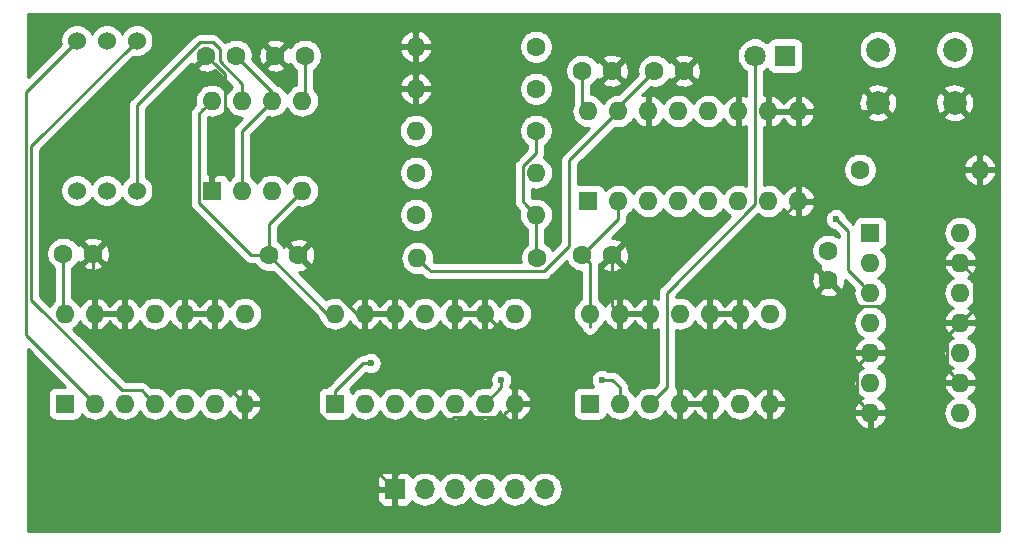
<source format=gbr>
G04 #@! TF.GenerationSoftware,KiCad,Pcbnew,(5.1.4-0-10_14)*
G04 #@! TF.CreationDate,2019-12-21T14:54:42-08:00*
G04 #@! TF.ProjectId,slow-clock,736c6f77-2d63-46c6-9f63-6b2e6b696361,rev?*
G04 #@! TF.SameCoordinates,Original*
G04 #@! TF.FileFunction,Copper,L2,Bot*
G04 #@! TF.FilePolarity,Positive*
%FSLAX46Y46*%
G04 Gerber Fmt 4.6, Leading zero omitted, Abs format (unit mm)*
G04 Created by KiCad (PCBNEW (5.1.4-0-10_14)) date 2019-12-21 14:54:42*
%MOMM*%
%LPD*%
G04 APERTURE LIST*
%ADD10C,1.524000*%
%ADD11O,1.600000X1.600000*%
%ADD12C,1.600000*%
%ADD13R,1.800000X1.800000*%
%ADD14C,1.800000*%
%ADD15R,1.700000X1.700000*%
%ADD16O,1.700000X1.700000*%
%ADD17C,2.000000*%
%ADD18R,1.600000X1.600000*%
%ADD19C,0.600000*%
%ADD20C,0.250000*%
%ADD21C,0.254000*%
G04 APERTURE END LIST*
D10*
X28956000Y-41656000D03*
X31496000Y-41656000D03*
X34036000Y-41656000D03*
X34036000Y-28956000D03*
X31496000Y-28956000D03*
X28956000Y-28956000D03*
D11*
X57658000Y-29464000D03*
D12*
X67818000Y-29464000D03*
D11*
X57658000Y-33020000D03*
D12*
X67818000Y-33020000D03*
D11*
X105410000Y-39878000D03*
D12*
X95250000Y-39878000D03*
D11*
X67818000Y-43688000D03*
D12*
X57658000Y-43688000D03*
D11*
X57785000Y-47371000D03*
D12*
X67945000Y-47371000D03*
D11*
X67818000Y-40132000D03*
D12*
X57658000Y-40132000D03*
D11*
X57658000Y-36576000D03*
D12*
X67818000Y-36576000D03*
X45760000Y-30226000D03*
X48260000Y-30226000D03*
X42418000Y-30226000D03*
X39918000Y-30226000D03*
X77851000Y-31496000D03*
X80351000Y-31496000D03*
X47712000Y-47117000D03*
X45212000Y-47117000D03*
X71755000Y-31496000D03*
X74255000Y-31496000D03*
X74255000Y-47117000D03*
X71755000Y-47117000D03*
X27813000Y-46990000D03*
X30313000Y-46990000D03*
X92583000Y-49236000D03*
X92583000Y-46736000D03*
D13*
X88900000Y-30226000D03*
D14*
X86360000Y-30226000D03*
D15*
X55880000Y-66929000D03*
D16*
X58420000Y-66929000D03*
X60960000Y-66929000D03*
X63500000Y-66929000D03*
X66040000Y-66929000D03*
X68580000Y-66929000D03*
D17*
X96774000Y-34218000D03*
X96774000Y-29718000D03*
X103274000Y-34218000D03*
X103274000Y-29718000D03*
D18*
X40386000Y-41656000D03*
D11*
X48006000Y-34036000D03*
X42926000Y-41656000D03*
X45466000Y-34036000D03*
X45466000Y-41656000D03*
X42926000Y-34036000D03*
X48006000Y-41656000D03*
X40386000Y-34036000D03*
D18*
X96139000Y-45212000D03*
D11*
X103759000Y-60452000D03*
X96139000Y-47752000D03*
X103759000Y-57912000D03*
X96139000Y-50292000D03*
X103759000Y-55372000D03*
X96139000Y-52832000D03*
X103759000Y-52832000D03*
X96139000Y-55372000D03*
X103759000Y-50292000D03*
X96139000Y-57912000D03*
X103759000Y-47752000D03*
X96139000Y-60452000D03*
X103759000Y-45212000D03*
X50800000Y-52070000D03*
X66040000Y-59690000D03*
X53340000Y-52070000D03*
X63500000Y-59690000D03*
X55880000Y-52070000D03*
X60960000Y-59690000D03*
X58420000Y-52070000D03*
X58420000Y-59690000D03*
X60960000Y-52070000D03*
X55880000Y-59690000D03*
X63500000Y-52070000D03*
X53340000Y-59690000D03*
X66040000Y-52070000D03*
D18*
X50800000Y-59690000D03*
X72263000Y-42545000D03*
D11*
X90043000Y-34925000D03*
X74803000Y-42545000D03*
X87503000Y-34925000D03*
X77343000Y-42545000D03*
X84963000Y-34925000D03*
X79883000Y-42545000D03*
X82423000Y-34925000D03*
X82423000Y-42545000D03*
X79883000Y-34925000D03*
X84963000Y-42545000D03*
X77343000Y-34925000D03*
X87503000Y-42545000D03*
X74803000Y-34925000D03*
X90043000Y-42545000D03*
X72263000Y-34925000D03*
D18*
X27940000Y-59690000D03*
D11*
X43180000Y-52070000D03*
X30480000Y-59690000D03*
X40640000Y-52070000D03*
X33020000Y-59690000D03*
X38100000Y-52070000D03*
X35560000Y-59690000D03*
X35560000Y-52070000D03*
X38100000Y-59690000D03*
X33020000Y-52070000D03*
X40640000Y-59690000D03*
X30480000Y-52070000D03*
X43180000Y-59690000D03*
X27940000Y-52070000D03*
X72390000Y-52070000D03*
X87630000Y-59690000D03*
X74930000Y-52070000D03*
X85090000Y-59690000D03*
X77470000Y-52070000D03*
X82550000Y-59690000D03*
X80010000Y-52070000D03*
X80010000Y-59690000D03*
X82550000Y-52070000D03*
X77470000Y-59690000D03*
X85090000Y-52070000D03*
X74930000Y-59690000D03*
X87630000Y-52070000D03*
D18*
X72390000Y-59690000D03*
D19*
X98679000Y-52832000D03*
X53848000Y-56261000D03*
X53848000Y-56261000D03*
X93218000Y-44069000D03*
X64897000Y-57658000D03*
X73406000Y-57658000D03*
D20*
X105410000Y-36354000D02*
X105410000Y-39878000D01*
X103274000Y-34218000D02*
X105410000Y-36354000D01*
X65240001Y-60489999D02*
X66040000Y-59690000D01*
X60893999Y-60815001D02*
X64914999Y-60815001D01*
X64914999Y-60815001D02*
X65240001Y-60489999D01*
X55880000Y-65829000D02*
X60893999Y-60815001D01*
X55880000Y-66929000D02*
X55880000Y-65829000D01*
X30313000Y-51903000D02*
X30480000Y-52070000D01*
X30313000Y-46990000D02*
X30313000Y-51903000D01*
X40640000Y-57150000D02*
X43180000Y-59690000D01*
X40640000Y-52070000D02*
X40640000Y-57150000D01*
X48641000Y-59690000D02*
X55880000Y-66929000D01*
X43180000Y-59690000D02*
X48641000Y-59690000D01*
X52665000Y-52070000D02*
X53340000Y-52070000D01*
X47712000Y-47117000D02*
X52665000Y-52070000D01*
X40717999Y-31025999D02*
X39918000Y-30226000D01*
X41511001Y-39480999D02*
X41511001Y-31819001D01*
X41511001Y-31819001D02*
X40717999Y-31025999D01*
X40386000Y-40606000D02*
X41511001Y-39480999D01*
X40386000Y-41656000D02*
X40386000Y-40606000D01*
X57658000Y-29464000D02*
X57658000Y-33020000D01*
X74255000Y-51395000D02*
X74930000Y-52070000D01*
X74255000Y-47117000D02*
X74255000Y-51395000D01*
X82550000Y-53201370D02*
X82550000Y-59690000D01*
X82550000Y-52070000D02*
X82550000Y-53201370D01*
X94764001Y-51417001D02*
X97137001Y-51417001D01*
X92583000Y-49236000D02*
X94764001Y-51417001D01*
X97137001Y-51417001D02*
X98552000Y-52832000D01*
X90043000Y-34925000D02*
X90043000Y-42545000D01*
X85090000Y-47498000D02*
X85090000Y-52070000D01*
X90043000Y-42545000D02*
X85090000Y-47498000D01*
X96067000Y-34925000D02*
X96774000Y-34218000D01*
X90043000Y-34925000D02*
X96067000Y-34925000D01*
X66040000Y-54610000D02*
X63500000Y-52070000D01*
X66040000Y-59690000D02*
X66040000Y-54610000D01*
X104884001Y-51706999D02*
X104558999Y-52032001D01*
X104558999Y-52032001D02*
X103759000Y-52832000D01*
X104884001Y-48877001D02*
X104884001Y-51706999D01*
X103759000Y-47752000D02*
X104884001Y-48877001D01*
X102959001Y-57112001D02*
X103759000Y-57912000D01*
X102633999Y-56786999D02*
X102959001Y-57112001D01*
X102633999Y-53957001D02*
X102633999Y-56786999D01*
X103759000Y-52832000D02*
X102633999Y-53957001D01*
X95339001Y-59652001D02*
X96139000Y-60452000D01*
X95013999Y-59326999D02*
X95339001Y-59652001D01*
X95013999Y-56497001D02*
X95013999Y-59326999D01*
X96139000Y-55372000D02*
X95013999Y-56497001D01*
X48260000Y-33782000D02*
X48006000Y-34036000D01*
X48260000Y-30226000D02*
X48260000Y-33782000D01*
X42926000Y-36576000D02*
X45466000Y-34036000D01*
X42926000Y-41656000D02*
X42926000Y-36576000D01*
X45466000Y-33274000D02*
X45466000Y-34036000D01*
X42418000Y-30226000D02*
X45466000Y-33274000D01*
X74803000Y-34544000D02*
X74803000Y-34925000D01*
X77851000Y-31496000D02*
X74803000Y-34544000D01*
X58584999Y-48170999D02*
X57785000Y-47371000D01*
X58910001Y-48496001D02*
X58584999Y-48170999D01*
X68485001Y-48496001D02*
X58910001Y-48496001D01*
X70629999Y-46351003D02*
X68485001Y-48496001D01*
X70629999Y-39098001D02*
X70629999Y-46351003D01*
X74803000Y-34925000D02*
X70629999Y-39098001D01*
X27813000Y-51943000D02*
X27940000Y-52070000D01*
X27813000Y-46990000D02*
X27813000Y-51943000D01*
X50165000Y-52070000D02*
X50800000Y-52070000D01*
X45212000Y-47117000D02*
X50165000Y-52070000D01*
X45212000Y-44450000D02*
X45212000Y-47117000D01*
X48006000Y-41656000D02*
X45212000Y-44450000D01*
X39260999Y-42716001D02*
X39260999Y-35161001D01*
X39586001Y-34835999D02*
X40386000Y-34036000D01*
X39260999Y-35161001D02*
X39586001Y-34835999D01*
X43661998Y-47117000D02*
X39260999Y-42716001D01*
X45212000Y-47117000D02*
X43661998Y-47117000D01*
X67018001Y-42888001D02*
X67818000Y-43688000D01*
X66692999Y-39591999D02*
X66692999Y-42562999D01*
X66692999Y-42562999D02*
X67018001Y-42888001D01*
X67818000Y-38466998D02*
X66692999Y-39591999D01*
X67818000Y-36576000D02*
X67818000Y-38466998D01*
X67818000Y-47244000D02*
X67945000Y-47371000D01*
X67818000Y-43688000D02*
X67818000Y-47244000D01*
X72390000Y-53201370D02*
X72390000Y-52070000D01*
X72390000Y-47752000D02*
X71755000Y-47117000D01*
X72390000Y-52070000D02*
X72390000Y-47752000D01*
X74803000Y-44069000D02*
X74803000Y-42545000D01*
X71755000Y-47117000D02*
X74803000Y-44069000D01*
X71755000Y-34417000D02*
X72263000Y-34925000D01*
X71755000Y-31496000D02*
X71755000Y-34417000D01*
X86360000Y-42813002D02*
X86360000Y-31498792D01*
X78884999Y-50288003D02*
X86360000Y-42813002D01*
X78884999Y-58275001D02*
X78884999Y-50288003D01*
X86360000Y-31498792D02*
X86360000Y-30226000D01*
X77470000Y-59690000D02*
X78884999Y-58275001D01*
X50800000Y-58640000D02*
X53179000Y-56261000D01*
X50800000Y-59690000D02*
X50800000Y-58640000D01*
X53179000Y-56261000D02*
X53848000Y-56261000D01*
X53848000Y-56261000D02*
X53848000Y-56261000D01*
X53848000Y-56261000D02*
X53848000Y-56261000D01*
X94234000Y-48387000D02*
X95339001Y-49492001D01*
X94234000Y-45085000D02*
X94234000Y-48387000D01*
X95339001Y-49492001D02*
X96139000Y-50292000D01*
X93218000Y-44069000D02*
X94234000Y-45085000D01*
X63500000Y-59690000D02*
X64897000Y-58293000D01*
X64897000Y-58293000D02*
X64897000Y-57658000D01*
X64897000Y-57658000D02*
X64897000Y-57658000D01*
X74930000Y-58293000D02*
X74930000Y-59690000D01*
X74295000Y-57658000D02*
X74930000Y-58293000D01*
X73406000Y-57658000D02*
X74295000Y-57658000D01*
X34036000Y-41656000D02*
X34036000Y-40578370D01*
X34036000Y-40578370D02*
X34036000Y-37592000D01*
X42926000Y-32597590D02*
X42926000Y-32904630D01*
X41043001Y-30714591D02*
X42926000Y-32597590D01*
X41043001Y-29685999D02*
X41043001Y-30714591D01*
X40458001Y-29100999D02*
X41043001Y-29685999D01*
X39377999Y-29100999D02*
X40458001Y-29100999D01*
X42926000Y-32904630D02*
X42926000Y-34036000D01*
X34036000Y-34442998D02*
X39377999Y-29100999D01*
X34036000Y-41656000D02*
X34036000Y-34442998D01*
X34760001Y-58890001D02*
X35560000Y-59690000D01*
X34434999Y-58564999D02*
X34760001Y-58890001D01*
X32769997Y-58564999D02*
X34434999Y-58564999D01*
X25088010Y-50883012D02*
X32769997Y-58564999D01*
X25088010Y-37903990D02*
X25088010Y-50883012D01*
X34036000Y-28956000D02*
X25088010Y-37903990D01*
X24638000Y-53848000D02*
X30480000Y-59690000D01*
X24638000Y-33274000D02*
X24638000Y-53848000D01*
X28956000Y-28956000D02*
X24638000Y-33274000D01*
D21*
G36*
X107011001Y-70435000D02*
G01*
X24815000Y-70435000D01*
X24815000Y-67779000D01*
X54391928Y-67779000D01*
X54404188Y-67903482D01*
X54440498Y-68023180D01*
X54499463Y-68133494D01*
X54578815Y-68230185D01*
X54675506Y-68309537D01*
X54785820Y-68368502D01*
X54905518Y-68404812D01*
X55030000Y-68417072D01*
X55594250Y-68414000D01*
X55753000Y-68255250D01*
X55753000Y-67056000D01*
X54553750Y-67056000D01*
X54395000Y-67214750D01*
X54391928Y-67779000D01*
X24815000Y-67779000D01*
X24815000Y-66079000D01*
X54391928Y-66079000D01*
X54395000Y-66643250D01*
X54553750Y-66802000D01*
X55753000Y-66802000D01*
X55753000Y-65602750D01*
X56007000Y-65602750D01*
X56007000Y-66802000D01*
X56027000Y-66802000D01*
X56027000Y-67056000D01*
X56007000Y-67056000D01*
X56007000Y-68255250D01*
X56165750Y-68414000D01*
X56730000Y-68417072D01*
X56854482Y-68404812D01*
X56974180Y-68368502D01*
X57084494Y-68309537D01*
X57181185Y-68230185D01*
X57260537Y-68133494D01*
X57319502Y-68023180D01*
X57340393Y-67954313D01*
X57364866Y-67984134D01*
X57590986Y-68169706D01*
X57848966Y-68307599D01*
X58128889Y-68392513D01*
X58347050Y-68414000D01*
X58492950Y-68414000D01*
X58711111Y-68392513D01*
X58991034Y-68307599D01*
X59249014Y-68169706D01*
X59475134Y-67984134D01*
X59660706Y-67758014D01*
X59690000Y-67703209D01*
X59719294Y-67758014D01*
X59904866Y-67984134D01*
X60130986Y-68169706D01*
X60388966Y-68307599D01*
X60668889Y-68392513D01*
X60887050Y-68414000D01*
X61032950Y-68414000D01*
X61251111Y-68392513D01*
X61531034Y-68307599D01*
X61789014Y-68169706D01*
X62015134Y-67984134D01*
X62200706Y-67758014D01*
X62230000Y-67703209D01*
X62259294Y-67758014D01*
X62444866Y-67984134D01*
X62670986Y-68169706D01*
X62928966Y-68307599D01*
X63208889Y-68392513D01*
X63427050Y-68414000D01*
X63572950Y-68414000D01*
X63791111Y-68392513D01*
X64071034Y-68307599D01*
X64329014Y-68169706D01*
X64555134Y-67984134D01*
X64740706Y-67758014D01*
X64770000Y-67703209D01*
X64799294Y-67758014D01*
X64984866Y-67984134D01*
X65210986Y-68169706D01*
X65468966Y-68307599D01*
X65748889Y-68392513D01*
X65967050Y-68414000D01*
X66112950Y-68414000D01*
X66331111Y-68392513D01*
X66611034Y-68307599D01*
X66869014Y-68169706D01*
X67095134Y-67984134D01*
X67280706Y-67758014D01*
X67310000Y-67703209D01*
X67339294Y-67758014D01*
X67524866Y-67984134D01*
X67750986Y-68169706D01*
X68008966Y-68307599D01*
X68288889Y-68392513D01*
X68507050Y-68414000D01*
X68652950Y-68414000D01*
X68871111Y-68392513D01*
X69151034Y-68307599D01*
X69409014Y-68169706D01*
X69635134Y-67984134D01*
X69820706Y-67758014D01*
X69958599Y-67500034D01*
X70043513Y-67220111D01*
X70072185Y-66929000D01*
X70043513Y-66637889D01*
X69958599Y-66357966D01*
X69820706Y-66099986D01*
X69635134Y-65873866D01*
X69409014Y-65688294D01*
X69151034Y-65550401D01*
X68871111Y-65465487D01*
X68652950Y-65444000D01*
X68507050Y-65444000D01*
X68288889Y-65465487D01*
X68008966Y-65550401D01*
X67750986Y-65688294D01*
X67524866Y-65873866D01*
X67339294Y-66099986D01*
X67310000Y-66154791D01*
X67280706Y-66099986D01*
X67095134Y-65873866D01*
X66869014Y-65688294D01*
X66611034Y-65550401D01*
X66331111Y-65465487D01*
X66112950Y-65444000D01*
X65967050Y-65444000D01*
X65748889Y-65465487D01*
X65468966Y-65550401D01*
X65210986Y-65688294D01*
X64984866Y-65873866D01*
X64799294Y-66099986D01*
X64770000Y-66154791D01*
X64740706Y-66099986D01*
X64555134Y-65873866D01*
X64329014Y-65688294D01*
X64071034Y-65550401D01*
X63791111Y-65465487D01*
X63572950Y-65444000D01*
X63427050Y-65444000D01*
X63208889Y-65465487D01*
X62928966Y-65550401D01*
X62670986Y-65688294D01*
X62444866Y-65873866D01*
X62259294Y-66099986D01*
X62230000Y-66154791D01*
X62200706Y-66099986D01*
X62015134Y-65873866D01*
X61789014Y-65688294D01*
X61531034Y-65550401D01*
X61251111Y-65465487D01*
X61032950Y-65444000D01*
X60887050Y-65444000D01*
X60668889Y-65465487D01*
X60388966Y-65550401D01*
X60130986Y-65688294D01*
X59904866Y-65873866D01*
X59719294Y-66099986D01*
X59690000Y-66154791D01*
X59660706Y-66099986D01*
X59475134Y-65873866D01*
X59249014Y-65688294D01*
X58991034Y-65550401D01*
X58711111Y-65465487D01*
X58492950Y-65444000D01*
X58347050Y-65444000D01*
X58128889Y-65465487D01*
X57848966Y-65550401D01*
X57590986Y-65688294D01*
X57364866Y-65873866D01*
X57340393Y-65903687D01*
X57319502Y-65834820D01*
X57260537Y-65724506D01*
X57181185Y-65627815D01*
X57084494Y-65548463D01*
X56974180Y-65489498D01*
X56854482Y-65453188D01*
X56730000Y-65440928D01*
X56165750Y-65444000D01*
X56007000Y-65602750D01*
X55753000Y-65602750D01*
X55594250Y-65444000D01*
X55030000Y-65440928D01*
X54905518Y-65453188D01*
X54785820Y-65489498D01*
X54675506Y-65548463D01*
X54578815Y-65627815D01*
X54499463Y-65724506D01*
X54440498Y-65834820D01*
X54404188Y-65954518D01*
X54391928Y-66079000D01*
X24815000Y-66079000D01*
X24815000Y-55099801D01*
X27967126Y-58251928D01*
X27140000Y-58251928D01*
X27015518Y-58264188D01*
X26895820Y-58300498D01*
X26785506Y-58359463D01*
X26688815Y-58438815D01*
X26609463Y-58535506D01*
X26550498Y-58645820D01*
X26514188Y-58765518D01*
X26501928Y-58890000D01*
X26501928Y-60490000D01*
X26514188Y-60614482D01*
X26550498Y-60734180D01*
X26609463Y-60844494D01*
X26688815Y-60941185D01*
X26785506Y-61020537D01*
X26895820Y-61079502D01*
X27015518Y-61115812D01*
X27140000Y-61128072D01*
X28740000Y-61128072D01*
X28864482Y-61115812D01*
X28984180Y-61079502D01*
X29094494Y-61020537D01*
X29191185Y-60941185D01*
X29270537Y-60844494D01*
X29329502Y-60734180D01*
X29365812Y-60614482D01*
X29367581Y-60596518D01*
X29460392Y-60709608D01*
X29678899Y-60888932D01*
X29928192Y-61022182D01*
X30198691Y-61104236D01*
X30409508Y-61125000D01*
X30550492Y-61125000D01*
X30761309Y-61104236D01*
X31031808Y-61022182D01*
X31281101Y-60888932D01*
X31499608Y-60709608D01*
X31678932Y-60491101D01*
X31750000Y-60358142D01*
X31821068Y-60491101D01*
X32000392Y-60709608D01*
X32218899Y-60888932D01*
X32468192Y-61022182D01*
X32738691Y-61104236D01*
X32949508Y-61125000D01*
X33090492Y-61125000D01*
X33301309Y-61104236D01*
X33571808Y-61022182D01*
X33821101Y-60888932D01*
X34039608Y-60709608D01*
X34218932Y-60491101D01*
X34290000Y-60358142D01*
X34361068Y-60491101D01*
X34540392Y-60709608D01*
X34758899Y-60888932D01*
X35008192Y-61022182D01*
X35278691Y-61104236D01*
X35489508Y-61125000D01*
X35630492Y-61125000D01*
X35841309Y-61104236D01*
X36111808Y-61022182D01*
X36361101Y-60888932D01*
X36579608Y-60709608D01*
X36758932Y-60491101D01*
X36830000Y-60358142D01*
X36901068Y-60491101D01*
X37080392Y-60709608D01*
X37298899Y-60888932D01*
X37548192Y-61022182D01*
X37818691Y-61104236D01*
X38029508Y-61125000D01*
X38170492Y-61125000D01*
X38381309Y-61104236D01*
X38651808Y-61022182D01*
X38901101Y-60888932D01*
X39119608Y-60709608D01*
X39298932Y-60491101D01*
X39370000Y-60358142D01*
X39441068Y-60491101D01*
X39620392Y-60709608D01*
X39838899Y-60888932D01*
X40088192Y-61022182D01*
X40358691Y-61104236D01*
X40569508Y-61125000D01*
X40710492Y-61125000D01*
X40921309Y-61104236D01*
X41191808Y-61022182D01*
X41441101Y-60888932D01*
X41659608Y-60709608D01*
X41838932Y-60491101D01*
X41912579Y-60353318D01*
X42027615Y-60545131D01*
X42216586Y-60753519D01*
X42442580Y-60921037D01*
X42696913Y-61041246D01*
X42830961Y-61081904D01*
X43053000Y-60959915D01*
X43053000Y-59817000D01*
X43307000Y-59817000D01*
X43307000Y-60959915D01*
X43529039Y-61081904D01*
X43663087Y-61041246D01*
X43917420Y-60921037D01*
X44143414Y-60753519D01*
X44332385Y-60545131D01*
X44477070Y-60303881D01*
X44571909Y-60039040D01*
X44450624Y-59817000D01*
X43307000Y-59817000D01*
X43053000Y-59817000D01*
X43033000Y-59817000D01*
X43033000Y-59563000D01*
X43053000Y-59563000D01*
X43053000Y-58420085D01*
X43307000Y-58420085D01*
X43307000Y-59563000D01*
X44450624Y-59563000D01*
X44571909Y-59340960D01*
X44477070Y-59076119D01*
X44365449Y-58890000D01*
X49361928Y-58890000D01*
X49361928Y-60490000D01*
X49374188Y-60614482D01*
X49410498Y-60734180D01*
X49469463Y-60844494D01*
X49548815Y-60941185D01*
X49645506Y-61020537D01*
X49755820Y-61079502D01*
X49875518Y-61115812D01*
X50000000Y-61128072D01*
X51600000Y-61128072D01*
X51724482Y-61115812D01*
X51844180Y-61079502D01*
X51954494Y-61020537D01*
X52051185Y-60941185D01*
X52130537Y-60844494D01*
X52189502Y-60734180D01*
X52225812Y-60614482D01*
X52227581Y-60596518D01*
X52320392Y-60709608D01*
X52538899Y-60888932D01*
X52788192Y-61022182D01*
X53058691Y-61104236D01*
X53269508Y-61125000D01*
X53410492Y-61125000D01*
X53621309Y-61104236D01*
X53891808Y-61022182D01*
X54141101Y-60888932D01*
X54359608Y-60709608D01*
X54538932Y-60491101D01*
X54610000Y-60358142D01*
X54681068Y-60491101D01*
X54860392Y-60709608D01*
X55078899Y-60888932D01*
X55328192Y-61022182D01*
X55598691Y-61104236D01*
X55809508Y-61125000D01*
X55950492Y-61125000D01*
X56161309Y-61104236D01*
X56431808Y-61022182D01*
X56681101Y-60888932D01*
X56899608Y-60709608D01*
X57078932Y-60491101D01*
X57150000Y-60358142D01*
X57221068Y-60491101D01*
X57400392Y-60709608D01*
X57618899Y-60888932D01*
X57868192Y-61022182D01*
X58138691Y-61104236D01*
X58349508Y-61125000D01*
X58490492Y-61125000D01*
X58701309Y-61104236D01*
X58971808Y-61022182D01*
X59221101Y-60888932D01*
X59439608Y-60709608D01*
X59618932Y-60491101D01*
X59690000Y-60358142D01*
X59761068Y-60491101D01*
X59940392Y-60709608D01*
X60158899Y-60888932D01*
X60408192Y-61022182D01*
X60678691Y-61104236D01*
X60889508Y-61125000D01*
X61030492Y-61125000D01*
X61241309Y-61104236D01*
X61511808Y-61022182D01*
X61761101Y-60888932D01*
X61979608Y-60709608D01*
X62158932Y-60491101D01*
X62230000Y-60358142D01*
X62301068Y-60491101D01*
X62480392Y-60709608D01*
X62698899Y-60888932D01*
X62948192Y-61022182D01*
X63218691Y-61104236D01*
X63429508Y-61125000D01*
X63570492Y-61125000D01*
X63781309Y-61104236D01*
X64051808Y-61022182D01*
X64301101Y-60888932D01*
X64519608Y-60709608D01*
X64698932Y-60491101D01*
X64772579Y-60353318D01*
X64887615Y-60545131D01*
X65076586Y-60753519D01*
X65302580Y-60921037D01*
X65556913Y-61041246D01*
X65690961Y-61081904D01*
X65913000Y-60959915D01*
X65913000Y-59817000D01*
X66167000Y-59817000D01*
X66167000Y-60959915D01*
X66389039Y-61081904D01*
X66523087Y-61041246D01*
X66777420Y-60921037D01*
X67003414Y-60753519D01*
X67192385Y-60545131D01*
X67337070Y-60303881D01*
X67431909Y-60039040D01*
X67310624Y-59817000D01*
X66167000Y-59817000D01*
X65913000Y-59817000D01*
X65893000Y-59817000D01*
X65893000Y-59563000D01*
X65913000Y-59563000D01*
X65913000Y-58420085D01*
X66167000Y-58420085D01*
X66167000Y-59563000D01*
X67310624Y-59563000D01*
X67431909Y-59340960D01*
X67337070Y-59076119D01*
X67192385Y-58834869D01*
X67003414Y-58626481D01*
X66777420Y-58458963D01*
X66523087Y-58338754D01*
X66389039Y-58298096D01*
X66167000Y-58420085D01*
X65913000Y-58420085D01*
X65690961Y-58298096D01*
X65659226Y-58307721D01*
X65660676Y-58293001D01*
X65657000Y-58255678D01*
X65657000Y-58203535D01*
X65725586Y-58100889D01*
X65796068Y-57930729D01*
X65832000Y-57750089D01*
X65832000Y-57565911D01*
X65796068Y-57385271D01*
X65725586Y-57215111D01*
X65623262Y-57061972D01*
X65493028Y-56931738D01*
X65339889Y-56829414D01*
X65169729Y-56758932D01*
X64989089Y-56723000D01*
X64804911Y-56723000D01*
X64624271Y-56758932D01*
X64454111Y-56829414D01*
X64300972Y-56931738D01*
X64170738Y-57061972D01*
X64068414Y-57215111D01*
X63997932Y-57385271D01*
X63962000Y-57565911D01*
X63962000Y-57750089D01*
X63997932Y-57930729D01*
X64052567Y-58062631D01*
X63825906Y-58289292D01*
X63781309Y-58275764D01*
X63570492Y-58255000D01*
X63429508Y-58255000D01*
X63218691Y-58275764D01*
X62948192Y-58357818D01*
X62698899Y-58491068D01*
X62480392Y-58670392D01*
X62301068Y-58888899D01*
X62230000Y-59021858D01*
X62158932Y-58888899D01*
X61979608Y-58670392D01*
X61761101Y-58491068D01*
X61511808Y-58357818D01*
X61241309Y-58275764D01*
X61030492Y-58255000D01*
X60889508Y-58255000D01*
X60678691Y-58275764D01*
X60408192Y-58357818D01*
X60158899Y-58491068D01*
X59940392Y-58670392D01*
X59761068Y-58888899D01*
X59690000Y-59021858D01*
X59618932Y-58888899D01*
X59439608Y-58670392D01*
X59221101Y-58491068D01*
X58971808Y-58357818D01*
X58701309Y-58275764D01*
X58490492Y-58255000D01*
X58349508Y-58255000D01*
X58138691Y-58275764D01*
X57868192Y-58357818D01*
X57618899Y-58491068D01*
X57400392Y-58670392D01*
X57221068Y-58888899D01*
X57150000Y-59021858D01*
X57078932Y-58888899D01*
X56899608Y-58670392D01*
X56681101Y-58491068D01*
X56431808Y-58357818D01*
X56161309Y-58275764D01*
X55950492Y-58255000D01*
X55809508Y-58255000D01*
X55598691Y-58275764D01*
X55328192Y-58357818D01*
X55078899Y-58491068D01*
X54860392Y-58670392D01*
X54681068Y-58888899D01*
X54610000Y-59021858D01*
X54538932Y-58888899D01*
X54359608Y-58670392D01*
X54141101Y-58491068D01*
X53891808Y-58357818D01*
X53621309Y-58275764D01*
X53410492Y-58255000D01*
X53269508Y-58255000D01*
X53058691Y-58275764D01*
X52788192Y-58357818D01*
X52538899Y-58491068D01*
X52320392Y-58670392D01*
X52227581Y-58783482D01*
X52225812Y-58765518D01*
X52189502Y-58645820D01*
X52130537Y-58535506D01*
X52062364Y-58452437D01*
X53419327Y-57095475D01*
X53575271Y-57160068D01*
X53755911Y-57196000D01*
X53940089Y-57196000D01*
X54120729Y-57160068D01*
X54290889Y-57089586D01*
X54444028Y-56987262D01*
X54574262Y-56857028D01*
X54676586Y-56703889D01*
X54747068Y-56533729D01*
X54783000Y-56353089D01*
X54783000Y-56168911D01*
X54747068Y-55988271D01*
X54676586Y-55818111D01*
X54574262Y-55664972D01*
X54444028Y-55534738D01*
X54290889Y-55432414D01*
X54120729Y-55361932D01*
X53940089Y-55326000D01*
X53755911Y-55326000D01*
X53575271Y-55361932D01*
X53405111Y-55432414D01*
X53302465Y-55501000D01*
X53216322Y-55501000D01*
X53178999Y-55497324D01*
X53141676Y-55501000D01*
X53141667Y-55501000D01*
X53030014Y-55511997D01*
X52886753Y-55555454D01*
X52754723Y-55626026D01*
X52707268Y-55664972D01*
X52638999Y-55720999D01*
X52615201Y-55749997D01*
X50288998Y-58076201D01*
X50260000Y-58099999D01*
X50236202Y-58128997D01*
X50236201Y-58128998D01*
X50165026Y-58215724D01*
X50145674Y-58251928D01*
X50000000Y-58251928D01*
X49875518Y-58264188D01*
X49755820Y-58300498D01*
X49645506Y-58359463D01*
X49548815Y-58438815D01*
X49469463Y-58535506D01*
X49410498Y-58645820D01*
X49374188Y-58765518D01*
X49361928Y-58890000D01*
X44365449Y-58890000D01*
X44332385Y-58834869D01*
X44143414Y-58626481D01*
X43917420Y-58458963D01*
X43663087Y-58338754D01*
X43529039Y-58298096D01*
X43307000Y-58420085D01*
X43053000Y-58420085D01*
X42830961Y-58298096D01*
X42696913Y-58338754D01*
X42442580Y-58458963D01*
X42216586Y-58626481D01*
X42027615Y-58834869D01*
X41912579Y-59026682D01*
X41838932Y-58888899D01*
X41659608Y-58670392D01*
X41441101Y-58491068D01*
X41191808Y-58357818D01*
X40921309Y-58275764D01*
X40710492Y-58255000D01*
X40569508Y-58255000D01*
X40358691Y-58275764D01*
X40088192Y-58357818D01*
X39838899Y-58491068D01*
X39620392Y-58670392D01*
X39441068Y-58888899D01*
X39370000Y-59021858D01*
X39298932Y-58888899D01*
X39119608Y-58670392D01*
X38901101Y-58491068D01*
X38651808Y-58357818D01*
X38381309Y-58275764D01*
X38170492Y-58255000D01*
X38029508Y-58255000D01*
X37818691Y-58275764D01*
X37548192Y-58357818D01*
X37298899Y-58491068D01*
X37080392Y-58670392D01*
X36901068Y-58888899D01*
X36830000Y-59021858D01*
X36758932Y-58888899D01*
X36579608Y-58670392D01*
X36361101Y-58491068D01*
X36111808Y-58357818D01*
X35841309Y-58275764D01*
X35630492Y-58255000D01*
X35489508Y-58255000D01*
X35278691Y-58275764D01*
X35234093Y-58289292D01*
X34998803Y-58054002D01*
X34975000Y-58024998D01*
X34859275Y-57930025D01*
X34727246Y-57859453D01*
X34583985Y-57815996D01*
X34472332Y-57804999D01*
X34472321Y-57804999D01*
X34434999Y-57801323D01*
X34397677Y-57804999D01*
X33084799Y-57804999D01*
X28615739Y-53335940D01*
X28741101Y-53268932D01*
X28959608Y-53089608D01*
X29138932Y-52871101D01*
X29212579Y-52733318D01*
X29327615Y-52925131D01*
X29516586Y-53133519D01*
X29742580Y-53301037D01*
X29996913Y-53421246D01*
X30130961Y-53461904D01*
X30353000Y-53339915D01*
X30353000Y-52197000D01*
X30607000Y-52197000D01*
X30607000Y-53339915D01*
X30829039Y-53461904D01*
X30963087Y-53421246D01*
X31217420Y-53301037D01*
X31443414Y-53133519D01*
X31632385Y-52925131D01*
X31750000Y-52729018D01*
X31867615Y-52925131D01*
X32056586Y-53133519D01*
X32282580Y-53301037D01*
X32536913Y-53421246D01*
X32670961Y-53461904D01*
X32893000Y-53339915D01*
X32893000Y-52197000D01*
X30607000Y-52197000D01*
X30353000Y-52197000D01*
X30333000Y-52197000D01*
X30333000Y-51943000D01*
X30353000Y-51943000D01*
X30353000Y-50800085D01*
X30607000Y-50800085D01*
X30607000Y-51943000D01*
X32893000Y-51943000D01*
X32893000Y-50800085D01*
X33147000Y-50800085D01*
X33147000Y-51943000D01*
X33167000Y-51943000D01*
X33167000Y-52197000D01*
X33147000Y-52197000D01*
X33147000Y-53339915D01*
X33369039Y-53461904D01*
X33503087Y-53421246D01*
X33757420Y-53301037D01*
X33983414Y-53133519D01*
X34172385Y-52925131D01*
X34287421Y-52733318D01*
X34361068Y-52871101D01*
X34540392Y-53089608D01*
X34758899Y-53268932D01*
X35008192Y-53402182D01*
X35278691Y-53484236D01*
X35489508Y-53505000D01*
X35630492Y-53505000D01*
X35841309Y-53484236D01*
X36111808Y-53402182D01*
X36361101Y-53268932D01*
X36579608Y-53089608D01*
X36758932Y-52871101D01*
X36832579Y-52733318D01*
X36947615Y-52925131D01*
X37136586Y-53133519D01*
X37362580Y-53301037D01*
X37616913Y-53421246D01*
X37750961Y-53461904D01*
X37973000Y-53339915D01*
X37973000Y-52197000D01*
X38227000Y-52197000D01*
X38227000Y-53339915D01*
X38449039Y-53461904D01*
X38583087Y-53421246D01*
X38837420Y-53301037D01*
X39063414Y-53133519D01*
X39252385Y-52925131D01*
X39370000Y-52729018D01*
X39487615Y-52925131D01*
X39676586Y-53133519D01*
X39902580Y-53301037D01*
X40156913Y-53421246D01*
X40290961Y-53461904D01*
X40513000Y-53339915D01*
X40513000Y-52197000D01*
X38227000Y-52197000D01*
X37973000Y-52197000D01*
X37953000Y-52197000D01*
X37953000Y-51943000D01*
X37973000Y-51943000D01*
X37973000Y-50800085D01*
X38227000Y-50800085D01*
X38227000Y-51943000D01*
X40513000Y-51943000D01*
X40513000Y-50800085D01*
X40767000Y-50800085D01*
X40767000Y-51943000D01*
X40787000Y-51943000D01*
X40787000Y-52197000D01*
X40767000Y-52197000D01*
X40767000Y-53339915D01*
X40989039Y-53461904D01*
X41123087Y-53421246D01*
X41377420Y-53301037D01*
X41603414Y-53133519D01*
X41792385Y-52925131D01*
X41907421Y-52733318D01*
X41981068Y-52871101D01*
X42160392Y-53089608D01*
X42378899Y-53268932D01*
X42628192Y-53402182D01*
X42898691Y-53484236D01*
X43109508Y-53505000D01*
X43250492Y-53505000D01*
X43461309Y-53484236D01*
X43731808Y-53402182D01*
X43981101Y-53268932D01*
X44199608Y-53089608D01*
X44378932Y-52871101D01*
X44512182Y-52621808D01*
X44594236Y-52351309D01*
X44621943Y-52070000D01*
X44594236Y-51788691D01*
X44512182Y-51518192D01*
X44378932Y-51268899D01*
X44199608Y-51050392D01*
X43981101Y-50871068D01*
X43731808Y-50737818D01*
X43461309Y-50655764D01*
X43250492Y-50635000D01*
X43109508Y-50635000D01*
X42898691Y-50655764D01*
X42628192Y-50737818D01*
X42378899Y-50871068D01*
X42160392Y-51050392D01*
X41981068Y-51268899D01*
X41907421Y-51406682D01*
X41792385Y-51214869D01*
X41603414Y-51006481D01*
X41377420Y-50838963D01*
X41123087Y-50718754D01*
X40989039Y-50678096D01*
X40767000Y-50800085D01*
X40513000Y-50800085D01*
X40290961Y-50678096D01*
X40156913Y-50718754D01*
X39902580Y-50838963D01*
X39676586Y-51006481D01*
X39487615Y-51214869D01*
X39370000Y-51410982D01*
X39252385Y-51214869D01*
X39063414Y-51006481D01*
X38837420Y-50838963D01*
X38583087Y-50718754D01*
X38449039Y-50678096D01*
X38227000Y-50800085D01*
X37973000Y-50800085D01*
X37750961Y-50678096D01*
X37616913Y-50718754D01*
X37362580Y-50838963D01*
X37136586Y-51006481D01*
X36947615Y-51214869D01*
X36832579Y-51406682D01*
X36758932Y-51268899D01*
X36579608Y-51050392D01*
X36361101Y-50871068D01*
X36111808Y-50737818D01*
X35841309Y-50655764D01*
X35630492Y-50635000D01*
X35489508Y-50635000D01*
X35278691Y-50655764D01*
X35008192Y-50737818D01*
X34758899Y-50871068D01*
X34540392Y-51050392D01*
X34361068Y-51268899D01*
X34287421Y-51406682D01*
X34172385Y-51214869D01*
X33983414Y-51006481D01*
X33757420Y-50838963D01*
X33503087Y-50718754D01*
X33369039Y-50678096D01*
X33147000Y-50800085D01*
X32893000Y-50800085D01*
X32670961Y-50678096D01*
X32536913Y-50718754D01*
X32282580Y-50838963D01*
X32056586Y-51006481D01*
X31867615Y-51214869D01*
X31750000Y-51410982D01*
X31632385Y-51214869D01*
X31443414Y-51006481D01*
X31217420Y-50838963D01*
X30963087Y-50718754D01*
X30829039Y-50678096D01*
X30607000Y-50800085D01*
X30353000Y-50800085D01*
X30130961Y-50678096D01*
X29996913Y-50718754D01*
X29742580Y-50838963D01*
X29516586Y-51006481D01*
X29327615Y-51214869D01*
X29212579Y-51406682D01*
X29138932Y-51268899D01*
X28959608Y-51050392D01*
X28741101Y-50871068D01*
X28573000Y-50781216D01*
X28573000Y-48208043D01*
X28727759Y-48104637D01*
X28849694Y-47982702D01*
X29499903Y-47982702D01*
X29571486Y-48226671D01*
X29826996Y-48347571D01*
X30101184Y-48416300D01*
X30383512Y-48430217D01*
X30663130Y-48388787D01*
X30929292Y-48293603D01*
X31054514Y-48226671D01*
X31126097Y-47982702D01*
X30313000Y-47169605D01*
X29499903Y-47982702D01*
X28849694Y-47982702D01*
X28927637Y-47904759D01*
X29061692Y-47704131D01*
X29076329Y-47731514D01*
X29320298Y-47803097D01*
X30133395Y-46990000D01*
X30492605Y-46990000D01*
X31305702Y-47803097D01*
X31549671Y-47731514D01*
X31670571Y-47476004D01*
X31739300Y-47201816D01*
X31753217Y-46919488D01*
X31711787Y-46639870D01*
X31616603Y-46373708D01*
X31549671Y-46248486D01*
X31305702Y-46176903D01*
X30492605Y-46990000D01*
X30133395Y-46990000D01*
X29320298Y-46176903D01*
X29076329Y-46248486D01*
X29062676Y-46277341D01*
X28927637Y-46075241D01*
X28849694Y-45997298D01*
X29499903Y-45997298D01*
X30313000Y-46810395D01*
X31126097Y-45997298D01*
X31054514Y-45753329D01*
X30799004Y-45632429D01*
X30524816Y-45563700D01*
X30242488Y-45549783D01*
X29962870Y-45591213D01*
X29696708Y-45686397D01*
X29571486Y-45753329D01*
X29499903Y-45997298D01*
X28849694Y-45997298D01*
X28727759Y-45875363D01*
X28492727Y-45718320D01*
X28231574Y-45610147D01*
X27954335Y-45555000D01*
X27671665Y-45555000D01*
X27394426Y-45610147D01*
X27133273Y-45718320D01*
X26898241Y-45875363D01*
X26698363Y-46075241D01*
X26541320Y-46310273D01*
X26433147Y-46571426D01*
X26378000Y-46848665D01*
X26378000Y-47131335D01*
X26433147Y-47408574D01*
X26541320Y-47669727D01*
X26698363Y-47904759D01*
X26898241Y-48104637D01*
X27053000Y-48208044D01*
X27053001Y-50941563D01*
X26920392Y-51050392D01*
X26741068Y-51268899D01*
X26674060Y-51394261D01*
X25848010Y-50568211D01*
X25848010Y-41518408D01*
X27559000Y-41518408D01*
X27559000Y-41793592D01*
X27612686Y-42063490D01*
X27717995Y-42317727D01*
X27870880Y-42546535D01*
X28065465Y-42741120D01*
X28294273Y-42894005D01*
X28548510Y-42999314D01*
X28818408Y-43053000D01*
X29093592Y-43053000D01*
X29363490Y-42999314D01*
X29617727Y-42894005D01*
X29846535Y-42741120D01*
X30041120Y-42546535D01*
X30194005Y-42317727D01*
X30226000Y-42240485D01*
X30257995Y-42317727D01*
X30410880Y-42546535D01*
X30605465Y-42741120D01*
X30834273Y-42894005D01*
X31088510Y-42999314D01*
X31358408Y-43053000D01*
X31633592Y-43053000D01*
X31903490Y-42999314D01*
X32157727Y-42894005D01*
X32386535Y-42741120D01*
X32581120Y-42546535D01*
X32734005Y-42317727D01*
X32766000Y-42240485D01*
X32797995Y-42317727D01*
X32950880Y-42546535D01*
X33145465Y-42741120D01*
X33374273Y-42894005D01*
X33628510Y-42999314D01*
X33898408Y-43053000D01*
X34173592Y-43053000D01*
X34443490Y-42999314D01*
X34697727Y-42894005D01*
X34926535Y-42741120D01*
X35121120Y-42546535D01*
X35274005Y-42317727D01*
X35379314Y-42063490D01*
X35433000Y-41793592D01*
X35433000Y-41518408D01*
X35379314Y-41248510D01*
X35274005Y-40994273D01*
X35121120Y-40765465D01*
X34926535Y-40570880D01*
X34796000Y-40483659D01*
X34796000Y-34757799D01*
X38648223Y-30905577D01*
X38681329Y-30967514D01*
X38925298Y-31039097D01*
X39738395Y-30226000D01*
X39724253Y-30211858D01*
X39903858Y-30032253D01*
X39918000Y-30046395D01*
X39932143Y-30032253D01*
X40111748Y-30211858D01*
X40097605Y-30226000D01*
X40111748Y-30240143D01*
X39932143Y-30419748D01*
X39918000Y-30405605D01*
X39104903Y-31218702D01*
X39176486Y-31462671D01*
X39431996Y-31583571D01*
X39706184Y-31652300D01*
X39988512Y-31666217D01*
X40268130Y-31624787D01*
X40534292Y-31529603D01*
X40659514Y-31462671D01*
X40672391Y-31418782D01*
X42106102Y-32852494D01*
X41906392Y-33016392D01*
X41727068Y-33234899D01*
X41656000Y-33367858D01*
X41584932Y-33234899D01*
X41405608Y-33016392D01*
X41187101Y-32837068D01*
X40937808Y-32703818D01*
X40667309Y-32621764D01*
X40456492Y-32601000D01*
X40315508Y-32601000D01*
X40104691Y-32621764D01*
X39834192Y-32703818D01*
X39584899Y-32837068D01*
X39366392Y-33016392D01*
X39187068Y-33234899D01*
X39053818Y-33484192D01*
X38971764Y-33754691D01*
X38944057Y-34036000D01*
X38971764Y-34317309D01*
X38985292Y-34361907D01*
X38749997Y-34597202D01*
X38720999Y-34621000D01*
X38697201Y-34649998D01*
X38697200Y-34649999D01*
X38626025Y-34736725D01*
X38555453Y-34868755D01*
X38511997Y-35012016D01*
X38497323Y-35161001D01*
X38501000Y-35198333D01*
X38500999Y-42678679D01*
X38497323Y-42716001D01*
X38500999Y-42753323D01*
X38500999Y-42753333D01*
X38511996Y-42864986D01*
X38552743Y-42999314D01*
X38555453Y-43008247D01*
X38626025Y-43140277D01*
X38650363Y-43169932D01*
X38720998Y-43256002D01*
X38750002Y-43279805D01*
X43098203Y-47628008D01*
X43121997Y-47657001D01*
X43150990Y-47680795D01*
X43150994Y-47680799D01*
X43192263Y-47714667D01*
X43237722Y-47751974D01*
X43369751Y-47822546D01*
X43513012Y-47866003D01*
X43624665Y-47877000D01*
X43624674Y-47877000D01*
X43661997Y-47880676D01*
X43699320Y-47877000D01*
X43993957Y-47877000D01*
X44097363Y-48031759D01*
X44297241Y-48231637D01*
X44532273Y-48388680D01*
X44793426Y-48496853D01*
X45070665Y-48552000D01*
X45353335Y-48552000D01*
X45535887Y-48515688D01*
X49391972Y-52371774D01*
X49467818Y-52621808D01*
X49601068Y-52871101D01*
X49780392Y-53089608D01*
X49998899Y-53268932D01*
X50248192Y-53402182D01*
X50518691Y-53484236D01*
X50729508Y-53505000D01*
X50870492Y-53505000D01*
X51081309Y-53484236D01*
X51351808Y-53402182D01*
X51601101Y-53268932D01*
X51819608Y-53089608D01*
X51998932Y-52871101D01*
X52072579Y-52733318D01*
X52187615Y-52925131D01*
X52376586Y-53133519D01*
X52602580Y-53301037D01*
X52856913Y-53421246D01*
X52990961Y-53461904D01*
X53213000Y-53339915D01*
X53213000Y-52197000D01*
X53467000Y-52197000D01*
X53467000Y-53339915D01*
X53689039Y-53461904D01*
X53823087Y-53421246D01*
X54077420Y-53301037D01*
X54303414Y-53133519D01*
X54492385Y-52925131D01*
X54610000Y-52729018D01*
X54727615Y-52925131D01*
X54916586Y-53133519D01*
X55142580Y-53301037D01*
X55396913Y-53421246D01*
X55530961Y-53461904D01*
X55753000Y-53339915D01*
X55753000Y-52197000D01*
X53467000Y-52197000D01*
X53213000Y-52197000D01*
X53193000Y-52197000D01*
X53193000Y-51943000D01*
X53213000Y-51943000D01*
X53213000Y-50800085D01*
X53467000Y-50800085D01*
X53467000Y-51943000D01*
X55753000Y-51943000D01*
X55753000Y-50800085D01*
X56007000Y-50800085D01*
X56007000Y-51943000D01*
X56027000Y-51943000D01*
X56027000Y-52197000D01*
X56007000Y-52197000D01*
X56007000Y-53339915D01*
X56229039Y-53461904D01*
X56363087Y-53421246D01*
X56617420Y-53301037D01*
X56843414Y-53133519D01*
X57032385Y-52925131D01*
X57147421Y-52733318D01*
X57221068Y-52871101D01*
X57400392Y-53089608D01*
X57618899Y-53268932D01*
X57868192Y-53402182D01*
X58138691Y-53484236D01*
X58349508Y-53505000D01*
X58490492Y-53505000D01*
X58701309Y-53484236D01*
X58971808Y-53402182D01*
X59221101Y-53268932D01*
X59439608Y-53089608D01*
X59618932Y-52871101D01*
X59692579Y-52733318D01*
X59807615Y-52925131D01*
X59996586Y-53133519D01*
X60222580Y-53301037D01*
X60476913Y-53421246D01*
X60610961Y-53461904D01*
X60833000Y-53339915D01*
X60833000Y-52197000D01*
X61087000Y-52197000D01*
X61087000Y-53339915D01*
X61309039Y-53461904D01*
X61443087Y-53421246D01*
X61697420Y-53301037D01*
X61923414Y-53133519D01*
X62112385Y-52925131D01*
X62230000Y-52729018D01*
X62347615Y-52925131D01*
X62536586Y-53133519D01*
X62762580Y-53301037D01*
X63016913Y-53421246D01*
X63150961Y-53461904D01*
X63373000Y-53339915D01*
X63373000Y-52197000D01*
X61087000Y-52197000D01*
X60833000Y-52197000D01*
X60813000Y-52197000D01*
X60813000Y-51943000D01*
X60833000Y-51943000D01*
X60833000Y-50800085D01*
X61087000Y-50800085D01*
X61087000Y-51943000D01*
X63373000Y-51943000D01*
X63373000Y-50800085D01*
X63627000Y-50800085D01*
X63627000Y-51943000D01*
X63647000Y-51943000D01*
X63647000Y-52197000D01*
X63627000Y-52197000D01*
X63627000Y-53339915D01*
X63849039Y-53461904D01*
X63983087Y-53421246D01*
X64237420Y-53301037D01*
X64463414Y-53133519D01*
X64652385Y-52925131D01*
X64767421Y-52733318D01*
X64841068Y-52871101D01*
X65020392Y-53089608D01*
X65238899Y-53268932D01*
X65488192Y-53402182D01*
X65758691Y-53484236D01*
X65969508Y-53505000D01*
X66110492Y-53505000D01*
X66321309Y-53484236D01*
X66591808Y-53402182D01*
X66841101Y-53268932D01*
X67059608Y-53089608D01*
X67238932Y-52871101D01*
X67372182Y-52621808D01*
X67454236Y-52351309D01*
X67481943Y-52070000D01*
X67454236Y-51788691D01*
X67372182Y-51518192D01*
X67238932Y-51268899D01*
X67059608Y-51050392D01*
X66841101Y-50871068D01*
X66591808Y-50737818D01*
X66321309Y-50655764D01*
X66110492Y-50635000D01*
X65969508Y-50635000D01*
X65758691Y-50655764D01*
X65488192Y-50737818D01*
X65238899Y-50871068D01*
X65020392Y-51050392D01*
X64841068Y-51268899D01*
X64767421Y-51406682D01*
X64652385Y-51214869D01*
X64463414Y-51006481D01*
X64237420Y-50838963D01*
X63983087Y-50718754D01*
X63849039Y-50678096D01*
X63627000Y-50800085D01*
X63373000Y-50800085D01*
X63150961Y-50678096D01*
X63016913Y-50718754D01*
X62762580Y-50838963D01*
X62536586Y-51006481D01*
X62347615Y-51214869D01*
X62230000Y-51410982D01*
X62112385Y-51214869D01*
X61923414Y-51006481D01*
X61697420Y-50838963D01*
X61443087Y-50718754D01*
X61309039Y-50678096D01*
X61087000Y-50800085D01*
X60833000Y-50800085D01*
X60610961Y-50678096D01*
X60476913Y-50718754D01*
X60222580Y-50838963D01*
X59996586Y-51006481D01*
X59807615Y-51214869D01*
X59692579Y-51406682D01*
X59618932Y-51268899D01*
X59439608Y-51050392D01*
X59221101Y-50871068D01*
X58971808Y-50737818D01*
X58701309Y-50655764D01*
X58490492Y-50635000D01*
X58349508Y-50635000D01*
X58138691Y-50655764D01*
X57868192Y-50737818D01*
X57618899Y-50871068D01*
X57400392Y-51050392D01*
X57221068Y-51268899D01*
X57147421Y-51406682D01*
X57032385Y-51214869D01*
X56843414Y-51006481D01*
X56617420Y-50838963D01*
X56363087Y-50718754D01*
X56229039Y-50678096D01*
X56007000Y-50800085D01*
X55753000Y-50800085D01*
X55530961Y-50678096D01*
X55396913Y-50718754D01*
X55142580Y-50838963D01*
X54916586Y-51006481D01*
X54727615Y-51214869D01*
X54610000Y-51410982D01*
X54492385Y-51214869D01*
X54303414Y-51006481D01*
X54077420Y-50838963D01*
X53823087Y-50718754D01*
X53689039Y-50678096D01*
X53467000Y-50800085D01*
X53213000Y-50800085D01*
X52990961Y-50678096D01*
X52856913Y-50718754D01*
X52602580Y-50838963D01*
X52376586Y-51006481D01*
X52187615Y-51214869D01*
X52072579Y-51406682D01*
X51998932Y-51268899D01*
X51819608Y-51050392D01*
X51601101Y-50871068D01*
X51351808Y-50737818D01*
X51081309Y-50655764D01*
X50870492Y-50635000D01*
X50729508Y-50635000D01*
X50518691Y-50655764D01*
X50248192Y-50737818D01*
X50026250Y-50856448D01*
X47724141Y-48554340D01*
X47782512Y-48557217D01*
X48062130Y-48515787D01*
X48328292Y-48420603D01*
X48453514Y-48353671D01*
X48525097Y-48109702D01*
X47712000Y-47296605D01*
X47697858Y-47310748D01*
X47518253Y-47131143D01*
X47532395Y-47117000D01*
X47891605Y-47117000D01*
X48704702Y-47930097D01*
X48948671Y-47858514D01*
X49069571Y-47603004D01*
X49127725Y-47371000D01*
X56343057Y-47371000D01*
X56370764Y-47652309D01*
X56452818Y-47922808D01*
X56586068Y-48172101D01*
X56765392Y-48390608D01*
X56983899Y-48569932D01*
X57233192Y-48703182D01*
X57503691Y-48785236D01*
X57714508Y-48806000D01*
X57855492Y-48806000D01*
X58066309Y-48785236D01*
X58110907Y-48771708D01*
X58346197Y-49006998D01*
X58370000Y-49036002D01*
X58485725Y-49130975D01*
X58617754Y-49201547D01*
X58761015Y-49245004D01*
X58872668Y-49256001D01*
X58872677Y-49256001D01*
X58910000Y-49259677D01*
X58947323Y-49256001D01*
X68447679Y-49256001D01*
X68485001Y-49259677D01*
X68522323Y-49256001D01*
X68522334Y-49256001D01*
X68633987Y-49245004D01*
X68777248Y-49201547D01*
X68909277Y-49130975D01*
X69025002Y-49036002D01*
X69048805Y-49006998D01*
X70417641Y-47638163D01*
X70483320Y-47796727D01*
X70640363Y-48031759D01*
X70840241Y-48231637D01*
X71075273Y-48388680D01*
X71336426Y-48496853D01*
X71613665Y-48552000D01*
X71630001Y-48552000D01*
X71630000Y-50849099D01*
X71588899Y-50871068D01*
X71370392Y-51050392D01*
X71191068Y-51268899D01*
X71057818Y-51518192D01*
X70975764Y-51788691D01*
X70948057Y-52070000D01*
X70975764Y-52351309D01*
X71057818Y-52621808D01*
X71191068Y-52871101D01*
X71370392Y-53089608D01*
X71588899Y-53268932D01*
X71635427Y-53293802D01*
X71640997Y-53350355D01*
X71684454Y-53493616D01*
X71755026Y-53625645D01*
X71849999Y-53741371D01*
X71965724Y-53836344D01*
X72097753Y-53906916D01*
X72241014Y-53950373D01*
X72390000Y-53965047D01*
X72538985Y-53950373D01*
X72682246Y-53906916D01*
X72814275Y-53836344D01*
X72930001Y-53741371D01*
X73024974Y-53625646D01*
X73095546Y-53493617D01*
X73139003Y-53350356D01*
X73144573Y-53293802D01*
X73191101Y-53268932D01*
X73409608Y-53089608D01*
X73588932Y-52871101D01*
X73662579Y-52733318D01*
X73777615Y-52925131D01*
X73966586Y-53133519D01*
X74192580Y-53301037D01*
X74446913Y-53421246D01*
X74580961Y-53461904D01*
X74803000Y-53339915D01*
X74803000Y-52197000D01*
X75057000Y-52197000D01*
X75057000Y-53339915D01*
X75279039Y-53461904D01*
X75413087Y-53421246D01*
X75667420Y-53301037D01*
X75893414Y-53133519D01*
X76082385Y-52925131D01*
X76200000Y-52729018D01*
X76317615Y-52925131D01*
X76506586Y-53133519D01*
X76732580Y-53301037D01*
X76986913Y-53421246D01*
X77120961Y-53461904D01*
X77343000Y-53339915D01*
X77343000Y-52197000D01*
X75057000Y-52197000D01*
X74803000Y-52197000D01*
X74783000Y-52197000D01*
X74783000Y-51943000D01*
X74803000Y-51943000D01*
X74803000Y-50800085D01*
X75057000Y-50800085D01*
X75057000Y-51943000D01*
X77343000Y-51943000D01*
X77343000Y-50800085D01*
X77120961Y-50678096D01*
X76986913Y-50718754D01*
X76732580Y-50838963D01*
X76506586Y-51006481D01*
X76317615Y-51214869D01*
X76200000Y-51410982D01*
X76082385Y-51214869D01*
X75893414Y-51006481D01*
X75667420Y-50838963D01*
X75413087Y-50718754D01*
X75279039Y-50678096D01*
X75057000Y-50800085D01*
X74803000Y-50800085D01*
X74580961Y-50678096D01*
X74446913Y-50718754D01*
X74192580Y-50838963D01*
X73966586Y-51006481D01*
X73777615Y-51214869D01*
X73662579Y-51406682D01*
X73588932Y-51268899D01*
X73409608Y-51050392D01*
X73191101Y-50871068D01*
X73150000Y-50849099D01*
X73150000Y-48109702D01*
X73441903Y-48109702D01*
X73513486Y-48353671D01*
X73768996Y-48474571D01*
X74043184Y-48543300D01*
X74325512Y-48557217D01*
X74605130Y-48515787D01*
X74871292Y-48420603D01*
X74996514Y-48353671D01*
X75068097Y-48109702D01*
X74255000Y-47296605D01*
X73441903Y-48109702D01*
X73150000Y-48109702D01*
X73150000Y-47897148D01*
X73262298Y-47930097D01*
X74075395Y-47117000D01*
X74434605Y-47117000D01*
X75247702Y-47930097D01*
X75491671Y-47858514D01*
X75612571Y-47603004D01*
X75681300Y-47328816D01*
X75695217Y-47046488D01*
X75653787Y-46766870D01*
X75558603Y-46500708D01*
X75491671Y-46375486D01*
X75247702Y-46303903D01*
X74434605Y-47117000D01*
X74075395Y-47117000D01*
X74061253Y-47102858D01*
X74240858Y-46923253D01*
X74255000Y-46937395D01*
X75068097Y-46124298D01*
X74996514Y-45880329D01*
X74741004Y-45759429D01*
X74466816Y-45690700D01*
X74266001Y-45680801D01*
X75314004Y-44632798D01*
X75343001Y-44609001D01*
X75422699Y-44511889D01*
X75437974Y-44493277D01*
X75508546Y-44361247D01*
X75508546Y-44361246D01*
X75552003Y-44217986D01*
X75563000Y-44106333D01*
X75563000Y-44106323D01*
X75566676Y-44069000D01*
X75563000Y-44031677D01*
X75563000Y-43765901D01*
X75604101Y-43743932D01*
X75822608Y-43564608D01*
X76001932Y-43346101D01*
X76073000Y-43213142D01*
X76144068Y-43346101D01*
X76323392Y-43564608D01*
X76541899Y-43743932D01*
X76791192Y-43877182D01*
X77061691Y-43959236D01*
X77272508Y-43980000D01*
X77413492Y-43980000D01*
X77624309Y-43959236D01*
X77894808Y-43877182D01*
X78144101Y-43743932D01*
X78362608Y-43564608D01*
X78541932Y-43346101D01*
X78613000Y-43213142D01*
X78684068Y-43346101D01*
X78863392Y-43564608D01*
X79081899Y-43743932D01*
X79331192Y-43877182D01*
X79601691Y-43959236D01*
X79812508Y-43980000D01*
X79953492Y-43980000D01*
X80164309Y-43959236D01*
X80434808Y-43877182D01*
X80684101Y-43743932D01*
X80902608Y-43564608D01*
X81081932Y-43346101D01*
X81153000Y-43213142D01*
X81224068Y-43346101D01*
X81403392Y-43564608D01*
X81621899Y-43743932D01*
X81871192Y-43877182D01*
X82141691Y-43959236D01*
X82352508Y-43980000D01*
X82493492Y-43980000D01*
X82704309Y-43959236D01*
X82974808Y-43877182D01*
X83224101Y-43743932D01*
X83442608Y-43564608D01*
X83621932Y-43346101D01*
X83693000Y-43213142D01*
X83764068Y-43346101D01*
X83943392Y-43564608D01*
X84161899Y-43743932D01*
X84287261Y-43810939D01*
X78373997Y-49724204D01*
X78344999Y-49748002D01*
X78321201Y-49777000D01*
X78321200Y-49777001D01*
X78250025Y-49863727D01*
X78179453Y-49995757D01*
X78168459Y-50032001D01*
X78135997Y-50139017D01*
X78132210Y-50177466D01*
X78121323Y-50288003D01*
X78125000Y-50325335D01*
X78125000Y-50800008D01*
X77953087Y-50718754D01*
X77819039Y-50678096D01*
X77597000Y-50800085D01*
X77597000Y-51943000D01*
X77617000Y-51943000D01*
X77617000Y-52197000D01*
X77597000Y-52197000D01*
X77597000Y-53339915D01*
X77819039Y-53461904D01*
X77953087Y-53421246D01*
X78125000Y-53339993D01*
X78124999Y-57960199D01*
X77795906Y-58289292D01*
X77751309Y-58275764D01*
X77540492Y-58255000D01*
X77399508Y-58255000D01*
X77188691Y-58275764D01*
X76918192Y-58357818D01*
X76668899Y-58491068D01*
X76450392Y-58670392D01*
X76271068Y-58888899D01*
X76200000Y-59021858D01*
X76128932Y-58888899D01*
X75949608Y-58670392D01*
X75731101Y-58491068D01*
X75690000Y-58469099D01*
X75690000Y-58330332D01*
X75693677Y-58293000D01*
X75679003Y-58144014D01*
X75635546Y-58000753D01*
X75564974Y-57868724D01*
X75509659Y-57801323D01*
X75470001Y-57752999D01*
X75441003Y-57729201D01*
X74858803Y-57147002D01*
X74835001Y-57117999D01*
X74719276Y-57023026D01*
X74587247Y-56952454D01*
X74443986Y-56908997D01*
X74332333Y-56898000D01*
X74332322Y-56898000D01*
X74295000Y-56894324D01*
X74257678Y-56898000D01*
X73951535Y-56898000D01*
X73848889Y-56829414D01*
X73678729Y-56758932D01*
X73498089Y-56723000D01*
X73313911Y-56723000D01*
X73133271Y-56758932D01*
X72963111Y-56829414D01*
X72809972Y-56931738D01*
X72679738Y-57061972D01*
X72577414Y-57215111D01*
X72506932Y-57385271D01*
X72471000Y-57565911D01*
X72471000Y-57750089D01*
X72506932Y-57930729D01*
X72577414Y-58100889D01*
X72678335Y-58251928D01*
X71590000Y-58251928D01*
X71465518Y-58264188D01*
X71345820Y-58300498D01*
X71235506Y-58359463D01*
X71138815Y-58438815D01*
X71059463Y-58535506D01*
X71000498Y-58645820D01*
X70964188Y-58765518D01*
X70951928Y-58890000D01*
X70951928Y-60490000D01*
X70964188Y-60614482D01*
X71000498Y-60734180D01*
X71059463Y-60844494D01*
X71138815Y-60941185D01*
X71235506Y-61020537D01*
X71345820Y-61079502D01*
X71465518Y-61115812D01*
X71590000Y-61128072D01*
X73190000Y-61128072D01*
X73314482Y-61115812D01*
X73434180Y-61079502D01*
X73544494Y-61020537D01*
X73641185Y-60941185D01*
X73720537Y-60844494D01*
X73779502Y-60734180D01*
X73815812Y-60614482D01*
X73817581Y-60596518D01*
X73910392Y-60709608D01*
X74128899Y-60888932D01*
X74378192Y-61022182D01*
X74648691Y-61104236D01*
X74859508Y-61125000D01*
X75000492Y-61125000D01*
X75211309Y-61104236D01*
X75481808Y-61022182D01*
X75731101Y-60888932D01*
X75949608Y-60709608D01*
X76128932Y-60491101D01*
X76200000Y-60358142D01*
X76271068Y-60491101D01*
X76450392Y-60709608D01*
X76668899Y-60888932D01*
X76918192Y-61022182D01*
X77188691Y-61104236D01*
X77399508Y-61125000D01*
X77540492Y-61125000D01*
X77751309Y-61104236D01*
X78021808Y-61022182D01*
X78271101Y-60888932D01*
X78489608Y-60709608D01*
X78668932Y-60491101D01*
X78742579Y-60353318D01*
X78857615Y-60545131D01*
X79046586Y-60753519D01*
X79272580Y-60921037D01*
X79526913Y-61041246D01*
X79660961Y-61081904D01*
X79883000Y-60959915D01*
X79883000Y-59817000D01*
X80137000Y-59817000D01*
X80137000Y-60959915D01*
X80359039Y-61081904D01*
X80493087Y-61041246D01*
X80747420Y-60921037D01*
X80973414Y-60753519D01*
X81162385Y-60545131D01*
X81280000Y-60349018D01*
X81397615Y-60545131D01*
X81586586Y-60753519D01*
X81812580Y-60921037D01*
X82066913Y-61041246D01*
X82200961Y-61081904D01*
X82423000Y-60959915D01*
X82423000Y-59817000D01*
X80137000Y-59817000D01*
X79883000Y-59817000D01*
X79863000Y-59817000D01*
X79863000Y-59563000D01*
X79883000Y-59563000D01*
X79883000Y-58420085D01*
X80137000Y-58420085D01*
X80137000Y-59563000D01*
X82423000Y-59563000D01*
X82423000Y-58420085D01*
X82677000Y-58420085D01*
X82677000Y-59563000D01*
X82697000Y-59563000D01*
X82697000Y-59817000D01*
X82677000Y-59817000D01*
X82677000Y-60959915D01*
X82899039Y-61081904D01*
X83033087Y-61041246D01*
X83287420Y-60921037D01*
X83513414Y-60753519D01*
X83702385Y-60545131D01*
X83817421Y-60353318D01*
X83891068Y-60491101D01*
X84070392Y-60709608D01*
X84288899Y-60888932D01*
X84538192Y-61022182D01*
X84808691Y-61104236D01*
X85019508Y-61125000D01*
X85160492Y-61125000D01*
X85371309Y-61104236D01*
X85641808Y-61022182D01*
X85891101Y-60888932D01*
X86109608Y-60709608D01*
X86288932Y-60491101D01*
X86362579Y-60353318D01*
X86477615Y-60545131D01*
X86666586Y-60753519D01*
X86892580Y-60921037D01*
X87146913Y-61041246D01*
X87280961Y-61081904D01*
X87503000Y-60959915D01*
X87503000Y-59817000D01*
X87757000Y-59817000D01*
X87757000Y-60959915D01*
X87979039Y-61081904D01*
X88113087Y-61041246D01*
X88367420Y-60921037D01*
X88529306Y-60801039D01*
X94747096Y-60801039D01*
X94787754Y-60935087D01*
X94907963Y-61189420D01*
X95075481Y-61415414D01*
X95283869Y-61604385D01*
X95525119Y-61749070D01*
X95789960Y-61843909D01*
X96012000Y-61722624D01*
X96012000Y-60579000D01*
X96266000Y-60579000D01*
X96266000Y-61722624D01*
X96488040Y-61843909D01*
X96752881Y-61749070D01*
X96994131Y-61604385D01*
X97202519Y-61415414D01*
X97370037Y-61189420D01*
X97490246Y-60935087D01*
X97530904Y-60801039D01*
X97408915Y-60579000D01*
X96266000Y-60579000D01*
X96012000Y-60579000D01*
X94869085Y-60579000D01*
X94747096Y-60801039D01*
X88529306Y-60801039D01*
X88593414Y-60753519D01*
X88782385Y-60545131D01*
X88838238Y-60452000D01*
X102317057Y-60452000D01*
X102344764Y-60733309D01*
X102426818Y-61003808D01*
X102560068Y-61253101D01*
X102739392Y-61471608D01*
X102957899Y-61650932D01*
X103207192Y-61784182D01*
X103477691Y-61866236D01*
X103688508Y-61887000D01*
X103829492Y-61887000D01*
X104040309Y-61866236D01*
X104310808Y-61784182D01*
X104560101Y-61650932D01*
X104778608Y-61471608D01*
X104957932Y-61253101D01*
X105091182Y-61003808D01*
X105173236Y-60733309D01*
X105200943Y-60452000D01*
X105173236Y-60170691D01*
X105091182Y-59900192D01*
X104957932Y-59650899D01*
X104778608Y-59432392D01*
X104560101Y-59253068D01*
X104422318Y-59179421D01*
X104614131Y-59064385D01*
X104822519Y-58875414D01*
X104990037Y-58649420D01*
X105110246Y-58395087D01*
X105150904Y-58261039D01*
X105028915Y-58039000D01*
X103886000Y-58039000D01*
X103886000Y-58059000D01*
X103632000Y-58059000D01*
X103632000Y-58039000D01*
X102489085Y-58039000D01*
X102367096Y-58261039D01*
X102407754Y-58395087D01*
X102527963Y-58649420D01*
X102695481Y-58875414D01*
X102903869Y-59064385D01*
X103095682Y-59179421D01*
X102957899Y-59253068D01*
X102739392Y-59432392D01*
X102560068Y-59650899D01*
X102426818Y-59900192D01*
X102344764Y-60170691D01*
X102317057Y-60452000D01*
X88838238Y-60452000D01*
X88927070Y-60303881D01*
X89021909Y-60039040D01*
X88900624Y-59817000D01*
X87757000Y-59817000D01*
X87503000Y-59817000D01*
X87483000Y-59817000D01*
X87483000Y-59563000D01*
X87503000Y-59563000D01*
X87503000Y-58420085D01*
X87757000Y-58420085D01*
X87757000Y-59563000D01*
X88900624Y-59563000D01*
X89021909Y-59340960D01*
X88927070Y-59076119D01*
X88782385Y-58834869D01*
X88593414Y-58626481D01*
X88367420Y-58458963D01*
X88113087Y-58338754D01*
X87979039Y-58298096D01*
X87757000Y-58420085D01*
X87503000Y-58420085D01*
X87280961Y-58298096D01*
X87146913Y-58338754D01*
X86892580Y-58458963D01*
X86666586Y-58626481D01*
X86477615Y-58834869D01*
X86362579Y-59026682D01*
X86288932Y-58888899D01*
X86109608Y-58670392D01*
X85891101Y-58491068D01*
X85641808Y-58357818D01*
X85371309Y-58275764D01*
X85160492Y-58255000D01*
X85019508Y-58255000D01*
X84808691Y-58275764D01*
X84538192Y-58357818D01*
X84288899Y-58491068D01*
X84070392Y-58670392D01*
X83891068Y-58888899D01*
X83817421Y-59026682D01*
X83702385Y-58834869D01*
X83513414Y-58626481D01*
X83287420Y-58458963D01*
X83033087Y-58338754D01*
X82899039Y-58298096D01*
X82677000Y-58420085D01*
X82423000Y-58420085D01*
X82200961Y-58298096D01*
X82066913Y-58338754D01*
X81812580Y-58458963D01*
X81586586Y-58626481D01*
X81397615Y-58834869D01*
X81280000Y-59030982D01*
X81162385Y-58834869D01*
X80973414Y-58626481D01*
X80747420Y-58458963D01*
X80493087Y-58338754D01*
X80359039Y-58298096D01*
X80137000Y-58420085D01*
X79883000Y-58420085D01*
X79660961Y-58298096D01*
X79645952Y-58302648D01*
X79648675Y-58275001D01*
X79644999Y-58237676D01*
X79644999Y-57912000D01*
X94697057Y-57912000D01*
X94724764Y-58193309D01*
X94806818Y-58463808D01*
X94940068Y-58713101D01*
X95119392Y-58931608D01*
X95337899Y-59110932D01*
X95475682Y-59184579D01*
X95283869Y-59299615D01*
X95075481Y-59488586D01*
X94907963Y-59714580D01*
X94787754Y-59968913D01*
X94747096Y-60102961D01*
X94869085Y-60325000D01*
X96012000Y-60325000D01*
X96012000Y-60305000D01*
X96266000Y-60305000D01*
X96266000Y-60325000D01*
X97408915Y-60325000D01*
X97530904Y-60102961D01*
X97490246Y-59968913D01*
X97370037Y-59714580D01*
X97202519Y-59488586D01*
X96994131Y-59299615D01*
X96802318Y-59184579D01*
X96940101Y-59110932D01*
X97158608Y-58931608D01*
X97337932Y-58713101D01*
X97471182Y-58463808D01*
X97553236Y-58193309D01*
X97580943Y-57912000D01*
X97553236Y-57630691D01*
X97471182Y-57360192D01*
X97337932Y-57110899D01*
X97158608Y-56892392D01*
X96940101Y-56713068D01*
X96802318Y-56639421D01*
X96994131Y-56524385D01*
X97202519Y-56335414D01*
X97370037Y-56109420D01*
X97490246Y-55855087D01*
X97530904Y-55721039D01*
X97408915Y-55499000D01*
X96266000Y-55499000D01*
X96266000Y-55519000D01*
X96012000Y-55519000D01*
X96012000Y-55499000D01*
X94869085Y-55499000D01*
X94747096Y-55721039D01*
X94787754Y-55855087D01*
X94907963Y-56109420D01*
X95075481Y-56335414D01*
X95283869Y-56524385D01*
X95475682Y-56639421D01*
X95337899Y-56713068D01*
X95119392Y-56892392D01*
X94940068Y-57110899D01*
X94806818Y-57360192D01*
X94724764Y-57630691D01*
X94697057Y-57912000D01*
X79644999Y-57912000D01*
X79644999Y-55372000D01*
X102317057Y-55372000D01*
X102344764Y-55653309D01*
X102426818Y-55923808D01*
X102560068Y-56173101D01*
X102739392Y-56391608D01*
X102957899Y-56570932D01*
X103095682Y-56644579D01*
X102903869Y-56759615D01*
X102695481Y-56948586D01*
X102527963Y-57174580D01*
X102407754Y-57428913D01*
X102367096Y-57562961D01*
X102489085Y-57785000D01*
X103632000Y-57785000D01*
X103632000Y-57765000D01*
X103886000Y-57765000D01*
X103886000Y-57785000D01*
X105028915Y-57785000D01*
X105150904Y-57562961D01*
X105110246Y-57428913D01*
X104990037Y-57174580D01*
X104822519Y-56948586D01*
X104614131Y-56759615D01*
X104422318Y-56644579D01*
X104560101Y-56570932D01*
X104778608Y-56391608D01*
X104957932Y-56173101D01*
X105091182Y-55923808D01*
X105173236Y-55653309D01*
X105200943Y-55372000D01*
X105173236Y-55090691D01*
X105091182Y-54820192D01*
X104957932Y-54570899D01*
X104778608Y-54352392D01*
X104560101Y-54173068D01*
X104422318Y-54099421D01*
X104614131Y-53984385D01*
X104822519Y-53795414D01*
X104990037Y-53569420D01*
X105110246Y-53315087D01*
X105150904Y-53181039D01*
X105028915Y-52959000D01*
X103886000Y-52959000D01*
X103886000Y-52979000D01*
X103632000Y-52979000D01*
X103632000Y-52959000D01*
X102489085Y-52959000D01*
X102367096Y-53181039D01*
X102407754Y-53315087D01*
X102527963Y-53569420D01*
X102695481Y-53795414D01*
X102903869Y-53984385D01*
X103095682Y-54099421D01*
X102957899Y-54173068D01*
X102739392Y-54352392D01*
X102560068Y-54570899D01*
X102426818Y-54820192D01*
X102344764Y-55090691D01*
X102317057Y-55372000D01*
X79644999Y-55372000D01*
X79644999Y-53458849D01*
X79728691Y-53484236D01*
X79939508Y-53505000D01*
X80080492Y-53505000D01*
X80291309Y-53484236D01*
X80561808Y-53402182D01*
X80811101Y-53268932D01*
X81029608Y-53089608D01*
X81208932Y-52871101D01*
X81282579Y-52733318D01*
X81397615Y-52925131D01*
X81586586Y-53133519D01*
X81812580Y-53301037D01*
X82066913Y-53421246D01*
X82200961Y-53461904D01*
X82423000Y-53339915D01*
X82423000Y-52197000D01*
X82677000Y-52197000D01*
X82677000Y-53339915D01*
X82899039Y-53461904D01*
X83033087Y-53421246D01*
X83287420Y-53301037D01*
X83513414Y-53133519D01*
X83702385Y-52925131D01*
X83820000Y-52729018D01*
X83937615Y-52925131D01*
X84126586Y-53133519D01*
X84352580Y-53301037D01*
X84606913Y-53421246D01*
X84740961Y-53461904D01*
X84963000Y-53339915D01*
X84963000Y-52197000D01*
X82677000Y-52197000D01*
X82423000Y-52197000D01*
X82403000Y-52197000D01*
X82403000Y-51943000D01*
X82423000Y-51943000D01*
X82423000Y-50800085D01*
X82677000Y-50800085D01*
X82677000Y-51943000D01*
X84963000Y-51943000D01*
X84963000Y-50800085D01*
X85217000Y-50800085D01*
X85217000Y-51943000D01*
X85237000Y-51943000D01*
X85237000Y-52197000D01*
X85217000Y-52197000D01*
X85217000Y-53339915D01*
X85439039Y-53461904D01*
X85573087Y-53421246D01*
X85827420Y-53301037D01*
X86053414Y-53133519D01*
X86242385Y-52925131D01*
X86357421Y-52733318D01*
X86431068Y-52871101D01*
X86610392Y-53089608D01*
X86828899Y-53268932D01*
X87078192Y-53402182D01*
X87348691Y-53484236D01*
X87559508Y-53505000D01*
X87700492Y-53505000D01*
X87911309Y-53484236D01*
X88181808Y-53402182D01*
X88431101Y-53268932D01*
X88649608Y-53089608D01*
X88828932Y-52871101D01*
X88962182Y-52621808D01*
X89044236Y-52351309D01*
X89071943Y-52070000D01*
X89044236Y-51788691D01*
X88962182Y-51518192D01*
X88828932Y-51268899D01*
X88649608Y-51050392D01*
X88431101Y-50871068D01*
X88181808Y-50737818D01*
X87911309Y-50655764D01*
X87700492Y-50635000D01*
X87559508Y-50635000D01*
X87348691Y-50655764D01*
X87078192Y-50737818D01*
X86828899Y-50871068D01*
X86610392Y-51050392D01*
X86431068Y-51268899D01*
X86357421Y-51406682D01*
X86242385Y-51214869D01*
X86053414Y-51006481D01*
X85827420Y-50838963D01*
X85573087Y-50718754D01*
X85439039Y-50678096D01*
X85217000Y-50800085D01*
X84963000Y-50800085D01*
X84740961Y-50678096D01*
X84606913Y-50718754D01*
X84352580Y-50838963D01*
X84126586Y-51006481D01*
X83937615Y-51214869D01*
X83820000Y-51410982D01*
X83702385Y-51214869D01*
X83513414Y-51006481D01*
X83287420Y-50838963D01*
X83033087Y-50718754D01*
X82899039Y-50678096D01*
X82677000Y-50800085D01*
X82423000Y-50800085D01*
X82200961Y-50678096D01*
X82066913Y-50718754D01*
X81812580Y-50838963D01*
X81586586Y-51006481D01*
X81397615Y-51214869D01*
X81282579Y-51406682D01*
X81208932Y-51268899D01*
X81029608Y-51050392D01*
X80811101Y-50871068D01*
X80561808Y-50737818D01*
X80291309Y-50655764D01*
X80080492Y-50635000D01*
X79939508Y-50635000D01*
X79728691Y-50655764D01*
X79644999Y-50681151D01*
X79644999Y-50602804D01*
X80019101Y-50228702D01*
X91769903Y-50228702D01*
X91841486Y-50472671D01*
X92096996Y-50593571D01*
X92371184Y-50662300D01*
X92653512Y-50676217D01*
X92933130Y-50634787D01*
X93199292Y-50539603D01*
X93324514Y-50472671D01*
X93396097Y-50228702D01*
X92583000Y-49415605D01*
X91769903Y-50228702D01*
X80019101Y-50228702D01*
X80941291Y-49306512D01*
X91142783Y-49306512D01*
X91184213Y-49586130D01*
X91279397Y-49852292D01*
X91346329Y-49977514D01*
X91590298Y-50049097D01*
X92403395Y-49236000D01*
X91590298Y-48422903D01*
X91346329Y-48494486D01*
X91225429Y-48749996D01*
X91156700Y-49024184D01*
X91142783Y-49306512D01*
X80941291Y-49306512D01*
X83653138Y-46594665D01*
X91148000Y-46594665D01*
X91148000Y-46877335D01*
X91203147Y-47154574D01*
X91311320Y-47415727D01*
X91468363Y-47650759D01*
X91668241Y-47850637D01*
X91868869Y-47984692D01*
X91841486Y-47999329D01*
X91769903Y-48243298D01*
X92583000Y-49056395D01*
X92597143Y-49042253D01*
X92776748Y-49221858D01*
X92762605Y-49236000D01*
X93575702Y-50049097D01*
X93819671Y-49977514D01*
X93940571Y-49722004D01*
X94009300Y-49447816D01*
X94019199Y-49247001D01*
X94738292Y-49966095D01*
X94724764Y-50010691D01*
X94697057Y-50292000D01*
X94724764Y-50573309D01*
X94806818Y-50843808D01*
X94940068Y-51093101D01*
X95119392Y-51311608D01*
X95337899Y-51490932D01*
X95470858Y-51562000D01*
X95337899Y-51633068D01*
X95119392Y-51812392D01*
X94940068Y-52030899D01*
X94806818Y-52280192D01*
X94724764Y-52550691D01*
X94697057Y-52832000D01*
X94724764Y-53113309D01*
X94806818Y-53383808D01*
X94940068Y-53633101D01*
X95119392Y-53851608D01*
X95337899Y-54030932D01*
X95475682Y-54104579D01*
X95283869Y-54219615D01*
X95075481Y-54408586D01*
X94907963Y-54634580D01*
X94787754Y-54888913D01*
X94747096Y-55022961D01*
X94869085Y-55245000D01*
X96012000Y-55245000D01*
X96012000Y-55225000D01*
X96266000Y-55225000D01*
X96266000Y-55245000D01*
X97408915Y-55245000D01*
X97530904Y-55022961D01*
X97490246Y-54888913D01*
X97370037Y-54634580D01*
X97202519Y-54408586D01*
X96994131Y-54219615D01*
X96802318Y-54104579D01*
X96940101Y-54030932D01*
X97158608Y-53851608D01*
X97337932Y-53633101D01*
X97471182Y-53383808D01*
X97553236Y-53113309D01*
X97580943Y-52832000D01*
X97553236Y-52550691D01*
X97471182Y-52280192D01*
X97337932Y-52030899D01*
X97158608Y-51812392D01*
X96940101Y-51633068D01*
X96807142Y-51562000D01*
X96940101Y-51490932D01*
X97158608Y-51311608D01*
X97337932Y-51093101D01*
X97471182Y-50843808D01*
X97553236Y-50573309D01*
X97580943Y-50292000D01*
X102317057Y-50292000D01*
X102344764Y-50573309D01*
X102426818Y-50843808D01*
X102560068Y-51093101D01*
X102739392Y-51311608D01*
X102957899Y-51490932D01*
X103095682Y-51564579D01*
X102903869Y-51679615D01*
X102695481Y-51868586D01*
X102527963Y-52094580D01*
X102407754Y-52348913D01*
X102367096Y-52482961D01*
X102489085Y-52705000D01*
X103632000Y-52705000D01*
X103632000Y-52685000D01*
X103886000Y-52685000D01*
X103886000Y-52705000D01*
X105028915Y-52705000D01*
X105150904Y-52482961D01*
X105110246Y-52348913D01*
X104990037Y-52094580D01*
X104822519Y-51868586D01*
X104614131Y-51679615D01*
X104422318Y-51564579D01*
X104560101Y-51490932D01*
X104778608Y-51311608D01*
X104957932Y-51093101D01*
X105091182Y-50843808D01*
X105173236Y-50573309D01*
X105200943Y-50292000D01*
X105173236Y-50010691D01*
X105091182Y-49740192D01*
X104957932Y-49490899D01*
X104778608Y-49272392D01*
X104560101Y-49093068D01*
X104422318Y-49019421D01*
X104614131Y-48904385D01*
X104822519Y-48715414D01*
X104990037Y-48489420D01*
X105110246Y-48235087D01*
X105150904Y-48101039D01*
X105028915Y-47879000D01*
X103886000Y-47879000D01*
X103886000Y-47899000D01*
X103632000Y-47899000D01*
X103632000Y-47879000D01*
X102489085Y-47879000D01*
X102367096Y-48101039D01*
X102407754Y-48235087D01*
X102527963Y-48489420D01*
X102695481Y-48715414D01*
X102903869Y-48904385D01*
X103095682Y-49019421D01*
X102957899Y-49093068D01*
X102739392Y-49272392D01*
X102560068Y-49490899D01*
X102426818Y-49740192D01*
X102344764Y-50010691D01*
X102317057Y-50292000D01*
X97580943Y-50292000D01*
X97553236Y-50010691D01*
X97471182Y-49740192D01*
X97337932Y-49490899D01*
X97158608Y-49272392D01*
X96940101Y-49093068D01*
X96807142Y-49022000D01*
X96940101Y-48950932D01*
X97158608Y-48771608D01*
X97337932Y-48553101D01*
X97471182Y-48303808D01*
X97553236Y-48033309D01*
X97580943Y-47752000D01*
X97553236Y-47470691D01*
X97471182Y-47200192D01*
X97337932Y-46950899D01*
X97158608Y-46732392D01*
X97045518Y-46639581D01*
X97063482Y-46637812D01*
X97183180Y-46601502D01*
X97293494Y-46542537D01*
X97390185Y-46463185D01*
X97469537Y-46366494D01*
X97528502Y-46256180D01*
X97564812Y-46136482D01*
X97577072Y-46012000D01*
X97577072Y-45212000D01*
X102317057Y-45212000D01*
X102344764Y-45493309D01*
X102426818Y-45763808D01*
X102560068Y-46013101D01*
X102739392Y-46231608D01*
X102957899Y-46410932D01*
X103095682Y-46484579D01*
X102903869Y-46599615D01*
X102695481Y-46788586D01*
X102527963Y-47014580D01*
X102407754Y-47268913D01*
X102367096Y-47402961D01*
X102489085Y-47625000D01*
X103632000Y-47625000D01*
X103632000Y-47605000D01*
X103886000Y-47605000D01*
X103886000Y-47625000D01*
X105028915Y-47625000D01*
X105150904Y-47402961D01*
X105110246Y-47268913D01*
X104990037Y-47014580D01*
X104822519Y-46788586D01*
X104614131Y-46599615D01*
X104422318Y-46484579D01*
X104560101Y-46410932D01*
X104778608Y-46231608D01*
X104957932Y-46013101D01*
X105091182Y-45763808D01*
X105173236Y-45493309D01*
X105200943Y-45212000D01*
X105173236Y-44930691D01*
X105091182Y-44660192D01*
X104957932Y-44410899D01*
X104778608Y-44192392D01*
X104560101Y-44013068D01*
X104310808Y-43879818D01*
X104040309Y-43797764D01*
X103829492Y-43777000D01*
X103688508Y-43777000D01*
X103477691Y-43797764D01*
X103207192Y-43879818D01*
X102957899Y-44013068D01*
X102739392Y-44192392D01*
X102560068Y-44410899D01*
X102426818Y-44660192D01*
X102344764Y-44930691D01*
X102317057Y-45212000D01*
X97577072Y-45212000D01*
X97577072Y-44412000D01*
X97564812Y-44287518D01*
X97528502Y-44167820D01*
X97469537Y-44057506D01*
X97390185Y-43960815D01*
X97293494Y-43881463D01*
X97183180Y-43822498D01*
X97063482Y-43786188D01*
X96939000Y-43773928D01*
X95339000Y-43773928D01*
X95214518Y-43786188D01*
X95094820Y-43822498D01*
X94984506Y-43881463D01*
X94887815Y-43960815D01*
X94808463Y-44057506D01*
X94749498Y-44167820D01*
X94713188Y-44287518D01*
X94700928Y-44412000D01*
X94700928Y-44477126D01*
X94141153Y-43917351D01*
X94117068Y-43796271D01*
X94046586Y-43626111D01*
X93944262Y-43472972D01*
X93814028Y-43342738D01*
X93660889Y-43240414D01*
X93490729Y-43169932D01*
X93310089Y-43134000D01*
X93125911Y-43134000D01*
X92945271Y-43169932D01*
X92775111Y-43240414D01*
X92621972Y-43342738D01*
X92491738Y-43472972D01*
X92389414Y-43626111D01*
X92318932Y-43796271D01*
X92283000Y-43976911D01*
X92283000Y-44161089D01*
X92318932Y-44341729D01*
X92389414Y-44511889D01*
X92491738Y-44665028D01*
X92621972Y-44795262D01*
X92775111Y-44897586D01*
X92945271Y-44968068D01*
X93066351Y-44992153D01*
X93474000Y-45399802D01*
X93474000Y-45605488D01*
X93262727Y-45464320D01*
X93001574Y-45356147D01*
X92724335Y-45301000D01*
X92441665Y-45301000D01*
X92164426Y-45356147D01*
X91903273Y-45464320D01*
X91668241Y-45621363D01*
X91468363Y-45821241D01*
X91311320Y-46056273D01*
X91203147Y-46317426D01*
X91148000Y-46594665D01*
X83653138Y-46594665D01*
X86593133Y-43654670D01*
X86701899Y-43743932D01*
X86951192Y-43877182D01*
X87221691Y-43959236D01*
X87432508Y-43980000D01*
X87573492Y-43980000D01*
X87784309Y-43959236D01*
X88054808Y-43877182D01*
X88304101Y-43743932D01*
X88522608Y-43564608D01*
X88701932Y-43346101D01*
X88775579Y-43208318D01*
X88890615Y-43400131D01*
X89079586Y-43608519D01*
X89305580Y-43776037D01*
X89559913Y-43896246D01*
X89693961Y-43936904D01*
X89916000Y-43814915D01*
X89916000Y-42672000D01*
X90170000Y-42672000D01*
X90170000Y-43814915D01*
X90392039Y-43936904D01*
X90526087Y-43896246D01*
X90780420Y-43776037D01*
X91006414Y-43608519D01*
X91195385Y-43400131D01*
X91340070Y-43158881D01*
X91434909Y-42894040D01*
X91313624Y-42672000D01*
X90170000Y-42672000D01*
X89916000Y-42672000D01*
X89896000Y-42672000D01*
X89896000Y-42418000D01*
X89916000Y-42418000D01*
X89916000Y-41275085D01*
X90170000Y-41275085D01*
X90170000Y-42418000D01*
X91313624Y-42418000D01*
X91434909Y-42195960D01*
X91340070Y-41931119D01*
X91195385Y-41689869D01*
X91006414Y-41481481D01*
X90780420Y-41313963D01*
X90526087Y-41193754D01*
X90392039Y-41153096D01*
X90170000Y-41275085D01*
X89916000Y-41275085D01*
X89693961Y-41153096D01*
X89559913Y-41193754D01*
X89305580Y-41313963D01*
X89079586Y-41481481D01*
X88890615Y-41689869D01*
X88775579Y-41881682D01*
X88701932Y-41743899D01*
X88522608Y-41525392D01*
X88304101Y-41346068D01*
X88054808Y-41212818D01*
X87784309Y-41130764D01*
X87573492Y-41110000D01*
X87432508Y-41110000D01*
X87221691Y-41130764D01*
X87120000Y-41161611D01*
X87120000Y-39736665D01*
X93815000Y-39736665D01*
X93815000Y-40019335D01*
X93870147Y-40296574D01*
X93978320Y-40557727D01*
X94135363Y-40792759D01*
X94335241Y-40992637D01*
X94570273Y-41149680D01*
X94831426Y-41257853D01*
X95108665Y-41313000D01*
X95391335Y-41313000D01*
X95668574Y-41257853D01*
X95929727Y-41149680D01*
X96164759Y-40992637D01*
X96364637Y-40792759D01*
X96521680Y-40557727D01*
X96629853Y-40296574D01*
X96643684Y-40227039D01*
X104018096Y-40227039D01*
X104058754Y-40361087D01*
X104178963Y-40615420D01*
X104346481Y-40841414D01*
X104554869Y-41030385D01*
X104796119Y-41175070D01*
X105060960Y-41269909D01*
X105283000Y-41148624D01*
X105283000Y-40005000D01*
X105537000Y-40005000D01*
X105537000Y-41148624D01*
X105759040Y-41269909D01*
X106023881Y-41175070D01*
X106265131Y-41030385D01*
X106473519Y-40841414D01*
X106641037Y-40615420D01*
X106761246Y-40361087D01*
X106801904Y-40227039D01*
X106679915Y-40005000D01*
X105537000Y-40005000D01*
X105283000Y-40005000D01*
X104140085Y-40005000D01*
X104018096Y-40227039D01*
X96643684Y-40227039D01*
X96685000Y-40019335D01*
X96685000Y-39736665D01*
X96643685Y-39528961D01*
X104018096Y-39528961D01*
X104140085Y-39751000D01*
X105283000Y-39751000D01*
X105283000Y-38607376D01*
X105537000Y-38607376D01*
X105537000Y-39751000D01*
X106679915Y-39751000D01*
X106801904Y-39528961D01*
X106761246Y-39394913D01*
X106641037Y-39140580D01*
X106473519Y-38914586D01*
X106265131Y-38725615D01*
X106023881Y-38580930D01*
X105759040Y-38486091D01*
X105537000Y-38607376D01*
X105283000Y-38607376D01*
X105060960Y-38486091D01*
X104796119Y-38580930D01*
X104554869Y-38725615D01*
X104346481Y-38914586D01*
X104178963Y-39140580D01*
X104058754Y-39394913D01*
X104018096Y-39528961D01*
X96643685Y-39528961D01*
X96629853Y-39459426D01*
X96521680Y-39198273D01*
X96364637Y-38963241D01*
X96164759Y-38763363D01*
X95929727Y-38606320D01*
X95668574Y-38498147D01*
X95391335Y-38443000D01*
X95108665Y-38443000D01*
X94831426Y-38498147D01*
X94570273Y-38606320D01*
X94335241Y-38763363D01*
X94135363Y-38963241D01*
X93978320Y-39198273D01*
X93870147Y-39459426D01*
X93815000Y-39736665D01*
X87120000Y-39736665D01*
X87120000Y-36306603D01*
X87153961Y-36316904D01*
X87376000Y-36194915D01*
X87376000Y-35052000D01*
X87630000Y-35052000D01*
X87630000Y-36194915D01*
X87852039Y-36316904D01*
X87986087Y-36276246D01*
X88240420Y-36156037D01*
X88466414Y-35988519D01*
X88655385Y-35780131D01*
X88773000Y-35584018D01*
X88890615Y-35780131D01*
X89079586Y-35988519D01*
X89305580Y-36156037D01*
X89559913Y-36276246D01*
X89693961Y-36316904D01*
X89916000Y-36194915D01*
X89916000Y-35052000D01*
X90170000Y-35052000D01*
X90170000Y-36194915D01*
X90392039Y-36316904D01*
X90526087Y-36276246D01*
X90780420Y-36156037D01*
X91006414Y-35988519D01*
X91195385Y-35780131D01*
X91340070Y-35538881D01*
X91406485Y-35353413D01*
X95818192Y-35353413D01*
X95913956Y-35617814D01*
X96203571Y-35758704D01*
X96515108Y-35840384D01*
X96836595Y-35859718D01*
X97155675Y-35815961D01*
X97460088Y-35710795D01*
X97634044Y-35617814D01*
X97729808Y-35353413D01*
X102318192Y-35353413D01*
X102413956Y-35617814D01*
X102703571Y-35758704D01*
X103015108Y-35840384D01*
X103336595Y-35859718D01*
X103655675Y-35815961D01*
X103960088Y-35710795D01*
X104134044Y-35617814D01*
X104229808Y-35353413D01*
X103274000Y-34397605D01*
X102318192Y-35353413D01*
X97729808Y-35353413D01*
X96774000Y-34397605D01*
X95818192Y-35353413D01*
X91406485Y-35353413D01*
X91434909Y-35274040D01*
X91313624Y-35052000D01*
X90170000Y-35052000D01*
X89916000Y-35052000D01*
X87630000Y-35052000D01*
X87376000Y-35052000D01*
X87356000Y-35052000D01*
X87356000Y-34798000D01*
X87376000Y-34798000D01*
X87376000Y-33655085D01*
X87630000Y-33655085D01*
X87630000Y-34798000D01*
X89916000Y-34798000D01*
X89916000Y-33655085D01*
X90170000Y-33655085D01*
X90170000Y-34798000D01*
X91313624Y-34798000D01*
X91434909Y-34575960D01*
X91340070Y-34311119D01*
X91321764Y-34280595D01*
X95132282Y-34280595D01*
X95176039Y-34599675D01*
X95281205Y-34904088D01*
X95374186Y-35078044D01*
X95638587Y-35173808D01*
X96594395Y-34218000D01*
X96953605Y-34218000D01*
X97909413Y-35173808D01*
X98173814Y-35078044D01*
X98314704Y-34788429D01*
X98396384Y-34476892D01*
X98408189Y-34280595D01*
X101632282Y-34280595D01*
X101676039Y-34599675D01*
X101781205Y-34904088D01*
X101874186Y-35078044D01*
X102138587Y-35173808D01*
X103094395Y-34218000D01*
X103453605Y-34218000D01*
X104409413Y-35173808D01*
X104673814Y-35078044D01*
X104814704Y-34788429D01*
X104896384Y-34476892D01*
X104915718Y-34155405D01*
X104871961Y-33836325D01*
X104766795Y-33531912D01*
X104673814Y-33357956D01*
X104409413Y-33262192D01*
X103453605Y-34218000D01*
X103094395Y-34218000D01*
X102138587Y-33262192D01*
X101874186Y-33357956D01*
X101733296Y-33647571D01*
X101651616Y-33959108D01*
X101632282Y-34280595D01*
X98408189Y-34280595D01*
X98415718Y-34155405D01*
X98371961Y-33836325D01*
X98266795Y-33531912D01*
X98173814Y-33357956D01*
X97909413Y-33262192D01*
X96953605Y-34218000D01*
X96594395Y-34218000D01*
X95638587Y-33262192D01*
X95374186Y-33357956D01*
X95233296Y-33647571D01*
X95151616Y-33959108D01*
X95132282Y-34280595D01*
X91321764Y-34280595D01*
X91195385Y-34069869D01*
X91006414Y-33861481D01*
X90780420Y-33693963D01*
X90526087Y-33573754D01*
X90392039Y-33533096D01*
X90170000Y-33655085D01*
X89916000Y-33655085D01*
X89693961Y-33533096D01*
X89559913Y-33573754D01*
X89305580Y-33693963D01*
X89079586Y-33861481D01*
X88890615Y-34069869D01*
X88773000Y-34265982D01*
X88655385Y-34069869D01*
X88466414Y-33861481D01*
X88240420Y-33693963D01*
X87986087Y-33573754D01*
X87852039Y-33533096D01*
X87630000Y-33655085D01*
X87376000Y-33655085D01*
X87153961Y-33533096D01*
X87120000Y-33543397D01*
X87120000Y-33082587D01*
X95818192Y-33082587D01*
X96774000Y-34038395D01*
X97729808Y-33082587D01*
X102318192Y-33082587D01*
X103274000Y-34038395D01*
X104229808Y-33082587D01*
X104134044Y-32818186D01*
X103844429Y-32677296D01*
X103532892Y-32595616D01*
X103211405Y-32576282D01*
X102892325Y-32620039D01*
X102587912Y-32725205D01*
X102413956Y-32818186D01*
X102318192Y-33082587D01*
X97729808Y-33082587D01*
X97634044Y-32818186D01*
X97344429Y-32677296D01*
X97032892Y-32595616D01*
X96711405Y-32576282D01*
X96392325Y-32620039D01*
X96087912Y-32725205D01*
X95913956Y-32818186D01*
X95818192Y-33082587D01*
X87120000Y-33082587D01*
X87120000Y-31564313D01*
X87338505Y-31418312D01*
X87404944Y-31351873D01*
X87410498Y-31370180D01*
X87469463Y-31480494D01*
X87548815Y-31577185D01*
X87645506Y-31656537D01*
X87755820Y-31715502D01*
X87875518Y-31751812D01*
X88000000Y-31764072D01*
X89800000Y-31764072D01*
X89924482Y-31751812D01*
X90044180Y-31715502D01*
X90154494Y-31656537D01*
X90251185Y-31577185D01*
X90330537Y-31480494D01*
X90389502Y-31370180D01*
X90425812Y-31250482D01*
X90438072Y-31126000D01*
X90438072Y-29556967D01*
X95139000Y-29556967D01*
X95139000Y-29879033D01*
X95201832Y-30194912D01*
X95325082Y-30492463D01*
X95504013Y-30760252D01*
X95731748Y-30987987D01*
X95999537Y-31166918D01*
X96297088Y-31290168D01*
X96612967Y-31353000D01*
X96935033Y-31353000D01*
X97250912Y-31290168D01*
X97548463Y-31166918D01*
X97816252Y-30987987D01*
X98043987Y-30760252D01*
X98222918Y-30492463D01*
X98346168Y-30194912D01*
X98409000Y-29879033D01*
X98409000Y-29556967D01*
X101639000Y-29556967D01*
X101639000Y-29879033D01*
X101701832Y-30194912D01*
X101825082Y-30492463D01*
X102004013Y-30760252D01*
X102231748Y-30987987D01*
X102499537Y-31166918D01*
X102797088Y-31290168D01*
X103112967Y-31353000D01*
X103435033Y-31353000D01*
X103750912Y-31290168D01*
X104048463Y-31166918D01*
X104316252Y-30987987D01*
X104543987Y-30760252D01*
X104722918Y-30492463D01*
X104846168Y-30194912D01*
X104909000Y-29879033D01*
X104909000Y-29556967D01*
X104846168Y-29241088D01*
X104722918Y-28943537D01*
X104543987Y-28675748D01*
X104316252Y-28448013D01*
X104048463Y-28269082D01*
X103750912Y-28145832D01*
X103435033Y-28083000D01*
X103112967Y-28083000D01*
X102797088Y-28145832D01*
X102499537Y-28269082D01*
X102231748Y-28448013D01*
X102004013Y-28675748D01*
X101825082Y-28943537D01*
X101701832Y-29241088D01*
X101639000Y-29556967D01*
X98409000Y-29556967D01*
X98346168Y-29241088D01*
X98222918Y-28943537D01*
X98043987Y-28675748D01*
X97816252Y-28448013D01*
X97548463Y-28269082D01*
X97250912Y-28145832D01*
X96935033Y-28083000D01*
X96612967Y-28083000D01*
X96297088Y-28145832D01*
X95999537Y-28269082D01*
X95731748Y-28448013D01*
X95504013Y-28675748D01*
X95325082Y-28943537D01*
X95201832Y-29241088D01*
X95139000Y-29556967D01*
X90438072Y-29556967D01*
X90438072Y-29326000D01*
X90425812Y-29201518D01*
X90389502Y-29081820D01*
X90330537Y-28971506D01*
X90251185Y-28874815D01*
X90154494Y-28795463D01*
X90044180Y-28736498D01*
X89924482Y-28700188D01*
X89800000Y-28687928D01*
X88000000Y-28687928D01*
X87875518Y-28700188D01*
X87755820Y-28736498D01*
X87645506Y-28795463D01*
X87548815Y-28874815D01*
X87469463Y-28971506D01*
X87410498Y-29081820D01*
X87404944Y-29100127D01*
X87338505Y-29033688D01*
X87087095Y-28865701D01*
X86807743Y-28749989D01*
X86511184Y-28691000D01*
X86208816Y-28691000D01*
X85912257Y-28749989D01*
X85632905Y-28865701D01*
X85381495Y-29033688D01*
X85167688Y-29247495D01*
X84999701Y-29498905D01*
X84883989Y-29778257D01*
X84825000Y-30074816D01*
X84825000Y-30377184D01*
X84883989Y-30673743D01*
X84999701Y-30953095D01*
X85167688Y-31204505D01*
X85381495Y-31418312D01*
X85600001Y-31564313D01*
X85600001Y-33646500D01*
X85446087Y-33573754D01*
X85312039Y-33533096D01*
X85090000Y-33655085D01*
X85090000Y-34798000D01*
X85110000Y-34798000D01*
X85110000Y-35052000D01*
X85090000Y-35052000D01*
X85090000Y-36194915D01*
X85312039Y-36316904D01*
X85446087Y-36276246D01*
X85600001Y-36203500D01*
X85600000Y-41258354D01*
X85514808Y-41212818D01*
X85244309Y-41130764D01*
X85033492Y-41110000D01*
X84892508Y-41110000D01*
X84681691Y-41130764D01*
X84411192Y-41212818D01*
X84161899Y-41346068D01*
X83943392Y-41525392D01*
X83764068Y-41743899D01*
X83693000Y-41876858D01*
X83621932Y-41743899D01*
X83442608Y-41525392D01*
X83224101Y-41346068D01*
X82974808Y-41212818D01*
X82704309Y-41130764D01*
X82493492Y-41110000D01*
X82352508Y-41110000D01*
X82141691Y-41130764D01*
X81871192Y-41212818D01*
X81621899Y-41346068D01*
X81403392Y-41525392D01*
X81224068Y-41743899D01*
X81153000Y-41876858D01*
X81081932Y-41743899D01*
X80902608Y-41525392D01*
X80684101Y-41346068D01*
X80434808Y-41212818D01*
X80164309Y-41130764D01*
X79953492Y-41110000D01*
X79812508Y-41110000D01*
X79601691Y-41130764D01*
X79331192Y-41212818D01*
X79081899Y-41346068D01*
X78863392Y-41525392D01*
X78684068Y-41743899D01*
X78613000Y-41876858D01*
X78541932Y-41743899D01*
X78362608Y-41525392D01*
X78144101Y-41346068D01*
X77894808Y-41212818D01*
X77624309Y-41130764D01*
X77413492Y-41110000D01*
X77272508Y-41110000D01*
X77061691Y-41130764D01*
X76791192Y-41212818D01*
X76541899Y-41346068D01*
X76323392Y-41525392D01*
X76144068Y-41743899D01*
X76073000Y-41876858D01*
X76001932Y-41743899D01*
X75822608Y-41525392D01*
X75604101Y-41346068D01*
X75354808Y-41212818D01*
X75084309Y-41130764D01*
X74873492Y-41110000D01*
X74732508Y-41110000D01*
X74521691Y-41130764D01*
X74251192Y-41212818D01*
X74001899Y-41346068D01*
X73783392Y-41525392D01*
X73690581Y-41638482D01*
X73688812Y-41620518D01*
X73652502Y-41500820D01*
X73593537Y-41390506D01*
X73514185Y-41293815D01*
X73417494Y-41214463D01*
X73307180Y-41155498D01*
X73187482Y-41119188D01*
X73063000Y-41106928D01*
X71463000Y-41106928D01*
X71389999Y-41114118D01*
X71389999Y-39412802D01*
X74477094Y-36325708D01*
X74521691Y-36339236D01*
X74732508Y-36360000D01*
X74873492Y-36360000D01*
X75084309Y-36339236D01*
X75354808Y-36257182D01*
X75604101Y-36123932D01*
X75822608Y-35944608D01*
X76001932Y-35726101D01*
X76075579Y-35588318D01*
X76190615Y-35780131D01*
X76379586Y-35988519D01*
X76605580Y-36156037D01*
X76859913Y-36276246D01*
X76993961Y-36316904D01*
X77216000Y-36194915D01*
X77216000Y-35052000D01*
X77196000Y-35052000D01*
X77196000Y-34798000D01*
X77216000Y-34798000D01*
X77216000Y-33655085D01*
X77470000Y-33655085D01*
X77470000Y-34798000D01*
X77490000Y-34798000D01*
X77490000Y-35052000D01*
X77470000Y-35052000D01*
X77470000Y-36194915D01*
X77692039Y-36316904D01*
X77826087Y-36276246D01*
X78080420Y-36156037D01*
X78306414Y-35988519D01*
X78495385Y-35780131D01*
X78610421Y-35588318D01*
X78684068Y-35726101D01*
X78863392Y-35944608D01*
X79081899Y-36123932D01*
X79331192Y-36257182D01*
X79601691Y-36339236D01*
X79812508Y-36360000D01*
X79953492Y-36360000D01*
X80164309Y-36339236D01*
X80434808Y-36257182D01*
X80684101Y-36123932D01*
X80902608Y-35944608D01*
X81081932Y-35726101D01*
X81153000Y-35593142D01*
X81224068Y-35726101D01*
X81403392Y-35944608D01*
X81621899Y-36123932D01*
X81871192Y-36257182D01*
X82141691Y-36339236D01*
X82352508Y-36360000D01*
X82493492Y-36360000D01*
X82704309Y-36339236D01*
X82974808Y-36257182D01*
X83224101Y-36123932D01*
X83442608Y-35944608D01*
X83621932Y-35726101D01*
X83695579Y-35588318D01*
X83810615Y-35780131D01*
X83999586Y-35988519D01*
X84225580Y-36156037D01*
X84479913Y-36276246D01*
X84613961Y-36316904D01*
X84836000Y-36194915D01*
X84836000Y-35052000D01*
X84816000Y-35052000D01*
X84816000Y-34798000D01*
X84836000Y-34798000D01*
X84836000Y-33655085D01*
X84613961Y-33533096D01*
X84479913Y-33573754D01*
X84225580Y-33693963D01*
X83999586Y-33861481D01*
X83810615Y-34069869D01*
X83695579Y-34261682D01*
X83621932Y-34123899D01*
X83442608Y-33905392D01*
X83224101Y-33726068D01*
X82974808Y-33592818D01*
X82704309Y-33510764D01*
X82493492Y-33490000D01*
X82352508Y-33490000D01*
X82141691Y-33510764D01*
X81871192Y-33592818D01*
X81621899Y-33726068D01*
X81403392Y-33905392D01*
X81224068Y-34123899D01*
X81153000Y-34256858D01*
X81081932Y-34123899D01*
X80902608Y-33905392D01*
X80684101Y-33726068D01*
X80434808Y-33592818D01*
X80164309Y-33510764D01*
X79953492Y-33490000D01*
X79812508Y-33490000D01*
X79601691Y-33510764D01*
X79331192Y-33592818D01*
X79081899Y-33726068D01*
X78863392Y-33905392D01*
X78684068Y-34123899D01*
X78610421Y-34261682D01*
X78495385Y-34069869D01*
X78306414Y-33861481D01*
X78080420Y-33693963D01*
X77826087Y-33573754D01*
X77692039Y-33533096D01*
X77470000Y-33655085D01*
X77216000Y-33655085D01*
X76993961Y-33533096D01*
X76859913Y-33573754D01*
X76837413Y-33584388D01*
X77527114Y-32894688D01*
X77709665Y-32931000D01*
X77992335Y-32931000D01*
X78269574Y-32875853D01*
X78530727Y-32767680D01*
X78765759Y-32610637D01*
X78887694Y-32488702D01*
X79537903Y-32488702D01*
X79609486Y-32732671D01*
X79864996Y-32853571D01*
X80139184Y-32922300D01*
X80421512Y-32936217D01*
X80701130Y-32894787D01*
X80967292Y-32799603D01*
X81092514Y-32732671D01*
X81164097Y-32488702D01*
X80351000Y-31675605D01*
X79537903Y-32488702D01*
X78887694Y-32488702D01*
X78965637Y-32410759D01*
X79099692Y-32210131D01*
X79114329Y-32237514D01*
X79358298Y-32309097D01*
X80171395Y-31496000D01*
X80530605Y-31496000D01*
X81343702Y-32309097D01*
X81587671Y-32237514D01*
X81708571Y-31982004D01*
X81777300Y-31707816D01*
X81791217Y-31425488D01*
X81749787Y-31145870D01*
X81654603Y-30879708D01*
X81587671Y-30754486D01*
X81343702Y-30682903D01*
X80530605Y-31496000D01*
X80171395Y-31496000D01*
X79358298Y-30682903D01*
X79114329Y-30754486D01*
X79100676Y-30783341D01*
X78965637Y-30581241D01*
X78887694Y-30503298D01*
X79537903Y-30503298D01*
X80351000Y-31316395D01*
X81164097Y-30503298D01*
X81092514Y-30259329D01*
X80837004Y-30138429D01*
X80562816Y-30069700D01*
X80280488Y-30055783D01*
X80000870Y-30097213D01*
X79734708Y-30192397D01*
X79609486Y-30259329D01*
X79537903Y-30503298D01*
X78887694Y-30503298D01*
X78765759Y-30381363D01*
X78530727Y-30224320D01*
X78269574Y-30116147D01*
X77992335Y-30061000D01*
X77709665Y-30061000D01*
X77432426Y-30116147D01*
X77171273Y-30224320D01*
X76936241Y-30381363D01*
X76736363Y-30581241D01*
X76579320Y-30816273D01*
X76471147Y-31077426D01*
X76416000Y-31354665D01*
X76416000Y-31637335D01*
X76452312Y-31819886D01*
X74782199Y-33490000D01*
X74732508Y-33490000D01*
X74521691Y-33510764D01*
X74251192Y-33592818D01*
X74001899Y-33726068D01*
X73783392Y-33905392D01*
X73604068Y-34123899D01*
X73533000Y-34256858D01*
X73461932Y-34123899D01*
X73282608Y-33905392D01*
X73064101Y-33726068D01*
X72814808Y-33592818D01*
X72544309Y-33510764D01*
X72515000Y-33507877D01*
X72515000Y-32714043D01*
X72669759Y-32610637D01*
X72791694Y-32488702D01*
X73441903Y-32488702D01*
X73513486Y-32732671D01*
X73768996Y-32853571D01*
X74043184Y-32922300D01*
X74325512Y-32936217D01*
X74605130Y-32894787D01*
X74871292Y-32799603D01*
X74996514Y-32732671D01*
X75068097Y-32488702D01*
X74255000Y-31675605D01*
X73441903Y-32488702D01*
X72791694Y-32488702D01*
X72869637Y-32410759D01*
X73003692Y-32210131D01*
X73018329Y-32237514D01*
X73262298Y-32309097D01*
X74075395Y-31496000D01*
X74434605Y-31496000D01*
X75247702Y-32309097D01*
X75491671Y-32237514D01*
X75612571Y-31982004D01*
X75681300Y-31707816D01*
X75695217Y-31425488D01*
X75653787Y-31145870D01*
X75558603Y-30879708D01*
X75491671Y-30754486D01*
X75247702Y-30682903D01*
X74434605Y-31496000D01*
X74075395Y-31496000D01*
X73262298Y-30682903D01*
X73018329Y-30754486D01*
X73004676Y-30783341D01*
X72869637Y-30581241D01*
X72791694Y-30503298D01*
X73441903Y-30503298D01*
X74255000Y-31316395D01*
X75068097Y-30503298D01*
X74996514Y-30259329D01*
X74741004Y-30138429D01*
X74466816Y-30069700D01*
X74184488Y-30055783D01*
X73904870Y-30097213D01*
X73638708Y-30192397D01*
X73513486Y-30259329D01*
X73441903Y-30503298D01*
X72791694Y-30503298D01*
X72669759Y-30381363D01*
X72434727Y-30224320D01*
X72173574Y-30116147D01*
X71896335Y-30061000D01*
X71613665Y-30061000D01*
X71336426Y-30116147D01*
X71075273Y-30224320D01*
X70840241Y-30381363D01*
X70640363Y-30581241D01*
X70483320Y-30816273D01*
X70375147Y-31077426D01*
X70320000Y-31354665D01*
X70320000Y-31637335D01*
X70375147Y-31914574D01*
X70483320Y-32175727D01*
X70640363Y-32410759D01*
X70840241Y-32610637D01*
X70995000Y-32714044D01*
X70995001Y-34253114D01*
X70930818Y-34373192D01*
X70848764Y-34643691D01*
X70821057Y-34925000D01*
X70848764Y-35206309D01*
X70930818Y-35476808D01*
X71064068Y-35726101D01*
X71243392Y-35944608D01*
X71461899Y-36123932D01*
X71711192Y-36257182D01*
X71981691Y-36339236D01*
X72192508Y-36360000D01*
X72293198Y-36360000D01*
X70119002Y-38534197D01*
X70089998Y-38558000D01*
X70050343Y-38606320D01*
X69995025Y-38673725D01*
X69967289Y-38725615D01*
X69924453Y-38805755D01*
X69880996Y-38949016D01*
X69869999Y-39060669D01*
X69869999Y-39060679D01*
X69866323Y-39098001D01*
X69869999Y-39135324D01*
X69870000Y-46036200D01*
X69215978Y-46690222D01*
X69059637Y-46456241D01*
X68859759Y-46256363D01*
X68624727Y-46099320D01*
X68578000Y-46079965D01*
X68578000Y-44908901D01*
X68619101Y-44886932D01*
X68837608Y-44707608D01*
X69016932Y-44489101D01*
X69150182Y-44239808D01*
X69232236Y-43969309D01*
X69259943Y-43688000D01*
X69232236Y-43406691D01*
X69150182Y-43136192D01*
X69016932Y-42886899D01*
X68837608Y-42668392D01*
X68619101Y-42489068D01*
X68369808Y-42355818D01*
X68099309Y-42273764D01*
X67888492Y-42253000D01*
X67747508Y-42253000D01*
X67536691Y-42273764D01*
X67492093Y-42287292D01*
X67452999Y-42248198D01*
X67452999Y-41520849D01*
X67536691Y-41546236D01*
X67747508Y-41567000D01*
X67888492Y-41567000D01*
X68099309Y-41546236D01*
X68369808Y-41464182D01*
X68619101Y-41330932D01*
X68837608Y-41151608D01*
X69016932Y-40933101D01*
X69150182Y-40683808D01*
X69232236Y-40413309D01*
X69259943Y-40132000D01*
X69232236Y-39850691D01*
X69150182Y-39580192D01*
X69016932Y-39330899D01*
X68837608Y-39112392D01*
X68619101Y-38933068D01*
X68472515Y-38854716D01*
X68523546Y-38759245D01*
X68567003Y-38615984D01*
X68578000Y-38504331D01*
X68578000Y-38504323D01*
X68581676Y-38466998D01*
X68578000Y-38429673D01*
X68578000Y-37794043D01*
X68732759Y-37690637D01*
X68932637Y-37490759D01*
X69089680Y-37255727D01*
X69197853Y-36994574D01*
X69253000Y-36717335D01*
X69253000Y-36434665D01*
X69197853Y-36157426D01*
X69089680Y-35896273D01*
X68932637Y-35661241D01*
X68732759Y-35461363D01*
X68497727Y-35304320D01*
X68236574Y-35196147D01*
X67959335Y-35141000D01*
X67676665Y-35141000D01*
X67399426Y-35196147D01*
X67138273Y-35304320D01*
X66903241Y-35461363D01*
X66703363Y-35661241D01*
X66546320Y-35896273D01*
X66438147Y-36157426D01*
X66383000Y-36434665D01*
X66383000Y-36717335D01*
X66438147Y-36994574D01*
X66546320Y-37255727D01*
X66703363Y-37490759D01*
X66903241Y-37690637D01*
X67058001Y-37794044D01*
X67058001Y-38152195D01*
X66182001Y-39028195D01*
X66152998Y-39051998D01*
X66115245Y-39098001D01*
X66058025Y-39167723D01*
X66041696Y-39198273D01*
X65987453Y-39299753D01*
X65943996Y-39443014D01*
X65932999Y-39554667D01*
X65932999Y-39554677D01*
X65929323Y-39591999D01*
X65932999Y-39629322D01*
X65933000Y-42525667D01*
X65929323Y-42562999D01*
X65943997Y-42711984D01*
X65987453Y-42855245D01*
X66058025Y-42987275D01*
X66111965Y-43053000D01*
X66152999Y-43103000D01*
X66181997Y-43126798D01*
X66417292Y-43362093D01*
X66403764Y-43406691D01*
X66376057Y-43688000D01*
X66403764Y-43969309D01*
X66485818Y-44239808D01*
X66619068Y-44489101D01*
X66798392Y-44707608D01*
X67016899Y-44886932D01*
X67058000Y-44908901D01*
X67058001Y-46237815D01*
X67030241Y-46256363D01*
X66830363Y-46456241D01*
X66673320Y-46691273D01*
X66565147Y-46952426D01*
X66510000Y-47229665D01*
X66510000Y-47512335D01*
X66554491Y-47736001D01*
X59224802Y-47736001D01*
X59185708Y-47696907D01*
X59199236Y-47652309D01*
X59226943Y-47371000D01*
X59199236Y-47089691D01*
X59117182Y-46819192D01*
X58983932Y-46569899D01*
X58804608Y-46351392D01*
X58586101Y-46172068D01*
X58336808Y-46038818D01*
X58066309Y-45956764D01*
X57855492Y-45936000D01*
X57714508Y-45936000D01*
X57503691Y-45956764D01*
X57233192Y-46038818D01*
X56983899Y-46172068D01*
X56765392Y-46351392D01*
X56586068Y-46569899D01*
X56452818Y-46819192D01*
X56370764Y-47089691D01*
X56343057Y-47371000D01*
X49127725Y-47371000D01*
X49138300Y-47328816D01*
X49152217Y-47046488D01*
X49110787Y-46766870D01*
X49015603Y-46500708D01*
X48948671Y-46375486D01*
X48704702Y-46303903D01*
X47891605Y-47117000D01*
X47532395Y-47117000D01*
X46719298Y-46303903D01*
X46475329Y-46375486D01*
X46461676Y-46404341D01*
X46326637Y-46202241D01*
X46248694Y-46124298D01*
X46898903Y-46124298D01*
X47712000Y-46937395D01*
X48525097Y-46124298D01*
X48453514Y-45880329D01*
X48198004Y-45759429D01*
X47923816Y-45690700D01*
X47641488Y-45676783D01*
X47361870Y-45718213D01*
X47095708Y-45813397D01*
X46970486Y-45880329D01*
X46898903Y-46124298D01*
X46248694Y-46124298D01*
X46126759Y-46002363D01*
X45972000Y-45898957D01*
X45972000Y-44764801D01*
X47190136Y-43546665D01*
X56223000Y-43546665D01*
X56223000Y-43829335D01*
X56278147Y-44106574D01*
X56386320Y-44367727D01*
X56543363Y-44602759D01*
X56743241Y-44802637D01*
X56978273Y-44959680D01*
X57239426Y-45067853D01*
X57516665Y-45123000D01*
X57799335Y-45123000D01*
X58076574Y-45067853D01*
X58337727Y-44959680D01*
X58572759Y-44802637D01*
X58772637Y-44602759D01*
X58929680Y-44367727D01*
X59037853Y-44106574D01*
X59093000Y-43829335D01*
X59093000Y-43546665D01*
X59037853Y-43269426D01*
X58929680Y-43008273D01*
X58772637Y-42773241D01*
X58572759Y-42573363D01*
X58337727Y-42416320D01*
X58076574Y-42308147D01*
X57799335Y-42253000D01*
X57516665Y-42253000D01*
X57239426Y-42308147D01*
X56978273Y-42416320D01*
X56743241Y-42573363D01*
X56543363Y-42773241D01*
X56386320Y-43008273D01*
X56278147Y-43269426D01*
X56223000Y-43546665D01*
X47190136Y-43546665D01*
X47680094Y-43056708D01*
X47724691Y-43070236D01*
X47935508Y-43091000D01*
X48076492Y-43091000D01*
X48287309Y-43070236D01*
X48557808Y-42988182D01*
X48807101Y-42854932D01*
X49025608Y-42675608D01*
X49204932Y-42457101D01*
X49338182Y-42207808D01*
X49420236Y-41937309D01*
X49447943Y-41656000D01*
X49420236Y-41374691D01*
X49338182Y-41104192D01*
X49204932Y-40854899D01*
X49025608Y-40636392D01*
X48807101Y-40457068D01*
X48557808Y-40323818D01*
X48287309Y-40241764D01*
X48076492Y-40221000D01*
X47935508Y-40221000D01*
X47724691Y-40241764D01*
X47454192Y-40323818D01*
X47204899Y-40457068D01*
X46986392Y-40636392D01*
X46807068Y-40854899D01*
X46736000Y-40987858D01*
X46664932Y-40854899D01*
X46485608Y-40636392D01*
X46267101Y-40457068D01*
X46017808Y-40323818D01*
X45747309Y-40241764D01*
X45536492Y-40221000D01*
X45395508Y-40221000D01*
X45184691Y-40241764D01*
X44914192Y-40323818D01*
X44664899Y-40457068D01*
X44446392Y-40636392D01*
X44267068Y-40854899D01*
X44196000Y-40987858D01*
X44124932Y-40854899D01*
X43945608Y-40636392D01*
X43727101Y-40457068D01*
X43686000Y-40435099D01*
X43686000Y-39990665D01*
X56223000Y-39990665D01*
X56223000Y-40273335D01*
X56278147Y-40550574D01*
X56386320Y-40811727D01*
X56543363Y-41046759D01*
X56743241Y-41246637D01*
X56978273Y-41403680D01*
X57239426Y-41511853D01*
X57516665Y-41567000D01*
X57799335Y-41567000D01*
X58076574Y-41511853D01*
X58337727Y-41403680D01*
X58572759Y-41246637D01*
X58772637Y-41046759D01*
X58929680Y-40811727D01*
X59037853Y-40550574D01*
X59093000Y-40273335D01*
X59093000Y-39990665D01*
X59037853Y-39713426D01*
X58929680Y-39452273D01*
X58772637Y-39217241D01*
X58572759Y-39017363D01*
X58337727Y-38860320D01*
X58076574Y-38752147D01*
X57799335Y-38697000D01*
X57516665Y-38697000D01*
X57239426Y-38752147D01*
X56978273Y-38860320D01*
X56743241Y-39017363D01*
X56543363Y-39217241D01*
X56386320Y-39452273D01*
X56278147Y-39713426D01*
X56223000Y-39990665D01*
X43686000Y-39990665D01*
X43686000Y-36890801D01*
X44000801Y-36576000D01*
X56216057Y-36576000D01*
X56243764Y-36857309D01*
X56325818Y-37127808D01*
X56459068Y-37377101D01*
X56638392Y-37595608D01*
X56856899Y-37774932D01*
X57106192Y-37908182D01*
X57376691Y-37990236D01*
X57587508Y-38011000D01*
X57728492Y-38011000D01*
X57939309Y-37990236D01*
X58209808Y-37908182D01*
X58459101Y-37774932D01*
X58677608Y-37595608D01*
X58856932Y-37377101D01*
X58990182Y-37127808D01*
X59072236Y-36857309D01*
X59099943Y-36576000D01*
X59072236Y-36294691D01*
X58990182Y-36024192D01*
X58856932Y-35774899D01*
X58677608Y-35556392D01*
X58459101Y-35377068D01*
X58209808Y-35243818D01*
X57939309Y-35161764D01*
X57728492Y-35141000D01*
X57587508Y-35141000D01*
X57376691Y-35161764D01*
X57106192Y-35243818D01*
X56856899Y-35377068D01*
X56638392Y-35556392D01*
X56459068Y-35774899D01*
X56325818Y-36024192D01*
X56243764Y-36294691D01*
X56216057Y-36576000D01*
X44000801Y-36576000D01*
X45140094Y-35436708D01*
X45184691Y-35450236D01*
X45395508Y-35471000D01*
X45536492Y-35471000D01*
X45747309Y-35450236D01*
X46017808Y-35368182D01*
X46267101Y-35234932D01*
X46485608Y-35055608D01*
X46664932Y-34837101D01*
X46736000Y-34704142D01*
X46807068Y-34837101D01*
X46986392Y-35055608D01*
X47204899Y-35234932D01*
X47454192Y-35368182D01*
X47724691Y-35450236D01*
X47935508Y-35471000D01*
X48076492Y-35471000D01*
X48287309Y-35450236D01*
X48557808Y-35368182D01*
X48807101Y-35234932D01*
X49025608Y-35055608D01*
X49204932Y-34837101D01*
X49338182Y-34587808D01*
X49420236Y-34317309D01*
X49447943Y-34036000D01*
X49420236Y-33754691D01*
X49338182Y-33484192D01*
X49276632Y-33369039D01*
X56266096Y-33369039D01*
X56306754Y-33503087D01*
X56426963Y-33757420D01*
X56594481Y-33983414D01*
X56802869Y-34172385D01*
X57044119Y-34317070D01*
X57308960Y-34411909D01*
X57531000Y-34290624D01*
X57531000Y-33147000D01*
X57785000Y-33147000D01*
X57785000Y-34290624D01*
X58007040Y-34411909D01*
X58271881Y-34317070D01*
X58513131Y-34172385D01*
X58721519Y-33983414D01*
X58889037Y-33757420D01*
X59009246Y-33503087D01*
X59049904Y-33369039D01*
X58927915Y-33147000D01*
X57785000Y-33147000D01*
X57531000Y-33147000D01*
X56388085Y-33147000D01*
X56266096Y-33369039D01*
X49276632Y-33369039D01*
X49204932Y-33234899D01*
X49025608Y-33016392D01*
X49020000Y-33011790D01*
X49020000Y-32670961D01*
X56266096Y-32670961D01*
X56388085Y-32893000D01*
X57531000Y-32893000D01*
X57531000Y-31749376D01*
X57785000Y-31749376D01*
X57785000Y-32893000D01*
X58927915Y-32893000D01*
X58935790Y-32878665D01*
X66383000Y-32878665D01*
X66383000Y-33161335D01*
X66438147Y-33438574D01*
X66546320Y-33699727D01*
X66703363Y-33934759D01*
X66903241Y-34134637D01*
X67138273Y-34291680D01*
X67399426Y-34399853D01*
X67676665Y-34455000D01*
X67959335Y-34455000D01*
X68236574Y-34399853D01*
X68497727Y-34291680D01*
X68732759Y-34134637D01*
X68932637Y-33934759D01*
X69089680Y-33699727D01*
X69197853Y-33438574D01*
X69253000Y-33161335D01*
X69253000Y-32878665D01*
X69197853Y-32601426D01*
X69089680Y-32340273D01*
X68932637Y-32105241D01*
X68732759Y-31905363D01*
X68497727Y-31748320D01*
X68236574Y-31640147D01*
X67959335Y-31585000D01*
X67676665Y-31585000D01*
X67399426Y-31640147D01*
X67138273Y-31748320D01*
X66903241Y-31905363D01*
X66703363Y-32105241D01*
X66546320Y-32340273D01*
X66438147Y-32601426D01*
X66383000Y-32878665D01*
X58935790Y-32878665D01*
X59049904Y-32670961D01*
X59009246Y-32536913D01*
X58889037Y-32282580D01*
X58721519Y-32056586D01*
X58513131Y-31867615D01*
X58271881Y-31722930D01*
X58007040Y-31628091D01*
X57785000Y-31749376D01*
X57531000Y-31749376D01*
X57308960Y-31628091D01*
X57044119Y-31722930D01*
X56802869Y-31867615D01*
X56594481Y-32056586D01*
X56426963Y-32282580D01*
X56306754Y-32536913D01*
X56266096Y-32670961D01*
X49020000Y-32670961D01*
X49020000Y-31444043D01*
X49174759Y-31340637D01*
X49374637Y-31140759D01*
X49531680Y-30905727D01*
X49639853Y-30644574D01*
X49695000Y-30367335D01*
X49695000Y-30084665D01*
X49640970Y-29813039D01*
X56266096Y-29813039D01*
X56306754Y-29947087D01*
X56426963Y-30201420D01*
X56594481Y-30427414D01*
X56802869Y-30616385D01*
X57044119Y-30761070D01*
X57308960Y-30855909D01*
X57531000Y-30734624D01*
X57531000Y-29591000D01*
X57785000Y-29591000D01*
X57785000Y-30734624D01*
X58007040Y-30855909D01*
X58271881Y-30761070D01*
X58513131Y-30616385D01*
X58721519Y-30427414D01*
X58889037Y-30201420D01*
X59009246Y-29947087D01*
X59049904Y-29813039D01*
X58927915Y-29591000D01*
X57785000Y-29591000D01*
X57531000Y-29591000D01*
X56388085Y-29591000D01*
X56266096Y-29813039D01*
X49640970Y-29813039D01*
X49639853Y-29807426D01*
X49531680Y-29546273D01*
X49374637Y-29311241D01*
X49178357Y-29114961D01*
X56266096Y-29114961D01*
X56388085Y-29337000D01*
X57531000Y-29337000D01*
X57531000Y-28193376D01*
X57785000Y-28193376D01*
X57785000Y-29337000D01*
X58927915Y-29337000D01*
X58935790Y-29322665D01*
X66383000Y-29322665D01*
X66383000Y-29605335D01*
X66438147Y-29882574D01*
X66546320Y-30143727D01*
X66703363Y-30378759D01*
X66903241Y-30578637D01*
X67138273Y-30735680D01*
X67399426Y-30843853D01*
X67676665Y-30899000D01*
X67959335Y-30899000D01*
X68236574Y-30843853D01*
X68497727Y-30735680D01*
X68732759Y-30578637D01*
X68932637Y-30378759D01*
X69089680Y-30143727D01*
X69197853Y-29882574D01*
X69253000Y-29605335D01*
X69253000Y-29322665D01*
X69197853Y-29045426D01*
X69089680Y-28784273D01*
X68932637Y-28549241D01*
X68732759Y-28349363D01*
X68497727Y-28192320D01*
X68236574Y-28084147D01*
X67959335Y-28029000D01*
X67676665Y-28029000D01*
X67399426Y-28084147D01*
X67138273Y-28192320D01*
X66903241Y-28349363D01*
X66703363Y-28549241D01*
X66546320Y-28784273D01*
X66438147Y-29045426D01*
X66383000Y-29322665D01*
X58935790Y-29322665D01*
X59049904Y-29114961D01*
X59009246Y-28980913D01*
X58889037Y-28726580D01*
X58721519Y-28500586D01*
X58513131Y-28311615D01*
X58271881Y-28166930D01*
X58007040Y-28072091D01*
X57785000Y-28193376D01*
X57531000Y-28193376D01*
X57308960Y-28072091D01*
X57044119Y-28166930D01*
X56802869Y-28311615D01*
X56594481Y-28500586D01*
X56426963Y-28726580D01*
X56306754Y-28980913D01*
X56266096Y-29114961D01*
X49178357Y-29114961D01*
X49174759Y-29111363D01*
X48939727Y-28954320D01*
X48678574Y-28846147D01*
X48401335Y-28791000D01*
X48118665Y-28791000D01*
X47841426Y-28846147D01*
X47580273Y-28954320D01*
X47345241Y-29111363D01*
X47145363Y-29311241D01*
X47011308Y-29511869D01*
X46996671Y-29484486D01*
X46752702Y-29412903D01*
X45939605Y-30226000D01*
X46752702Y-31039097D01*
X46996671Y-30967514D01*
X47010324Y-30938659D01*
X47145363Y-31140759D01*
X47345241Y-31340637D01*
X47500000Y-31444044D01*
X47500001Y-32689922D01*
X47454192Y-32703818D01*
X47204899Y-32837068D01*
X46986392Y-33016392D01*
X46807068Y-33234899D01*
X46736000Y-33367858D01*
X46664932Y-33234899D01*
X46485608Y-33016392D01*
X46267101Y-32837068D01*
X46017808Y-32703818D01*
X45950073Y-32683271D01*
X44485504Y-31218702D01*
X44946903Y-31218702D01*
X45018486Y-31462671D01*
X45273996Y-31583571D01*
X45548184Y-31652300D01*
X45830512Y-31666217D01*
X46110130Y-31624787D01*
X46376292Y-31529603D01*
X46501514Y-31462671D01*
X46573097Y-31218702D01*
X45760000Y-30405605D01*
X44946903Y-31218702D01*
X44485504Y-31218702D01*
X43816688Y-30549886D01*
X43853000Y-30367335D01*
X43853000Y-30296512D01*
X44319783Y-30296512D01*
X44361213Y-30576130D01*
X44456397Y-30842292D01*
X44523329Y-30967514D01*
X44767298Y-31039097D01*
X45580395Y-30226000D01*
X44767298Y-29412903D01*
X44523329Y-29484486D01*
X44402429Y-29739996D01*
X44333700Y-30014184D01*
X44319783Y-30296512D01*
X43853000Y-30296512D01*
X43853000Y-30084665D01*
X43797853Y-29807426D01*
X43689680Y-29546273D01*
X43532637Y-29311241D01*
X43454694Y-29233298D01*
X44946903Y-29233298D01*
X45760000Y-30046395D01*
X46573097Y-29233298D01*
X46501514Y-28989329D01*
X46246004Y-28868429D01*
X45971816Y-28799700D01*
X45689488Y-28785783D01*
X45409870Y-28827213D01*
X45143708Y-28922397D01*
X45018486Y-28989329D01*
X44946903Y-29233298D01*
X43454694Y-29233298D01*
X43332759Y-29111363D01*
X43097727Y-28954320D01*
X42836574Y-28846147D01*
X42559335Y-28791000D01*
X42276665Y-28791000D01*
X41999426Y-28846147D01*
X41738273Y-28954320D01*
X41527175Y-29095371D01*
X41021804Y-28590001D01*
X40998002Y-28560998D01*
X40882277Y-28466025D01*
X40750248Y-28395453D01*
X40606987Y-28351996D01*
X40495334Y-28340999D01*
X40495323Y-28340999D01*
X40458001Y-28337323D01*
X40420679Y-28340999D01*
X39415321Y-28340999D01*
X39377998Y-28337323D01*
X39340675Y-28340999D01*
X39340666Y-28340999D01*
X39229013Y-28351996D01*
X39085752Y-28395453D01*
X38953723Y-28466025D01*
X38953721Y-28466026D01*
X38953722Y-28466026D01*
X38866995Y-28537200D01*
X38866991Y-28537204D01*
X38837998Y-28560998D01*
X38814204Y-28589991D01*
X33524998Y-33879199D01*
X33496000Y-33902997D01*
X33472202Y-33931995D01*
X33472201Y-33931996D01*
X33401026Y-34018722D01*
X33330454Y-34150752D01*
X33300180Y-34250556D01*
X33286998Y-34294012D01*
X33277050Y-34395014D01*
X33272324Y-34442998D01*
X33276001Y-34480330D01*
X33276000Y-40483659D01*
X33145465Y-40570880D01*
X32950880Y-40765465D01*
X32797995Y-40994273D01*
X32766000Y-41071515D01*
X32734005Y-40994273D01*
X32581120Y-40765465D01*
X32386535Y-40570880D01*
X32157727Y-40417995D01*
X31903490Y-40312686D01*
X31633592Y-40259000D01*
X31358408Y-40259000D01*
X31088510Y-40312686D01*
X30834273Y-40417995D01*
X30605465Y-40570880D01*
X30410880Y-40765465D01*
X30257995Y-40994273D01*
X30226000Y-41071515D01*
X30194005Y-40994273D01*
X30041120Y-40765465D01*
X29846535Y-40570880D01*
X29617727Y-40417995D01*
X29363490Y-40312686D01*
X29093592Y-40259000D01*
X28818408Y-40259000D01*
X28548510Y-40312686D01*
X28294273Y-40417995D01*
X28065465Y-40570880D01*
X27870880Y-40765465D01*
X27717995Y-40994273D01*
X27612686Y-41248510D01*
X27559000Y-41518408D01*
X25848010Y-41518408D01*
X25848010Y-38218791D01*
X33744430Y-30322372D01*
X33898408Y-30353000D01*
X34173592Y-30353000D01*
X34443490Y-30299314D01*
X34697727Y-30194005D01*
X34926535Y-30041120D01*
X35121120Y-29846535D01*
X35274005Y-29617727D01*
X35379314Y-29363490D01*
X35433000Y-29093592D01*
X35433000Y-28818408D01*
X35379314Y-28548510D01*
X35274005Y-28294273D01*
X35121120Y-28065465D01*
X34926535Y-27870880D01*
X34697727Y-27717995D01*
X34443490Y-27612686D01*
X34173592Y-27559000D01*
X33898408Y-27559000D01*
X33628510Y-27612686D01*
X33374273Y-27717995D01*
X33145465Y-27870880D01*
X32950880Y-28065465D01*
X32797995Y-28294273D01*
X32766000Y-28371515D01*
X32734005Y-28294273D01*
X32581120Y-28065465D01*
X32386535Y-27870880D01*
X32157727Y-27717995D01*
X31903490Y-27612686D01*
X31633592Y-27559000D01*
X31358408Y-27559000D01*
X31088510Y-27612686D01*
X30834273Y-27717995D01*
X30605465Y-27870880D01*
X30410880Y-28065465D01*
X30257995Y-28294273D01*
X30226000Y-28371515D01*
X30194005Y-28294273D01*
X30041120Y-28065465D01*
X29846535Y-27870880D01*
X29617727Y-27717995D01*
X29363490Y-27612686D01*
X29093592Y-27559000D01*
X28818408Y-27559000D01*
X28548510Y-27612686D01*
X28294273Y-27717995D01*
X28065465Y-27870880D01*
X27870880Y-28065465D01*
X27717995Y-28294273D01*
X27612686Y-28548510D01*
X27559000Y-28818408D01*
X27559000Y-29093592D01*
X27589628Y-29247570D01*
X24815000Y-32022199D01*
X24815000Y-26720000D01*
X107011000Y-26720000D01*
X107011001Y-70435000D01*
X107011001Y-70435000D01*
G37*
X107011001Y-70435000D02*
X24815000Y-70435000D01*
X24815000Y-67779000D01*
X54391928Y-67779000D01*
X54404188Y-67903482D01*
X54440498Y-68023180D01*
X54499463Y-68133494D01*
X54578815Y-68230185D01*
X54675506Y-68309537D01*
X54785820Y-68368502D01*
X54905518Y-68404812D01*
X55030000Y-68417072D01*
X55594250Y-68414000D01*
X55753000Y-68255250D01*
X55753000Y-67056000D01*
X54553750Y-67056000D01*
X54395000Y-67214750D01*
X54391928Y-67779000D01*
X24815000Y-67779000D01*
X24815000Y-66079000D01*
X54391928Y-66079000D01*
X54395000Y-66643250D01*
X54553750Y-66802000D01*
X55753000Y-66802000D01*
X55753000Y-65602750D01*
X56007000Y-65602750D01*
X56007000Y-66802000D01*
X56027000Y-66802000D01*
X56027000Y-67056000D01*
X56007000Y-67056000D01*
X56007000Y-68255250D01*
X56165750Y-68414000D01*
X56730000Y-68417072D01*
X56854482Y-68404812D01*
X56974180Y-68368502D01*
X57084494Y-68309537D01*
X57181185Y-68230185D01*
X57260537Y-68133494D01*
X57319502Y-68023180D01*
X57340393Y-67954313D01*
X57364866Y-67984134D01*
X57590986Y-68169706D01*
X57848966Y-68307599D01*
X58128889Y-68392513D01*
X58347050Y-68414000D01*
X58492950Y-68414000D01*
X58711111Y-68392513D01*
X58991034Y-68307599D01*
X59249014Y-68169706D01*
X59475134Y-67984134D01*
X59660706Y-67758014D01*
X59690000Y-67703209D01*
X59719294Y-67758014D01*
X59904866Y-67984134D01*
X60130986Y-68169706D01*
X60388966Y-68307599D01*
X60668889Y-68392513D01*
X60887050Y-68414000D01*
X61032950Y-68414000D01*
X61251111Y-68392513D01*
X61531034Y-68307599D01*
X61789014Y-68169706D01*
X62015134Y-67984134D01*
X62200706Y-67758014D01*
X62230000Y-67703209D01*
X62259294Y-67758014D01*
X62444866Y-67984134D01*
X62670986Y-68169706D01*
X62928966Y-68307599D01*
X63208889Y-68392513D01*
X63427050Y-68414000D01*
X63572950Y-68414000D01*
X63791111Y-68392513D01*
X64071034Y-68307599D01*
X64329014Y-68169706D01*
X64555134Y-67984134D01*
X64740706Y-67758014D01*
X64770000Y-67703209D01*
X64799294Y-67758014D01*
X64984866Y-67984134D01*
X65210986Y-68169706D01*
X65468966Y-68307599D01*
X65748889Y-68392513D01*
X65967050Y-68414000D01*
X66112950Y-68414000D01*
X66331111Y-68392513D01*
X66611034Y-68307599D01*
X66869014Y-68169706D01*
X67095134Y-67984134D01*
X67280706Y-67758014D01*
X67310000Y-67703209D01*
X67339294Y-67758014D01*
X67524866Y-67984134D01*
X67750986Y-68169706D01*
X68008966Y-68307599D01*
X68288889Y-68392513D01*
X68507050Y-68414000D01*
X68652950Y-68414000D01*
X68871111Y-68392513D01*
X69151034Y-68307599D01*
X69409014Y-68169706D01*
X69635134Y-67984134D01*
X69820706Y-67758014D01*
X69958599Y-67500034D01*
X70043513Y-67220111D01*
X70072185Y-66929000D01*
X70043513Y-66637889D01*
X69958599Y-66357966D01*
X69820706Y-66099986D01*
X69635134Y-65873866D01*
X69409014Y-65688294D01*
X69151034Y-65550401D01*
X68871111Y-65465487D01*
X68652950Y-65444000D01*
X68507050Y-65444000D01*
X68288889Y-65465487D01*
X68008966Y-65550401D01*
X67750986Y-65688294D01*
X67524866Y-65873866D01*
X67339294Y-66099986D01*
X67310000Y-66154791D01*
X67280706Y-66099986D01*
X67095134Y-65873866D01*
X66869014Y-65688294D01*
X66611034Y-65550401D01*
X66331111Y-65465487D01*
X66112950Y-65444000D01*
X65967050Y-65444000D01*
X65748889Y-65465487D01*
X65468966Y-65550401D01*
X65210986Y-65688294D01*
X64984866Y-65873866D01*
X64799294Y-66099986D01*
X64770000Y-66154791D01*
X64740706Y-66099986D01*
X64555134Y-65873866D01*
X64329014Y-65688294D01*
X64071034Y-65550401D01*
X63791111Y-65465487D01*
X63572950Y-65444000D01*
X63427050Y-65444000D01*
X63208889Y-65465487D01*
X62928966Y-65550401D01*
X62670986Y-65688294D01*
X62444866Y-65873866D01*
X62259294Y-66099986D01*
X62230000Y-66154791D01*
X62200706Y-66099986D01*
X62015134Y-65873866D01*
X61789014Y-65688294D01*
X61531034Y-65550401D01*
X61251111Y-65465487D01*
X61032950Y-65444000D01*
X60887050Y-65444000D01*
X60668889Y-65465487D01*
X60388966Y-65550401D01*
X60130986Y-65688294D01*
X59904866Y-65873866D01*
X59719294Y-66099986D01*
X59690000Y-66154791D01*
X59660706Y-66099986D01*
X59475134Y-65873866D01*
X59249014Y-65688294D01*
X58991034Y-65550401D01*
X58711111Y-65465487D01*
X58492950Y-65444000D01*
X58347050Y-65444000D01*
X58128889Y-65465487D01*
X57848966Y-65550401D01*
X57590986Y-65688294D01*
X57364866Y-65873866D01*
X57340393Y-65903687D01*
X57319502Y-65834820D01*
X57260537Y-65724506D01*
X57181185Y-65627815D01*
X57084494Y-65548463D01*
X56974180Y-65489498D01*
X56854482Y-65453188D01*
X56730000Y-65440928D01*
X56165750Y-65444000D01*
X56007000Y-65602750D01*
X55753000Y-65602750D01*
X55594250Y-65444000D01*
X55030000Y-65440928D01*
X54905518Y-65453188D01*
X54785820Y-65489498D01*
X54675506Y-65548463D01*
X54578815Y-65627815D01*
X54499463Y-65724506D01*
X54440498Y-65834820D01*
X54404188Y-65954518D01*
X54391928Y-66079000D01*
X24815000Y-66079000D01*
X24815000Y-55099801D01*
X27967126Y-58251928D01*
X27140000Y-58251928D01*
X27015518Y-58264188D01*
X26895820Y-58300498D01*
X26785506Y-58359463D01*
X26688815Y-58438815D01*
X26609463Y-58535506D01*
X26550498Y-58645820D01*
X26514188Y-58765518D01*
X26501928Y-58890000D01*
X26501928Y-60490000D01*
X26514188Y-60614482D01*
X26550498Y-60734180D01*
X26609463Y-60844494D01*
X26688815Y-60941185D01*
X26785506Y-61020537D01*
X26895820Y-61079502D01*
X27015518Y-61115812D01*
X27140000Y-61128072D01*
X28740000Y-61128072D01*
X28864482Y-61115812D01*
X28984180Y-61079502D01*
X29094494Y-61020537D01*
X29191185Y-60941185D01*
X29270537Y-60844494D01*
X29329502Y-60734180D01*
X29365812Y-60614482D01*
X29367581Y-60596518D01*
X29460392Y-60709608D01*
X29678899Y-60888932D01*
X29928192Y-61022182D01*
X30198691Y-61104236D01*
X30409508Y-61125000D01*
X30550492Y-61125000D01*
X30761309Y-61104236D01*
X31031808Y-61022182D01*
X31281101Y-60888932D01*
X31499608Y-60709608D01*
X31678932Y-60491101D01*
X31750000Y-60358142D01*
X31821068Y-60491101D01*
X32000392Y-60709608D01*
X32218899Y-60888932D01*
X32468192Y-61022182D01*
X32738691Y-61104236D01*
X32949508Y-61125000D01*
X33090492Y-61125000D01*
X33301309Y-61104236D01*
X33571808Y-61022182D01*
X33821101Y-60888932D01*
X34039608Y-60709608D01*
X34218932Y-60491101D01*
X34290000Y-60358142D01*
X34361068Y-60491101D01*
X34540392Y-60709608D01*
X34758899Y-60888932D01*
X35008192Y-61022182D01*
X35278691Y-61104236D01*
X35489508Y-61125000D01*
X35630492Y-61125000D01*
X35841309Y-61104236D01*
X36111808Y-61022182D01*
X36361101Y-60888932D01*
X36579608Y-60709608D01*
X36758932Y-60491101D01*
X36830000Y-60358142D01*
X36901068Y-60491101D01*
X37080392Y-60709608D01*
X37298899Y-60888932D01*
X37548192Y-61022182D01*
X37818691Y-61104236D01*
X38029508Y-61125000D01*
X38170492Y-61125000D01*
X38381309Y-61104236D01*
X38651808Y-61022182D01*
X38901101Y-60888932D01*
X39119608Y-60709608D01*
X39298932Y-60491101D01*
X39370000Y-60358142D01*
X39441068Y-60491101D01*
X39620392Y-60709608D01*
X39838899Y-60888932D01*
X40088192Y-61022182D01*
X40358691Y-61104236D01*
X40569508Y-61125000D01*
X40710492Y-61125000D01*
X40921309Y-61104236D01*
X41191808Y-61022182D01*
X41441101Y-60888932D01*
X41659608Y-60709608D01*
X41838932Y-60491101D01*
X41912579Y-60353318D01*
X42027615Y-60545131D01*
X42216586Y-60753519D01*
X42442580Y-60921037D01*
X42696913Y-61041246D01*
X42830961Y-61081904D01*
X43053000Y-60959915D01*
X43053000Y-59817000D01*
X43307000Y-59817000D01*
X43307000Y-60959915D01*
X43529039Y-61081904D01*
X43663087Y-61041246D01*
X43917420Y-60921037D01*
X44143414Y-60753519D01*
X44332385Y-60545131D01*
X44477070Y-60303881D01*
X44571909Y-60039040D01*
X44450624Y-59817000D01*
X43307000Y-59817000D01*
X43053000Y-59817000D01*
X43033000Y-59817000D01*
X43033000Y-59563000D01*
X43053000Y-59563000D01*
X43053000Y-58420085D01*
X43307000Y-58420085D01*
X43307000Y-59563000D01*
X44450624Y-59563000D01*
X44571909Y-59340960D01*
X44477070Y-59076119D01*
X44365449Y-58890000D01*
X49361928Y-58890000D01*
X49361928Y-60490000D01*
X49374188Y-60614482D01*
X49410498Y-60734180D01*
X49469463Y-60844494D01*
X49548815Y-60941185D01*
X49645506Y-61020537D01*
X49755820Y-61079502D01*
X49875518Y-61115812D01*
X50000000Y-61128072D01*
X51600000Y-61128072D01*
X51724482Y-61115812D01*
X51844180Y-61079502D01*
X51954494Y-61020537D01*
X52051185Y-60941185D01*
X52130537Y-60844494D01*
X52189502Y-60734180D01*
X52225812Y-60614482D01*
X52227581Y-60596518D01*
X52320392Y-60709608D01*
X52538899Y-60888932D01*
X52788192Y-61022182D01*
X53058691Y-61104236D01*
X53269508Y-61125000D01*
X53410492Y-61125000D01*
X53621309Y-61104236D01*
X53891808Y-61022182D01*
X54141101Y-60888932D01*
X54359608Y-60709608D01*
X54538932Y-60491101D01*
X54610000Y-60358142D01*
X54681068Y-60491101D01*
X54860392Y-60709608D01*
X55078899Y-60888932D01*
X55328192Y-61022182D01*
X55598691Y-61104236D01*
X55809508Y-61125000D01*
X55950492Y-61125000D01*
X56161309Y-61104236D01*
X56431808Y-61022182D01*
X56681101Y-60888932D01*
X56899608Y-60709608D01*
X57078932Y-60491101D01*
X57150000Y-60358142D01*
X57221068Y-60491101D01*
X57400392Y-60709608D01*
X57618899Y-60888932D01*
X57868192Y-61022182D01*
X58138691Y-61104236D01*
X58349508Y-61125000D01*
X58490492Y-61125000D01*
X58701309Y-61104236D01*
X58971808Y-61022182D01*
X59221101Y-60888932D01*
X59439608Y-60709608D01*
X59618932Y-60491101D01*
X59690000Y-60358142D01*
X59761068Y-60491101D01*
X59940392Y-60709608D01*
X60158899Y-60888932D01*
X60408192Y-61022182D01*
X60678691Y-61104236D01*
X60889508Y-61125000D01*
X61030492Y-61125000D01*
X61241309Y-61104236D01*
X61511808Y-61022182D01*
X61761101Y-60888932D01*
X61979608Y-60709608D01*
X62158932Y-60491101D01*
X62230000Y-60358142D01*
X62301068Y-60491101D01*
X62480392Y-60709608D01*
X62698899Y-60888932D01*
X62948192Y-61022182D01*
X63218691Y-61104236D01*
X63429508Y-61125000D01*
X63570492Y-61125000D01*
X63781309Y-61104236D01*
X64051808Y-61022182D01*
X64301101Y-60888932D01*
X64519608Y-60709608D01*
X64698932Y-60491101D01*
X64772579Y-60353318D01*
X64887615Y-60545131D01*
X65076586Y-60753519D01*
X65302580Y-60921037D01*
X65556913Y-61041246D01*
X65690961Y-61081904D01*
X65913000Y-60959915D01*
X65913000Y-59817000D01*
X66167000Y-59817000D01*
X66167000Y-60959915D01*
X66389039Y-61081904D01*
X66523087Y-61041246D01*
X66777420Y-60921037D01*
X67003414Y-60753519D01*
X67192385Y-60545131D01*
X67337070Y-60303881D01*
X67431909Y-60039040D01*
X67310624Y-59817000D01*
X66167000Y-59817000D01*
X65913000Y-59817000D01*
X65893000Y-59817000D01*
X65893000Y-59563000D01*
X65913000Y-59563000D01*
X65913000Y-58420085D01*
X66167000Y-58420085D01*
X66167000Y-59563000D01*
X67310624Y-59563000D01*
X67431909Y-59340960D01*
X67337070Y-59076119D01*
X67192385Y-58834869D01*
X67003414Y-58626481D01*
X66777420Y-58458963D01*
X66523087Y-58338754D01*
X66389039Y-58298096D01*
X66167000Y-58420085D01*
X65913000Y-58420085D01*
X65690961Y-58298096D01*
X65659226Y-58307721D01*
X65660676Y-58293001D01*
X65657000Y-58255678D01*
X65657000Y-58203535D01*
X65725586Y-58100889D01*
X65796068Y-57930729D01*
X65832000Y-57750089D01*
X65832000Y-57565911D01*
X65796068Y-57385271D01*
X65725586Y-57215111D01*
X65623262Y-57061972D01*
X65493028Y-56931738D01*
X65339889Y-56829414D01*
X65169729Y-56758932D01*
X64989089Y-56723000D01*
X64804911Y-56723000D01*
X64624271Y-56758932D01*
X64454111Y-56829414D01*
X64300972Y-56931738D01*
X64170738Y-57061972D01*
X64068414Y-57215111D01*
X63997932Y-57385271D01*
X63962000Y-57565911D01*
X63962000Y-57750089D01*
X63997932Y-57930729D01*
X64052567Y-58062631D01*
X63825906Y-58289292D01*
X63781309Y-58275764D01*
X63570492Y-58255000D01*
X63429508Y-58255000D01*
X63218691Y-58275764D01*
X62948192Y-58357818D01*
X62698899Y-58491068D01*
X62480392Y-58670392D01*
X62301068Y-58888899D01*
X62230000Y-59021858D01*
X62158932Y-58888899D01*
X61979608Y-58670392D01*
X61761101Y-58491068D01*
X61511808Y-58357818D01*
X61241309Y-58275764D01*
X61030492Y-58255000D01*
X60889508Y-58255000D01*
X60678691Y-58275764D01*
X60408192Y-58357818D01*
X60158899Y-58491068D01*
X59940392Y-58670392D01*
X59761068Y-58888899D01*
X59690000Y-59021858D01*
X59618932Y-58888899D01*
X59439608Y-58670392D01*
X59221101Y-58491068D01*
X58971808Y-58357818D01*
X58701309Y-58275764D01*
X58490492Y-58255000D01*
X58349508Y-58255000D01*
X58138691Y-58275764D01*
X57868192Y-58357818D01*
X57618899Y-58491068D01*
X57400392Y-58670392D01*
X57221068Y-58888899D01*
X57150000Y-59021858D01*
X57078932Y-58888899D01*
X56899608Y-58670392D01*
X56681101Y-58491068D01*
X56431808Y-58357818D01*
X56161309Y-58275764D01*
X55950492Y-58255000D01*
X55809508Y-58255000D01*
X55598691Y-58275764D01*
X55328192Y-58357818D01*
X55078899Y-58491068D01*
X54860392Y-58670392D01*
X54681068Y-58888899D01*
X54610000Y-59021858D01*
X54538932Y-58888899D01*
X54359608Y-58670392D01*
X54141101Y-58491068D01*
X53891808Y-58357818D01*
X53621309Y-58275764D01*
X53410492Y-58255000D01*
X53269508Y-58255000D01*
X53058691Y-58275764D01*
X52788192Y-58357818D01*
X52538899Y-58491068D01*
X52320392Y-58670392D01*
X52227581Y-58783482D01*
X52225812Y-58765518D01*
X52189502Y-58645820D01*
X52130537Y-58535506D01*
X52062364Y-58452437D01*
X53419327Y-57095475D01*
X53575271Y-57160068D01*
X53755911Y-57196000D01*
X53940089Y-57196000D01*
X54120729Y-57160068D01*
X54290889Y-57089586D01*
X54444028Y-56987262D01*
X54574262Y-56857028D01*
X54676586Y-56703889D01*
X54747068Y-56533729D01*
X54783000Y-56353089D01*
X54783000Y-56168911D01*
X54747068Y-55988271D01*
X54676586Y-55818111D01*
X54574262Y-55664972D01*
X54444028Y-55534738D01*
X54290889Y-55432414D01*
X54120729Y-55361932D01*
X53940089Y-55326000D01*
X53755911Y-55326000D01*
X53575271Y-55361932D01*
X53405111Y-55432414D01*
X53302465Y-55501000D01*
X53216322Y-55501000D01*
X53178999Y-55497324D01*
X53141676Y-55501000D01*
X53141667Y-55501000D01*
X53030014Y-55511997D01*
X52886753Y-55555454D01*
X52754723Y-55626026D01*
X52707268Y-55664972D01*
X52638999Y-55720999D01*
X52615201Y-55749997D01*
X50288998Y-58076201D01*
X50260000Y-58099999D01*
X50236202Y-58128997D01*
X50236201Y-58128998D01*
X50165026Y-58215724D01*
X50145674Y-58251928D01*
X50000000Y-58251928D01*
X49875518Y-58264188D01*
X49755820Y-58300498D01*
X49645506Y-58359463D01*
X49548815Y-58438815D01*
X49469463Y-58535506D01*
X49410498Y-58645820D01*
X49374188Y-58765518D01*
X49361928Y-58890000D01*
X44365449Y-58890000D01*
X44332385Y-58834869D01*
X44143414Y-58626481D01*
X43917420Y-58458963D01*
X43663087Y-58338754D01*
X43529039Y-58298096D01*
X43307000Y-58420085D01*
X43053000Y-58420085D01*
X42830961Y-58298096D01*
X42696913Y-58338754D01*
X42442580Y-58458963D01*
X42216586Y-58626481D01*
X42027615Y-58834869D01*
X41912579Y-59026682D01*
X41838932Y-58888899D01*
X41659608Y-58670392D01*
X41441101Y-58491068D01*
X41191808Y-58357818D01*
X40921309Y-58275764D01*
X40710492Y-58255000D01*
X40569508Y-58255000D01*
X40358691Y-58275764D01*
X40088192Y-58357818D01*
X39838899Y-58491068D01*
X39620392Y-58670392D01*
X39441068Y-58888899D01*
X39370000Y-59021858D01*
X39298932Y-58888899D01*
X39119608Y-58670392D01*
X38901101Y-58491068D01*
X38651808Y-58357818D01*
X38381309Y-58275764D01*
X38170492Y-58255000D01*
X38029508Y-58255000D01*
X37818691Y-58275764D01*
X37548192Y-58357818D01*
X37298899Y-58491068D01*
X37080392Y-58670392D01*
X36901068Y-58888899D01*
X36830000Y-59021858D01*
X36758932Y-58888899D01*
X36579608Y-58670392D01*
X36361101Y-58491068D01*
X36111808Y-58357818D01*
X35841309Y-58275764D01*
X35630492Y-58255000D01*
X35489508Y-58255000D01*
X35278691Y-58275764D01*
X35234093Y-58289292D01*
X34998803Y-58054002D01*
X34975000Y-58024998D01*
X34859275Y-57930025D01*
X34727246Y-57859453D01*
X34583985Y-57815996D01*
X34472332Y-57804999D01*
X34472321Y-57804999D01*
X34434999Y-57801323D01*
X34397677Y-57804999D01*
X33084799Y-57804999D01*
X28615739Y-53335940D01*
X28741101Y-53268932D01*
X28959608Y-53089608D01*
X29138932Y-52871101D01*
X29212579Y-52733318D01*
X29327615Y-52925131D01*
X29516586Y-53133519D01*
X29742580Y-53301037D01*
X29996913Y-53421246D01*
X30130961Y-53461904D01*
X30353000Y-53339915D01*
X30353000Y-52197000D01*
X30607000Y-52197000D01*
X30607000Y-53339915D01*
X30829039Y-53461904D01*
X30963087Y-53421246D01*
X31217420Y-53301037D01*
X31443414Y-53133519D01*
X31632385Y-52925131D01*
X31750000Y-52729018D01*
X31867615Y-52925131D01*
X32056586Y-53133519D01*
X32282580Y-53301037D01*
X32536913Y-53421246D01*
X32670961Y-53461904D01*
X32893000Y-53339915D01*
X32893000Y-52197000D01*
X30607000Y-52197000D01*
X30353000Y-52197000D01*
X30333000Y-52197000D01*
X30333000Y-51943000D01*
X30353000Y-51943000D01*
X30353000Y-50800085D01*
X30607000Y-50800085D01*
X30607000Y-51943000D01*
X32893000Y-51943000D01*
X32893000Y-50800085D01*
X33147000Y-50800085D01*
X33147000Y-51943000D01*
X33167000Y-51943000D01*
X33167000Y-52197000D01*
X33147000Y-52197000D01*
X33147000Y-53339915D01*
X33369039Y-53461904D01*
X33503087Y-53421246D01*
X33757420Y-53301037D01*
X33983414Y-53133519D01*
X34172385Y-52925131D01*
X34287421Y-52733318D01*
X34361068Y-52871101D01*
X34540392Y-53089608D01*
X34758899Y-53268932D01*
X35008192Y-53402182D01*
X35278691Y-53484236D01*
X35489508Y-53505000D01*
X35630492Y-53505000D01*
X35841309Y-53484236D01*
X36111808Y-53402182D01*
X36361101Y-53268932D01*
X36579608Y-53089608D01*
X36758932Y-52871101D01*
X36832579Y-52733318D01*
X36947615Y-52925131D01*
X37136586Y-53133519D01*
X37362580Y-53301037D01*
X37616913Y-53421246D01*
X37750961Y-53461904D01*
X37973000Y-53339915D01*
X37973000Y-52197000D01*
X38227000Y-52197000D01*
X38227000Y-53339915D01*
X38449039Y-53461904D01*
X38583087Y-53421246D01*
X38837420Y-53301037D01*
X39063414Y-53133519D01*
X39252385Y-52925131D01*
X39370000Y-52729018D01*
X39487615Y-52925131D01*
X39676586Y-53133519D01*
X39902580Y-53301037D01*
X40156913Y-53421246D01*
X40290961Y-53461904D01*
X40513000Y-53339915D01*
X40513000Y-52197000D01*
X38227000Y-52197000D01*
X37973000Y-52197000D01*
X37953000Y-52197000D01*
X37953000Y-51943000D01*
X37973000Y-51943000D01*
X37973000Y-50800085D01*
X38227000Y-50800085D01*
X38227000Y-51943000D01*
X40513000Y-51943000D01*
X40513000Y-50800085D01*
X40767000Y-50800085D01*
X40767000Y-51943000D01*
X40787000Y-51943000D01*
X40787000Y-52197000D01*
X40767000Y-52197000D01*
X40767000Y-53339915D01*
X40989039Y-53461904D01*
X41123087Y-53421246D01*
X41377420Y-53301037D01*
X41603414Y-53133519D01*
X41792385Y-52925131D01*
X41907421Y-52733318D01*
X41981068Y-52871101D01*
X42160392Y-53089608D01*
X42378899Y-53268932D01*
X42628192Y-53402182D01*
X42898691Y-53484236D01*
X43109508Y-53505000D01*
X43250492Y-53505000D01*
X43461309Y-53484236D01*
X43731808Y-53402182D01*
X43981101Y-53268932D01*
X44199608Y-53089608D01*
X44378932Y-52871101D01*
X44512182Y-52621808D01*
X44594236Y-52351309D01*
X44621943Y-52070000D01*
X44594236Y-51788691D01*
X44512182Y-51518192D01*
X44378932Y-51268899D01*
X44199608Y-51050392D01*
X43981101Y-50871068D01*
X43731808Y-50737818D01*
X43461309Y-50655764D01*
X43250492Y-50635000D01*
X43109508Y-50635000D01*
X42898691Y-50655764D01*
X42628192Y-50737818D01*
X42378899Y-50871068D01*
X42160392Y-51050392D01*
X41981068Y-51268899D01*
X41907421Y-51406682D01*
X41792385Y-51214869D01*
X41603414Y-51006481D01*
X41377420Y-50838963D01*
X41123087Y-50718754D01*
X40989039Y-50678096D01*
X40767000Y-50800085D01*
X40513000Y-50800085D01*
X40290961Y-50678096D01*
X40156913Y-50718754D01*
X39902580Y-50838963D01*
X39676586Y-51006481D01*
X39487615Y-51214869D01*
X39370000Y-51410982D01*
X39252385Y-51214869D01*
X39063414Y-51006481D01*
X38837420Y-50838963D01*
X38583087Y-50718754D01*
X38449039Y-50678096D01*
X38227000Y-50800085D01*
X37973000Y-50800085D01*
X37750961Y-50678096D01*
X37616913Y-50718754D01*
X37362580Y-50838963D01*
X37136586Y-51006481D01*
X36947615Y-51214869D01*
X36832579Y-51406682D01*
X36758932Y-51268899D01*
X36579608Y-51050392D01*
X36361101Y-50871068D01*
X36111808Y-50737818D01*
X35841309Y-50655764D01*
X35630492Y-50635000D01*
X35489508Y-50635000D01*
X35278691Y-50655764D01*
X35008192Y-50737818D01*
X34758899Y-50871068D01*
X34540392Y-51050392D01*
X34361068Y-51268899D01*
X34287421Y-51406682D01*
X34172385Y-51214869D01*
X33983414Y-51006481D01*
X33757420Y-50838963D01*
X33503087Y-50718754D01*
X33369039Y-50678096D01*
X33147000Y-50800085D01*
X32893000Y-50800085D01*
X32670961Y-50678096D01*
X32536913Y-50718754D01*
X32282580Y-50838963D01*
X32056586Y-51006481D01*
X31867615Y-51214869D01*
X31750000Y-51410982D01*
X31632385Y-51214869D01*
X31443414Y-51006481D01*
X31217420Y-50838963D01*
X30963087Y-50718754D01*
X30829039Y-50678096D01*
X30607000Y-50800085D01*
X30353000Y-50800085D01*
X30130961Y-50678096D01*
X29996913Y-50718754D01*
X29742580Y-50838963D01*
X29516586Y-51006481D01*
X29327615Y-51214869D01*
X29212579Y-51406682D01*
X29138932Y-51268899D01*
X28959608Y-51050392D01*
X28741101Y-50871068D01*
X28573000Y-50781216D01*
X28573000Y-48208043D01*
X28727759Y-48104637D01*
X28849694Y-47982702D01*
X29499903Y-47982702D01*
X29571486Y-48226671D01*
X29826996Y-48347571D01*
X30101184Y-48416300D01*
X30383512Y-48430217D01*
X30663130Y-48388787D01*
X30929292Y-48293603D01*
X31054514Y-48226671D01*
X31126097Y-47982702D01*
X30313000Y-47169605D01*
X29499903Y-47982702D01*
X28849694Y-47982702D01*
X28927637Y-47904759D01*
X29061692Y-47704131D01*
X29076329Y-47731514D01*
X29320298Y-47803097D01*
X30133395Y-46990000D01*
X30492605Y-46990000D01*
X31305702Y-47803097D01*
X31549671Y-47731514D01*
X31670571Y-47476004D01*
X31739300Y-47201816D01*
X31753217Y-46919488D01*
X31711787Y-46639870D01*
X31616603Y-46373708D01*
X31549671Y-46248486D01*
X31305702Y-46176903D01*
X30492605Y-46990000D01*
X30133395Y-46990000D01*
X29320298Y-46176903D01*
X29076329Y-46248486D01*
X29062676Y-46277341D01*
X28927637Y-46075241D01*
X28849694Y-45997298D01*
X29499903Y-45997298D01*
X30313000Y-46810395D01*
X31126097Y-45997298D01*
X31054514Y-45753329D01*
X30799004Y-45632429D01*
X30524816Y-45563700D01*
X30242488Y-45549783D01*
X29962870Y-45591213D01*
X29696708Y-45686397D01*
X29571486Y-45753329D01*
X29499903Y-45997298D01*
X28849694Y-45997298D01*
X28727759Y-45875363D01*
X28492727Y-45718320D01*
X28231574Y-45610147D01*
X27954335Y-45555000D01*
X27671665Y-45555000D01*
X27394426Y-45610147D01*
X27133273Y-45718320D01*
X26898241Y-45875363D01*
X26698363Y-46075241D01*
X26541320Y-46310273D01*
X26433147Y-46571426D01*
X26378000Y-46848665D01*
X26378000Y-47131335D01*
X26433147Y-47408574D01*
X26541320Y-47669727D01*
X26698363Y-47904759D01*
X26898241Y-48104637D01*
X27053000Y-48208044D01*
X27053001Y-50941563D01*
X26920392Y-51050392D01*
X26741068Y-51268899D01*
X26674060Y-51394261D01*
X25848010Y-50568211D01*
X25848010Y-41518408D01*
X27559000Y-41518408D01*
X27559000Y-41793592D01*
X27612686Y-42063490D01*
X27717995Y-42317727D01*
X27870880Y-42546535D01*
X28065465Y-42741120D01*
X28294273Y-42894005D01*
X28548510Y-42999314D01*
X28818408Y-43053000D01*
X29093592Y-43053000D01*
X29363490Y-42999314D01*
X29617727Y-42894005D01*
X29846535Y-42741120D01*
X30041120Y-42546535D01*
X30194005Y-42317727D01*
X30226000Y-42240485D01*
X30257995Y-42317727D01*
X30410880Y-42546535D01*
X30605465Y-42741120D01*
X30834273Y-42894005D01*
X31088510Y-42999314D01*
X31358408Y-43053000D01*
X31633592Y-43053000D01*
X31903490Y-42999314D01*
X32157727Y-42894005D01*
X32386535Y-42741120D01*
X32581120Y-42546535D01*
X32734005Y-42317727D01*
X32766000Y-42240485D01*
X32797995Y-42317727D01*
X32950880Y-42546535D01*
X33145465Y-42741120D01*
X33374273Y-42894005D01*
X33628510Y-42999314D01*
X33898408Y-43053000D01*
X34173592Y-43053000D01*
X34443490Y-42999314D01*
X34697727Y-42894005D01*
X34926535Y-42741120D01*
X35121120Y-42546535D01*
X35274005Y-42317727D01*
X35379314Y-42063490D01*
X35433000Y-41793592D01*
X35433000Y-41518408D01*
X35379314Y-41248510D01*
X35274005Y-40994273D01*
X35121120Y-40765465D01*
X34926535Y-40570880D01*
X34796000Y-40483659D01*
X34796000Y-34757799D01*
X38648223Y-30905577D01*
X38681329Y-30967514D01*
X38925298Y-31039097D01*
X39738395Y-30226000D01*
X39724253Y-30211858D01*
X39903858Y-30032253D01*
X39918000Y-30046395D01*
X39932143Y-30032253D01*
X40111748Y-30211858D01*
X40097605Y-30226000D01*
X40111748Y-30240143D01*
X39932143Y-30419748D01*
X39918000Y-30405605D01*
X39104903Y-31218702D01*
X39176486Y-31462671D01*
X39431996Y-31583571D01*
X39706184Y-31652300D01*
X39988512Y-31666217D01*
X40268130Y-31624787D01*
X40534292Y-31529603D01*
X40659514Y-31462671D01*
X40672391Y-31418782D01*
X42106102Y-32852494D01*
X41906392Y-33016392D01*
X41727068Y-33234899D01*
X41656000Y-33367858D01*
X41584932Y-33234899D01*
X41405608Y-33016392D01*
X41187101Y-32837068D01*
X40937808Y-32703818D01*
X40667309Y-32621764D01*
X40456492Y-32601000D01*
X40315508Y-32601000D01*
X40104691Y-32621764D01*
X39834192Y-32703818D01*
X39584899Y-32837068D01*
X39366392Y-33016392D01*
X39187068Y-33234899D01*
X39053818Y-33484192D01*
X38971764Y-33754691D01*
X38944057Y-34036000D01*
X38971764Y-34317309D01*
X38985292Y-34361907D01*
X38749997Y-34597202D01*
X38720999Y-34621000D01*
X38697201Y-34649998D01*
X38697200Y-34649999D01*
X38626025Y-34736725D01*
X38555453Y-34868755D01*
X38511997Y-35012016D01*
X38497323Y-35161001D01*
X38501000Y-35198333D01*
X38500999Y-42678679D01*
X38497323Y-42716001D01*
X38500999Y-42753323D01*
X38500999Y-42753333D01*
X38511996Y-42864986D01*
X38552743Y-42999314D01*
X38555453Y-43008247D01*
X38626025Y-43140277D01*
X38650363Y-43169932D01*
X38720998Y-43256002D01*
X38750002Y-43279805D01*
X43098203Y-47628008D01*
X43121997Y-47657001D01*
X43150990Y-47680795D01*
X43150994Y-47680799D01*
X43192263Y-47714667D01*
X43237722Y-47751974D01*
X43369751Y-47822546D01*
X43513012Y-47866003D01*
X43624665Y-47877000D01*
X43624674Y-47877000D01*
X43661997Y-47880676D01*
X43699320Y-47877000D01*
X43993957Y-47877000D01*
X44097363Y-48031759D01*
X44297241Y-48231637D01*
X44532273Y-48388680D01*
X44793426Y-48496853D01*
X45070665Y-48552000D01*
X45353335Y-48552000D01*
X45535887Y-48515688D01*
X49391972Y-52371774D01*
X49467818Y-52621808D01*
X49601068Y-52871101D01*
X49780392Y-53089608D01*
X49998899Y-53268932D01*
X50248192Y-53402182D01*
X50518691Y-53484236D01*
X50729508Y-53505000D01*
X50870492Y-53505000D01*
X51081309Y-53484236D01*
X51351808Y-53402182D01*
X51601101Y-53268932D01*
X51819608Y-53089608D01*
X51998932Y-52871101D01*
X52072579Y-52733318D01*
X52187615Y-52925131D01*
X52376586Y-53133519D01*
X52602580Y-53301037D01*
X52856913Y-53421246D01*
X52990961Y-53461904D01*
X53213000Y-53339915D01*
X53213000Y-52197000D01*
X53467000Y-52197000D01*
X53467000Y-53339915D01*
X53689039Y-53461904D01*
X53823087Y-53421246D01*
X54077420Y-53301037D01*
X54303414Y-53133519D01*
X54492385Y-52925131D01*
X54610000Y-52729018D01*
X54727615Y-52925131D01*
X54916586Y-53133519D01*
X55142580Y-53301037D01*
X55396913Y-53421246D01*
X55530961Y-53461904D01*
X55753000Y-53339915D01*
X55753000Y-52197000D01*
X53467000Y-52197000D01*
X53213000Y-52197000D01*
X53193000Y-52197000D01*
X53193000Y-51943000D01*
X53213000Y-51943000D01*
X53213000Y-50800085D01*
X53467000Y-50800085D01*
X53467000Y-51943000D01*
X55753000Y-51943000D01*
X55753000Y-50800085D01*
X56007000Y-50800085D01*
X56007000Y-51943000D01*
X56027000Y-51943000D01*
X56027000Y-52197000D01*
X56007000Y-52197000D01*
X56007000Y-53339915D01*
X56229039Y-53461904D01*
X56363087Y-53421246D01*
X56617420Y-53301037D01*
X56843414Y-53133519D01*
X57032385Y-52925131D01*
X57147421Y-52733318D01*
X57221068Y-52871101D01*
X57400392Y-53089608D01*
X57618899Y-53268932D01*
X57868192Y-53402182D01*
X58138691Y-53484236D01*
X58349508Y-53505000D01*
X58490492Y-53505000D01*
X58701309Y-53484236D01*
X58971808Y-53402182D01*
X59221101Y-53268932D01*
X59439608Y-53089608D01*
X59618932Y-52871101D01*
X59692579Y-52733318D01*
X59807615Y-52925131D01*
X59996586Y-53133519D01*
X60222580Y-53301037D01*
X60476913Y-53421246D01*
X60610961Y-53461904D01*
X60833000Y-53339915D01*
X60833000Y-52197000D01*
X61087000Y-52197000D01*
X61087000Y-53339915D01*
X61309039Y-53461904D01*
X61443087Y-53421246D01*
X61697420Y-53301037D01*
X61923414Y-53133519D01*
X62112385Y-52925131D01*
X62230000Y-52729018D01*
X62347615Y-52925131D01*
X62536586Y-53133519D01*
X62762580Y-53301037D01*
X63016913Y-53421246D01*
X63150961Y-53461904D01*
X63373000Y-53339915D01*
X63373000Y-52197000D01*
X61087000Y-52197000D01*
X60833000Y-52197000D01*
X60813000Y-52197000D01*
X60813000Y-51943000D01*
X60833000Y-51943000D01*
X60833000Y-50800085D01*
X61087000Y-50800085D01*
X61087000Y-51943000D01*
X63373000Y-51943000D01*
X63373000Y-50800085D01*
X63627000Y-50800085D01*
X63627000Y-51943000D01*
X63647000Y-51943000D01*
X63647000Y-52197000D01*
X63627000Y-52197000D01*
X63627000Y-53339915D01*
X63849039Y-53461904D01*
X63983087Y-53421246D01*
X64237420Y-53301037D01*
X64463414Y-53133519D01*
X64652385Y-52925131D01*
X64767421Y-52733318D01*
X64841068Y-52871101D01*
X65020392Y-53089608D01*
X65238899Y-53268932D01*
X65488192Y-53402182D01*
X65758691Y-53484236D01*
X65969508Y-53505000D01*
X66110492Y-53505000D01*
X66321309Y-53484236D01*
X66591808Y-53402182D01*
X66841101Y-53268932D01*
X67059608Y-53089608D01*
X67238932Y-52871101D01*
X67372182Y-52621808D01*
X67454236Y-52351309D01*
X67481943Y-52070000D01*
X67454236Y-51788691D01*
X67372182Y-51518192D01*
X67238932Y-51268899D01*
X67059608Y-51050392D01*
X66841101Y-50871068D01*
X66591808Y-50737818D01*
X66321309Y-50655764D01*
X66110492Y-50635000D01*
X65969508Y-50635000D01*
X65758691Y-50655764D01*
X65488192Y-50737818D01*
X65238899Y-50871068D01*
X65020392Y-51050392D01*
X64841068Y-51268899D01*
X64767421Y-51406682D01*
X64652385Y-51214869D01*
X64463414Y-51006481D01*
X64237420Y-50838963D01*
X63983087Y-50718754D01*
X63849039Y-50678096D01*
X63627000Y-50800085D01*
X63373000Y-50800085D01*
X63150961Y-50678096D01*
X63016913Y-50718754D01*
X62762580Y-50838963D01*
X62536586Y-51006481D01*
X62347615Y-51214869D01*
X62230000Y-51410982D01*
X62112385Y-51214869D01*
X61923414Y-51006481D01*
X61697420Y-50838963D01*
X61443087Y-50718754D01*
X61309039Y-50678096D01*
X61087000Y-50800085D01*
X60833000Y-50800085D01*
X60610961Y-50678096D01*
X60476913Y-50718754D01*
X60222580Y-50838963D01*
X59996586Y-51006481D01*
X59807615Y-51214869D01*
X59692579Y-51406682D01*
X59618932Y-51268899D01*
X59439608Y-51050392D01*
X59221101Y-50871068D01*
X58971808Y-50737818D01*
X58701309Y-50655764D01*
X58490492Y-50635000D01*
X58349508Y-50635000D01*
X58138691Y-50655764D01*
X57868192Y-50737818D01*
X57618899Y-50871068D01*
X57400392Y-51050392D01*
X57221068Y-51268899D01*
X57147421Y-51406682D01*
X57032385Y-51214869D01*
X56843414Y-51006481D01*
X56617420Y-50838963D01*
X56363087Y-50718754D01*
X56229039Y-50678096D01*
X56007000Y-50800085D01*
X55753000Y-50800085D01*
X55530961Y-50678096D01*
X55396913Y-50718754D01*
X55142580Y-50838963D01*
X54916586Y-51006481D01*
X54727615Y-51214869D01*
X54610000Y-51410982D01*
X54492385Y-51214869D01*
X54303414Y-51006481D01*
X54077420Y-50838963D01*
X53823087Y-50718754D01*
X53689039Y-50678096D01*
X53467000Y-50800085D01*
X53213000Y-50800085D01*
X52990961Y-50678096D01*
X52856913Y-50718754D01*
X52602580Y-50838963D01*
X52376586Y-51006481D01*
X52187615Y-51214869D01*
X52072579Y-51406682D01*
X51998932Y-51268899D01*
X51819608Y-51050392D01*
X51601101Y-50871068D01*
X51351808Y-50737818D01*
X51081309Y-50655764D01*
X50870492Y-50635000D01*
X50729508Y-50635000D01*
X50518691Y-50655764D01*
X50248192Y-50737818D01*
X50026250Y-50856448D01*
X47724141Y-48554340D01*
X47782512Y-48557217D01*
X48062130Y-48515787D01*
X48328292Y-48420603D01*
X48453514Y-48353671D01*
X48525097Y-48109702D01*
X47712000Y-47296605D01*
X47697858Y-47310748D01*
X47518253Y-47131143D01*
X47532395Y-47117000D01*
X47891605Y-47117000D01*
X48704702Y-47930097D01*
X48948671Y-47858514D01*
X49069571Y-47603004D01*
X49127725Y-47371000D01*
X56343057Y-47371000D01*
X56370764Y-47652309D01*
X56452818Y-47922808D01*
X56586068Y-48172101D01*
X56765392Y-48390608D01*
X56983899Y-48569932D01*
X57233192Y-48703182D01*
X57503691Y-48785236D01*
X57714508Y-48806000D01*
X57855492Y-48806000D01*
X58066309Y-48785236D01*
X58110907Y-48771708D01*
X58346197Y-49006998D01*
X58370000Y-49036002D01*
X58485725Y-49130975D01*
X58617754Y-49201547D01*
X58761015Y-49245004D01*
X58872668Y-49256001D01*
X58872677Y-49256001D01*
X58910000Y-49259677D01*
X58947323Y-49256001D01*
X68447679Y-49256001D01*
X68485001Y-49259677D01*
X68522323Y-49256001D01*
X68522334Y-49256001D01*
X68633987Y-49245004D01*
X68777248Y-49201547D01*
X68909277Y-49130975D01*
X69025002Y-49036002D01*
X69048805Y-49006998D01*
X70417641Y-47638163D01*
X70483320Y-47796727D01*
X70640363Y-48031759D01*
X70840241Y-48231637D01*
X71075273Y-48388680D01*
X71336426Y-48496853D01*
X71613665Y-48552000D01*
X71630001Y-48552000D01*
X71630000Y-50849099D01*
X71588899Y-50871068D01*
X71370392Y-51050392D01*
X71191068Y-51268899D01*
X71057818Y-51518192D01*
X70975764Y-51788691D01*
X70948057Y-52070000D01*
X70975764Y-52351309D01*
X71057818Y-52621808D01*
X71191068Y-52871101D01*
X71370392Y-53089608D01*
X71588899Y-53268932D01*
X71635427Y-53293802D01*
X71640997Y-53350355D01*
X71684454Y-53493616D01*
X71755026Y-53625645D01*
X71849999Y-53741371D01*
X71965724Y-53836344D01*
X72097753Y-53906916D01*
X72241014Y-53950373D01*
X72390000Y-53965047D01*
X72538985Y-53950373D01*
X72682246Y-53906916D01*
X72814275Y-53836344D01*
X72930001Y-53741371D01*
X73024974Y-53625646D01*
X73095546Y-53493617D01*
X73139003Y-53350356D01*
X73144573Y-53293802D01*
X73191101Y-53268932D01*
X73409608Y-53089608D01*
X73588932Y-52871101D01*
X73662579Y-52733318D01*
X73777615Y-52925131D01*
X73966586Y-53133519D01*
X74192580Y-53301037D01*
X74446913Y-53421246D01*
X74580961Y-53461904D01*
X74803000Y-53339915D01*
X74803000Y-52197000D01*
X75057000Y-52197000D01*
X75057000Y-53339915D01*
X75279039Y-53461904D01*
X75413087Y-53421246D01*
X75667420Y-53301037D01*
X75893414Y-53133519D01*
X76082385Y-52925131D01*
X76200000Y-52729018D01*
X76317615Y-52925131D01*
X76506586Y-53133519D01*
X76732580Y-53301037D01*
X76986913Y-53421246D01*
X77120961Y-53461904D01*
X77343000Y-53339915D01*
X77343000Y-52197000D01*
X75057000Y-52197000D01*
X74803000Y-52197000D01*
X74783000Y-52197000D01*
X74783000Y-51943000D01*
X74803000Y-51943000D01*
X74803000Y-50800085D01*
X75057000Y-50800085D01*
X75057000Y-51943000D01*
X77343000Y-51943000D01*
X77343000Y-50800085D01*
X77120961Y-50678096D01*
X76986913Y-50718754D01*
X76732580Y-50838963D01*
X76506586Y-51006481D01*
X76317615Y-51214869D01*
X76200000Y-51410982D01*
X76082385Y-51214869D01*
X75893414Y-51006481D01*
X75667420Y-50838963D01*
X75413087Y-50718754D01*
X75279039Y-50678096D01*
X75057000Y-50800085D01*
X74803000Y-50800085D01*
X74580961Y-50678096D01*
X74446913Y-50718754D01*
X74192580Y-50838963D01*
X73966586Y-51006481D01*
X73777615Y-51214869D01*
X73662579Y-51406682D01*
X73588932Y-51268899D01*
X73409608Y-51050392D01*
X73191101Y-50871068D01*
X73150000Y-50849099D01*
X73150000Y-48109702D01*
X73441903Y-48109702D01*
X73513486Y-48353671D01*
X73768996Y-48474571D01*
X74043184Y-48543300D01*
X74325512Y-48557217D01*
X74605130Y-48515787D01*
X74871292Y-48420603D01*
X74996514Y-48353671D01*
X75068097Y-48109702D01*
X74255000Y-47296605D01*
X73441903Y-48109702D01*
X73150000Y-48109702D01*
X73150000Y-47897148D01*
X73262298Y-47930097D01*
X74075395Y-47117000D01*
X74434605Y-47117000D01*
X75247702Y-47930097D01*
X75491671Y-47858514D01*
X75612571Y-47603004D01*
X75681300Y-47328816D01*
X75695217Y-47046488D01*
X75653787Y-46766870D01*
X75558603Y-46500708D01*
X75491671Y-46375486D01*
X75247702Y-46303903D01*
X74434605Y-47117000D01*
X74075395Y-47117000D01*
X74061253Y-47102858D01*
X74240858Y-46923253D01*
X74255000Y-46937395D01*
X75068097Y-46124298D01*
X74996514Y-45880329D01*
X74741004Y-45759429D01*
X74466816Y-45690700D01*
X74266001Y-45680801D01*
X75314004Y-44632798D01*
X75343001Y-44609001D01*
X75422699Y-44511889D01*
X75437974Y-44493277D01*
X75508546Y-44361247D01*
X75508546Y-44361246D01*
X75552003Y-44217986D01*
X75563000Y-44106333D01*
X75563000Y-44106323D01*
X75566676Y-44069000D01*
X75563000Y-44031677D01*
X75563000Y-43765901D01*
X75604101Y-43743932D01*
X75822608Y-43564608D01*
X76001932Y-43346101D01*
X76073000Y-43213142D01*
X76144068Y-43346101D01*
X76323392Y-43564608D01*
X76541899Y-43743932D01*
X76791192Y-43877182D01*
X77061691Y-43959236D01*
X77272508Y-43980000D01*
X77413492Y-43980000D01*
X77624309Y-43959236D01*
X77894808Y-43877182D01*
X78144101Y-43743932D01*
X78362608Y-43564608D01*
X78541932Y-43346101D01*
X78613000Y-43213142D01*
X78684068Y-43346101D01*
X78863392Y-43564608D01*
X79081899Y-43743932D01*
X79331192Y-43877182D01*
X79601691Y-43959236D01*
X79812508Y-43980000D01*
X79953492Y-43980000D01*
X80164309Y-43959236D01*
X80434808Y-43877182D01*
X80684101Y-43743932D01*
X80902608Y-43564608D01*
X81081932Y-43346101D01*
X81153000Y-43213142D01*
X81224068Y-43346101D01*
X81403392Y-43564608D01*
X81621899Y-43743932D01*
X81871192Y-43877182D01*
X82141691Y-43959236D01*
X82352508Y-43980000D01*
X82493492Y-43980000D01*
X82704309Y-43959236D01*
X82974808Y-43877182D01*
X83224101Y-43743932D01*
X83442608Y-43564608D01*
X83621932Y-43346101D01*
X83693000Y-43213142D01*
X83764068Y-43346101D01*
X83943392Y-43564608D01*
X84161899Y-43743932D01*
X84287261Y-43810939D01*
X78373997Y-49724204D01*
X78344999Y-49748002D01*
X78321201Y-49777000D01*
X78321200Y-49777001D01*
X78250025Y-49863727D01*
X78179453Y-49995757D01*
X78168459Y-50032001D01*
X78135997Y-50139017D01*
X78132210Y-50177466D01*
X78121323Y-50288003D01*
X78125000Y-50325335D01*
X78125000Y-50800008D01*
X77953087Y-50718754D01*
X77819039Y-50678096D01*
X77597000Y-50800085D01*
X77597000Y-51943000D01*
X77617000Y-51943000D01*
X77617000Y-52197000D01*
X77597000Y-52197000D01*
X77597000Y-53339915D01*
X77819039Y-53461904D01*
X77953087Y-53421246D01*
X78125000Y-53339993D01*
X78124999Y-57960199D01*
X77795906Y-58289292D01*
X77751309Y-58275764D01*
X77540492Y-58255000D01*
X77399508Y-58255000D01*
X77188691Y-58275764D01*
X76918192Y-58357818D01*
X76668899Y-58491068D01*
X76450392Y-58670392D01*
X76271068Y-58888899D01*
X76200000Y-59021858D01*
X76128932Y-58888899D01*
X75949608Y-58670392D01*
X75731101Y-58491068D01*
X75690000Y-58469099D01*
X75690000Y-58330332D01*
X75693677Y-58293000D01*
X75679003Y-58144014D01*
X75635546Y-58000753D01*
X75564974Y-57868724D01*
X75509659Y-57801323D01*
X75470001Y-57752999D01*
X75441003Y-57729201D01*
X74858803Y-57147002D01*
X74835001Y-57117999D01*
X74719276Y-57023026D01*
X74587247Y-56952454D01*
X74443986Y-56908997D01*
X74332333Y-56898000D01*
X74332322Y-56898000D01*
X74295000Y-56894324D01*
X74257678Y-56898000D01*
X73951535Y-56898000D01*
X73848889Y-56829414D01*
X73678729Y-56758932D01*
X73498089Y-56723000D01*
X73313911Y-56723000D01*
X73133271Y-56758932D01*
X72963111Y-56829414D01*
X72809972Y-56931738D01*
X72679738Y-57061972D01*
X72577414Y-57215111D01*
X72506932Y-57385271D01*
X72471000Y-57565911D01*
X72471000Y-57750089D01*
X72506932Y-57930729D01*
X72577414Y-58100889D01*
X72678335Y-58251928D01*
X71590000Y-58251928D01*
X71465518Y-58264188D01*
X71345820Y-58300498D01*
X71235506Y-58359463D01*
X71138815Y-58438815D01*
X71059463Y-58535506D01*
X71000498Y-58645820D01*
X70964188Y-58765518D01*
X70951928Y-58890000D01*
X70951928Y-60490000D01*
X70964188Y-60614482D01*
X71000498Y-60734180D01*
X71059463Y-60844494D01*
X71138815Y-60941185D01*
X71235506Y-61020537D01*
X71345820Y-61079502D01*
X71465518Y-61115812D01*
X71590000Y-61128072D01*
X73190000Y-61128072D01*
X73314482Y-61115812D01*
X73434180Y-61079502D01*
X73544494Y-61020537D01*
X73641185Y-60941185D01*
X73720537Y-60844494D01*
X73779502Y-60734180D01*
X73815812Y-60614482D01*
X73817581Y-60596518D01*
X73910392Y-60709608D01*
X74128899Y-60888932D01*
X74378192Y-61022182D01*
X74648691Y-61104236D01*
X74859508Y-61125000D01*
X75000492Y-61125000D01*
X75211309Y-61104236D01*
X75481808Y-61022182D01*
X75731101Y-60888932D01*
X75949608Y-60709608D01*
X76128932Y-60491101D01*
X76200000Y-60358142D01*
X76271068Y-60491101D01*
X76450392Y-60709608D01*
X76668899Y-60888932D01*
X76918192Y-61022182D01*
X77188691Y-61104236D01*
X77399508Y-61125000D01*
X77540492Y-61125000D01*
X77751309Y-61104236D01*
X78021808Y-61022182D01*
X78271101Y-60888932D01*
X78489608Y-60709608D01*
X78668932Y-60491101D01*
X78742579Y-60353318D01*
X78857615Y-60545131D01*
X79046586Y-60753519D01*
X79272580Y-60921037D01*
X79526913Y-61041246D01*
X79660961Y-61081904D01*
X79883000Y-60959915D01*
X79883000Y-59817000D01*
X80137000Y-59817000D01*
X80137000Y-60959915D01*
X80359039Y-61081904D01*
X80493087Y-61041246D01*
X80747420Y-60921037D01*
X80973414Y-60753519D01*
X81162385Y-60545131D01*
X81280000Y-60349018D01*
X81397615Y-60545131D01*
X81586586Y-60753519D01*
X81812580Y-60921037D01*
X82066913Y-61041246D01*
X82200961Y-61081904D01*
X82423000Y-60959915D01*
X82423000Y-59817000D01*
X80137000Y-59817000D01*
X79883000Y-59817000D01*
X79863000Y-59817000D01*
X79863000Y-59563000D01*
X79883000Y-59563000D01*
X79883000Y-58420085D01*
X80137000Y-58420085D01*
X80137000Y-59563000D01*
X82423000Y-59563000D01*
X82423000Y-58420085D01*
X82677000Y-58420085D01*
X82677000Y-59563000D01*
X82697000Y-59563000D01*
X82697000Y-59817000D01*
X82677000Y-59817000D01*
X82677000Y-60959915D01*
X82899039Y-61081904D01*
X83033087Y-61041246D01*
X83287420Y-60921037D01*
X83513414Y-60753519D01*
X83702385Y-60545131D01*
X83817421Y-60353318D01*
X83891068Y-60491101D01*
X84070392Y-60709608D01*
X84288899Y-60888932D01*
X84538192Y-61022182D01*
X84808691Y-61104236D01*
X85019508Y-61125000D01*
X85160492Y-61125000D01*
X85371309Y-61104236D01*
X85641808Y-61022182D01*
X85891101Y-60888932D01*
X86109608Y-60709608D01*
X86288932Y-60491101D01*
X86362579Y-60353318D01*
X86477615Y-60545131D01*
X86666586Y-60753519D01*
X86892580Y-60921037D01*
X87146913Y-61041246D01*
X87280961Y-61081904D01*
X87503000Y-60959915D01*
X87503000Y-59817000D01*
X87757000Y-59817000D01*
X87757000Y-60959915D01*
X87979039Y-61081904D01*
X88113087Y-61041246D01*
X88367420Y-60921037D01*
X88529306Y-60801039D01*
X94747096Y-60801039D01*
X94787754Y-60935087D01*
X94907963Y-61189420D01*
X95075481Y-61415414D01*
X95283869Y-61604385D01*
X95525119Y-61749070D01*
X95789960Y-61843909D01*
X96012000Y-61722624D01*
X96012000Y-60579000D01*
X96266000Y-60579000D01*
X96266000Y-61722624D01*
X96488040Y-61843909D01*
X96752881Y-61749070D01*
X96994131Y-61604385D01*
X97202519Y-61415414D01*
X97370037Y-61189420D01*
X97490246Y-60935087D01*
X97530904Y-60801039D01*
X97408915Y-60579000D01*
X96266000Y-60579000D01*
X96012000Y-60579000D01*
X94869085Y-60579000D01*
X94747096Y-60801039D01*
X88529306Y-60801039D01*
X88593414Y-60753519D01*
X88782385Y-60545131D01*
X88838238Y-60452000D01*
X102317057Y-60452000D01*
X102344764Y-60733309D01*
X102426818Y-61003808D01*
X102560068Y-61253101D01*
X102739392Y-61471608D01*
X102957899Y-61650932D01*
X103207192Y-61784182D01*
X103477691Y-61866236D01*
X103688508Y-61887000D01*
X103829492Y-61887000D01*
X104040309Y-61866236D01*
X104310808Y-61784182D01*
X104560101Y-61650932D01*
X104778608Y-61471608D01*
X104957932Y-61253101D01*
X105091182Y-61003808D01*
X105173236Y-60733309D01*
X105200943Y-60452000D01*
X105173236Y-60170691D01*
X105091182Y-59900192D01*
X104957932Y-59650899D01*
X104778608Y-59432392D01*
X104560101Y-59253068D01*
X104422318Y-59179421D01*
X104614131Y-59064385D01*
X104822519Y-58875414D01*
X104990037Y-58649420D01*
X105110246Y-58395087D01*
X105150904Y-58261039D01*
X105028915Y-58039000D01*
X103886000Y-58039000D01*
X103886000Y-58059000D01*
X103632000Y-58059000D01*
X103632000Y-58039000D01*
X102489085Y-58039000D01*
X102367096Y-58261039D01*
X102407754Y-58395087D01*
X102527963Y-58649420D01*
X102695481Y-58875414D01*
X102903869Y-59064385D01*
X103095682Y-59179421D01*
X102957899Y-59253068D01*
X102739392Y-59432392D01*
X102560068Y-59650899D01*
X102426818Y-59900192D01*
X102344764Y-60170691D01*
X102317057Y-60452000D01*
X88838238Y-60452000D01*
X88927070Y-60303881D01*
X89021909Y-60039040D01*
X88900624Y-59817000D01*
X87757000Y-59817000D01*
X87503000Y-59817000D01*
X87483000Y-59817000D01*
X87483000Y-59563000D01*
X87503000Y-59563000D01*
X87503000Y-58420085D01*
X87757000Y-58420085D01*
X87757000Y-59563000D01*
X88900624Y-59563000D01*
X89021909Y-59340960D01*
X88927070Y-59076119D01*
X88782385Y-58834869D01*
X88593414Y-58626481D01*
X88367420Y-58458963D01*
X88113087Y-58338754D01*
X87979039Y-58298096D01*
X87757000Y-58420085D01*
X87503000Y-58420085D01*
X87280961Y-58298096D01*
X87146913Y-58338754D01*
X86892580Y-58458963D01*
X86666586Y-58626481D01*
X86477615Y-58834869D01*
X86362579Y-59026682D01*
X86288932Y-58888899D01*
X86109608Y-58670392D01*
X85891101Y-58491068D01*
X85641808Y-58357818D01*
X85371309Y-58275764D01*
X85160492Y-58255000D01*
X85019508Y-58255000D01*
X84808691Y-58275764D01*
X84538192Y-58357818D01*
X84288899Y-58491068D01*
X84070392Y-58670392D01*
X83891068Y-58888899D01*
X83817421Y-59026682D01*
X83702385Y-58834869D01*
X83513414Y-58626481D01*
X83287420Y-58458963D01*
X83033087Y-58338754D01*
X82899039Y-58298096D01*
X82677000Y-58420085D01*
X82423000Y-58420085D01*
X82200961Y-58298096D01*
X82066913Y-58338754D01*
X81812580Y-58458963D01*
X81586586Y-58626481D01*
X81397615Y-58834869D01*
X81280000Y-59030982D01*
X81162385Y-58834869D01*
X80973414Y-58626481D01*
X80747420Y-58458963D01*
X80493087Y-58338754D01*
X80359039Y-58298096D01*
X80137000Y-58420085D01*
X79883000Y-58420085D01*
X79660961Y-58298096D01*
X79645952Y-58302648D01*
X79648675Y-58275001D01*
X79644999Y-58237676D01*
X79644999Y-57912000D01*
X94697057Y-57912000D01*
X94724764Y-58193309D01*
X94806818Y-58463808D01*
X94940068Y-58713101D01*
X95119392Y-58931608D01*
X95337899Y-59110932D01*
X95475682Y-59184579D01*
X95283869Y-59299615D01*
X95075481Y-59488586D01*
X94907963Y-59714580D01*
X94787754Y-59968913D01*
X94747096Y-60102961D01*
X94869085Y-60325000D01*
X96012000Y-60325000D01*
X96012000Y-60305000D01*
X96266000Y-60305000D01*
X96266000Y-60325000D01*
X97408915Y-60325000D01*
X97530904Y-60102961D01*
X97490246Y-59968913D01*
X97370037Y-59714580D01*
X97202519Y-59488586D01*
X96994131Y-59299615D01*
X96802318Y-59184579D01*
X96940101Y-59110932D01*
X97158608Y-58931608D01*
X97337932Y-58713101D01*
X97471182Y-58463808D01*
X97553236Y-58193309D01*
X97580943Y-57912000D01*
X97553236Y-57630691D01*
X97471182Y-57360192D01*
X97337932Y-57110899D01*
X97158608Y-56892392D01*
X96940101Y-56713068D01*
X96802318Y-56639421D01*
X96994131Y-56524385D01*
X97202519Y-56335414D01*
X97370037Y-56109420D01*
X97490246Y-55855087D01*
X97530904Y-55721039D01*
X97408915Y-55499000D01*
X96266000Y-55499000D01*
X96266000Y-55519000D01*
X96012000Y-55519000D01*
X96012000Y-55499000D01*
X94869085Y-55499000D01*
X94747096Y-55721039D01*
X94787754Y-55855087D01*
X94907963Y-56109420D01*
X95075481Y-56335414D01*
X95283869Y-56524385D01*
X95475682Y-56639421D01*
X95337899Y-56713068D01*
X95119392Y-56892392D01*
X94940068Y-57110899D01*
X94806818Y-57360192D01*
X94724764Y-57630691D01*
X94697057Y-57912000D01*
X79644999Y-57912000D01*
X79644999Y-55372000D01*
X102317057Y-55372000D01*
X102344764Y-55653309D01*
X102426818Y-55923808D01*
X102560068Y-56173101D01*
X102739392Y-56391608D01*
X102957899Y-56570932D01*
X103095682Y-56644579D01*
X102903869Y-56759615D01*
X102695481Y-56948586D01*
X102527963Y-57174580D01*
X102407754Y-57428913D01*
X102367096Y-57562961D01*
X102489085Y-57785000D01*
X103632000Y-57785000D01*
X103632000Y-57765000D01*
X103886000Y-57765000D01*
X103886000Y-57785000D01*
X105028915Y-57785000D01*
X105150904Y-57562961D01*
X105110246Y-57428913D01*
X104990037Y-57174580D01*
X104822519Y-56948586D01*
X104614131Y-56759615D01*
X104422318Y-56644579D01*
X104560101Y-56570932D01*
X104778608Y-56391608D01*
X104957932Y-56173101D01*
X105091182Y-55923808D01*
X105173236Y-55653309D01*
X105200943Y-55372000D01*
X105173236Y-55090691D01*
X105091182Y-54820192D01*
X104957932Y-54570899D01*
X104778608Y-54352392D01*
X104560101Y-54173068D01*
X104422318Y-54099421D01*
X104614131Y-53984385D01*
X104822519Y-53795414D01*
X104990037Y-53569420D01*
X105110246Y-53315087D01*
X105150904Y-53181039D01*
X105028915Y-52959000D01*
X103886000Y-52959000D01*
X103886000Y-52979000D01*
X103632000Y-52979000D01*
X103632000Y-52959000D01*
X102489085Y-52959000D01*
X102367096Y-53181039D01*
X102407754Y-53315087D01*
X102527963Y-53569420D01*
X102695481Y-53795414D01*
X102903869Y-53984385D01*
X103095682Y-54099421D01*
X102957899Y-54173068D01*
X102739392Y-54352392D01*
X102560068Y-54570899D01*
X102426818Y-54820192D01*
X102344764Y-55090691D01*
X102317057Y-55372000D01*
X79644999Y-55372000D01*
X79644999Y-53458849D01*
X79728691Y-53484236D01*
X79939508Y-53505000D01*
X80080492Y-53505000D01*
X80291309Y-53484236D01*
X80561808Y-53402182D01*
X80811101Y-53268932D01*
X81029608Y-53089608D01*
X81208932Y-52871101D01*
X81282579Y-52733318D01*
X81397615Y-52925131D01*
X81586586Y-53133519D01*
X81812580Y-53301037D01*
X82066913Y-53421246D01*
X82200961Y-53461904D01*
X82423000Y-53339915D01*
X82423000Y-52197000D01*
X82677000Y-52197000D01*
X82677000Y-53339915D01*
X82899039Y-53461904D01*
X83033087Y-53421246D01*
X83287420Y-53301037D01*
X83513414Y-53133519D01*
X83702385Y-52925131D01*
X83820000Y-52729018D01*
X83937615Y-52925131D01*
X84126586Y-53133519D01*
X84352580Y-53301037D01*
X84606913Y-53421246D01*
X84740961Y-53461904D01*
X84963000Y-53339915D01*
X84963000Y-52197000D01*
X82677000Y-52197000D01*
X82423000Y-52197000D01*
X82403000Y-52197000D01*
X82403000Y-51943000D01*
X82423000Y-51943000D01*
X82423000Y-50800085D01*
X82677000Y-50800085D01*
X82677000Y-51943000D01*
X84963000Y-51943000D01*
X84963000Y-50800085D01*
X85217000Y-50800085D01*
X85217000Y-51943000D01*
X85237000Y-51943000D01*
X85237000Y-52197000D01*
X85217000Y-52197000D01*
X85217000Y-53339915D01*
X85439039Y-53461904D01*
X85573087Y-53421246D01*
X85827420Y-53301037D01*
X86053414Y-53133519D01*
X86242385Y-52925131D01*
X86357421Y-52733318D01*
X86431068Y-52871101D01*
X86610392Y-53089608D01*
X86828899Y-53268932D01*
X87078192Y-53402182D01*
X87348691Y-53484236D01*
X87559508Y-53505000D01*
X87700492Y-53505000D01*
X87911309Y-53484236D01*
X88181808Y-53402182D01*
X88431101Y-53268932D01*
X88649608Y-53089608D01*
X88828932Y-52871101D01*
X88962182Y-52621808D01*
X89044236Y-52351309D01*
X89071943Y-52070000D01*
X89044236Y-51788691D01*
X88962182Y-51518192D01*
X88828932Y-51268899D01*
X88649608Y-51050392D01*
X88431101Y-50871068D01*
X88181808Y-50737818D01*
X87911309Y-50655764D01*
X87700492Y-50635000D01*
X87559508Y-50635000D01*
X87348691Y-50655764D01*
X87078192Y-50737818D01*
X86828899Y-50871068D01*
X86610392Y-51050392D01*
X86431068Y-51268899D01*
X86357421Y-51406682D01*
X86242385Y-51214869D01*
X86053414Y-51006481D01*
X85827420Y-50838963D01*
X85573087Y-50718754D01*
X85439039Y-50678096D01*
X85217000Y-50800085D01*
X84963000Y-50800085D01*
X84740961Y-50678096D01*
X84606913Y-50718754D01*
X84352580Y-50838963D01*
X84126586Y-51006481D01*
X83937615Y-51214869D01*
X83820000Y-51410982D01*
X83702385Y-51214869D01*
X83513414Y-51006481D01*
X83287420Y-50838963D01*
X83033087Y-50718754D01*
X82899039Y-50678096D01*
X82677000Y-50800085D01*
X82423000Y-50800085D01*
X82200961Y-50678096D01*
X82066913Y-50718754D01*
X81812580Y-50838963D01*
X81586586Y-51006481D01*
X81397615Y-51214869D01*
X81282579Y-51406682D01*
X81208932Y-51268899D01*
X81029608Y-51050392D01*
X80811101Y-50871068D01*
X80561808Y-50737818D01*
X80291309Y-50655764D01*
X80080492Y-50635000D01*
X79939508Y-50635000D01*
X79728691Y-50655764D01*
X79644999Y-50681151D01*
X79644999Y-50602804D01*
X80019101Y-50228702D01*
X91769903Y-50228702D01*
X91841486Y-50472671D01*
X92096996Y-50593571D01*
X92371184Y-50662300D01*
X92653512Y-50676217D01*
X92933130Y-50634787D01*
X93199292Y-50539603D01*
X93324514Y-50472671D01*
X93396097Y-50228702D01*
X92583000Y-49415605D01*
X91769903Y-50228702D01*
X80019101Y-50228702D01*
X80941291Y-49306512D01*
X91142783Y-49306512D01*
X91184213Y-49586130D01*
X91279397Y-49852292D01*
X91346329Y-49977514D01*
X91590298Y-50049097D01*
X92403395Y-49236000D01*
X91590298Y-48422903D01*
X91346329Y-48494486D01*
X91225429Y-48749996D01*
X91156700Y-49024184D01*
X91142783Y-49306512D01*
X80941291Y-49306512D01*
X83653138Y-46594665D01*
X91148000Y-46594665D01*
X91148000Y-46877335D01*
X91203147Y-47154574D01*
X91311320Y-47415727D01*
X91468363Y-47650759D01*
X91668241Y-47850637D01*
X91868869Y-47984692D01*
X91841486Y-47999329D01*
X91769903Y-48243298D01*
X92583000Y-49056395D01*
X92597143Y-49042253D01*
X92776748Y-49221858D01*
X92762605Y-49236000D01*
X93575702Y-50049097D01*
X93819671Y-49977514D01*
X93940571Y-49722004D01*
X94009300Y-49447816D01*
X94019199Y-49247001D01*
X94738292Y-49966095D01*
X94724764Y-50010691D01*
X94697057Y-50292000D01*
X94724764Y-50573309D01*
X94806818Y-50843808D01*
X94940068Y-51093101D01*
X95119392Y-51311608D01*
X95337899Y-51490932D01*
X95470858Y-51562000D01*
X95337899Y-51633068D01*
X95119392Y-51812392D01*
X94940068Y-52030899D01*
X94806818Y-52280192D01*
X94724764Y-52550691D01*
X94697057Y-52832000D01*
X94724764Y-53113309D01*
X94806818Y-53383808D01*
X94940068Y-53633101D01*
X95119392Y-53851608D01*
X95337899Y-54030932D01*
X95475682Y-54104579D01*
X95283869Y-54219615D01*
X95075481Y-54408586D01*
X94907963Y-54634580D01*
X94787754Y-54888913D01*
X94747096Y-55022961D01*
X94869085Y-55245000D01*
X96012000Y-55245000D01*
X96012000Y-55225000D01*
X96266000Y-55225000D01*
X96266000Y-55245000D01*
X97408915Y-55245000D01*
X97530904Y-55022961D01*
X97490246Y-54888913D01*
X97370037Y-54634580D01*
X97202519Y-54408586D01*
X96994131Y-54219615D01*
X96802318Y-54104579D01*
X96940101Y-54030932D01*
X97158608Y-53851608D01*
X97337932Y-53633101D01*
X97471182Y-53383808D01*
X97553236Y-53113309D01*
X97580943Y-52832000D01*
X97553236Y-52550691D01*
X97471182Y-52280192D01*
X97337932Y-52030899D01*
X97158608Y-51812392D01*
X96940101Y-51633068D01*
X96807142Y-51562000D01*
X96940101Y-51490932D01*
X97158608Y-51311608D01*
X97337932Y-51093101D01*
X97471182Y-50843808D01*
X97553236Y-50573309D01*
X97580943Y-50292000D01*
X102317057Y-50292000D01*
X102344764Y-50573309D01*
X102426818Y-50843808D01*
X102560068Y-51093101D01*
X102739392Y-51311608D01*
X102957899Y-51490932D01*
X103095682Y-51564579D01*
X102903869Y-51679615D01*
X102695481Y-51868586D01*
X102527963Y-52094580D01*
X102407754Y-52348913D01*
X102367096Y-52482961D01*
X102489085Y-52705000D01*
X103632000Y-52705000D01*
X103632000Y-52685000D01*
X103886000Y-52685000D01*
X103886000Y-52705000D01*
X105028915Y-52705000D01*
X105150904Y-52482961D01*
X105110246Y-52348913D01*
X104990037Y-52094580D01*
X104822519Y-51868586D01*
X104614131Y-51679615D01*
X104422318Y-51564579D01*
X104560101Y-51490932D01*
X104778608Y-51311608D01*
X104957932Y-51093101D01*
X105091182Y-50843808D01*
X105173236Y-50573309D01*
X105200943Y-50292000D01*
X105173236Y-50010691D01*
X105091182Y-49740192D01*
X104957932Y-49490899D01*
X104778608Y-49272392D01*
X104560101Y-49093068D01*
X104422318Y-49019421D01*
X104614131Y-48904385D01*
X104822519Y-48715414D01*
X104990037Y-48489420D01*
X105110246Y-48235087D01*
X105150904Y-48101039D01*
X105028915Y-47879000D01*
X103886000Y-47879000D01*
X103886000Y-47899000D01*
X103632000Y-47899000D01*
X103632000Y-47879000D01*
X102489085Y-47879000D01*
X102367096Y-48101039D01*
X102407754Y-48235087D01*
X102527963Y-48489420D01*
X102695481Y-48715414D01*
X102903869Y-48904385D01*
X103095682Y-49019421D01*
X102957899Y-49093068D01*
X102739392Y-49272392D01*
X102560068Y-49490899D01*
X102426818Y-49740192D01*
X102344764Y-50010691D01*
X102317057Y-50292000D01*
X97580943Y-50292000D01*
X97553236Y-50010691D01*
X97471182Y-49740192D01*
X97337932Y-49490899D01*
X97158608Y-49272392D01*
X96940101Y-49093068D01*
X96807142Y-49022000D01*
X96940101Y-48950932D01*
X97158608Y-48771608D01*
X97337932Y-48553101D01*
X97471182Y-48303808D01*
X97553236Y-48033309D01*
X97580943Y-47752000D01*
X97553236Y-47470691D01*
X97471182Y-47200192D01*
X97337932Y-46950899D01*
X97158608Y-46732392D01*
X97045518Y-46639581D01*
X97063482Y-46637812D01*
X97183180Y-46601502D01*
X97293494Y-46542537D01*
X97390185Y-46463185D01*
X97469537Y-46366494D01*
X97528502Y-46256180D01*
X97564812Y-46136482D01*
X97577072Y-46012000D01*
X97577072Y-45212000D01*
X102317057Y-45212000D01*
X102344764Y-45493309D01*
X102426818Y-45763808D01*
X102560068Y-46013101D01*
X102739392Y-46231608D01*
X102957899Y-46410932D01*
X103095682Y-46484579D01*
X102903869Y-46599615D01*
X102695481Y-46788586D01*
X102527963Y-47014580D01*
X102407754Y-47268913D01*
X102367096Y-47402961D01*
X102489085Y-47625000D01*
X103632000Y-47625000D01*
X103632000Y-47605000D01*
X103886000Y-47605000D01*
X103886000Y-47625000D01*
X105028915Y-47625000D01*
X105150904Y-47402961D01*
X105110246Y-47268913D01*
X104990037Y-47014580D01*
X104822519Y-46788586D01*
X104614131Y-46599615D01*
X104422318Y-46484579D01*
X104560101Y-46410932D01*
X104778608Y-46231608D01*
X104957932Y-46013101D01*
X105091182Y-45763808D01*
X105173236Y-45493309D01*
X105200943Y-45212000D01*
X105173236Y-44930691D01*
X105091182Y-44660192D01*
X104957932Y-44410899D01*
X104778608Y-44192392D01*
X104560101Y-44013068D01*
X104310808Y-43879818D01*
X104040309Y-43797764D01*
X103829492Y-43777000D01*
X103688508Y-43777000D01*
X103477691Y-43797764D01*
X103207192Y-43879818D01*
X102957899Y-44013068D01*
X102739392Y-44192392D01*
X102560068Y-44410899D01*
X102426818Y-44660192D01*
X102344764Y-44930691D01*
X102317057Y-45212000D01*
X97577072Y-45212000D01*
X97577072Y-44412000D01*
X97564812Y-44287518D01*
X97528502Y-44167820D01*
X97469537Y-44057506D01*
X97390185Y-43960815D01*
X97293494Y-43881463D01*
X97183180Y-43822498D01*
X97063482Y-43786188D01*
X96939000Y-43773928D01*
X95339000Y-43773928D01*
X95214518Y-43786188D01*
X95094820Y-43822498D01*
X94984506Y-43881463D01*
X94887815Y-43960815D01*
X94808463Y-44057506D01*
X94749498Y-44167820D01*
X94713188Y-44287518D01*
X94700928Y-44412000D01*
X94700928Y-44477126D01*
X94141153Y-43917351D01*
X94117068Y-43796271D01*
X94046586Y-43626111D01*
X93944262Y-43472972D01*
X93814028Y-43342738D01*
X93660889Y-43240414D01*
X93490729Y-43169932D01*
X93310089Y-43134000D01*
X93125911Y-43134000D01*
X92945271Y-43169932D01*
X92775111Y-43240414D01*
X92621972Y-43342738D01*
X92491738Y-43472972D01*
X92389414Y-43626111D01*
X92318932Y-43796271D01*
X92283000Y-43976911D01*
X92283000Y-44161089D01*
X92318932Y-44341729D01*
X92389414Y-44511889D01*
X92491738Y-44665028D01*
X92621972Y-44795262D01*
X92775111Y-44897586D01*
X92945271Y-44968068D01*
X93066351Y-44992153D01*
X93474000Y-45399802D01*
X93474000Y-45605488D01*
X93262727Y-45464320D01*
X93001574Y-45356147D01*
X92724335Y-45301000D01*
X92441665Y-45301000D01*
X92164426Y-45356147D01*
X91903273Y-45464320D01*
X91668241Y-45621363D01*
X91468363Y-45821241D01*
X91311320Y-46056273D01*
X91203147Y-46317426D01*
X91148000Y-46594665D01*
X83653138Y-46594665D01*
X86593133Y-43654670D01*
X86701899Y-43743932D01*
X86951192Y-43877182D01*
X87221691Y-43959236D01*
X87432508Y-43980000D01*
X87573492Y-43980000D01*
X87784309Y-43959236D01*
X88054808Y-43877182D01*
X88304101Y-43743932D01*
X88522608Y-43564608D01*
X88701932Y-43346101D01*
X88775579Y-43208318D01*
X88890615Y-43400131D01*
X89079586Y-43608519D01*
X89305580Y-43776037D01*
X89559913Y-43896246D01*
X89693961Y-43936904D01*
X89916000Y-43814915D01*
X89916000Y-42672000D01*
X90170000Y-42672000D01*
X90170000Y-43814915D01*
X90392039Y-43936904D01*
X90526087Y-43896246D01*
X90780420Y-43776037D01*
X91006414Y-43608519D01*
X91195385Y-43400131D01*
X91340070Y-43158881D01*
X91434909Y-42894040D01*
X91313624Y-42672000D01*
X90170000Y-42672000D01*
X89916000Y-42672000D01*
X89896000Y-42672000D01*
X89896000Y-42418000D01*
X89916000Y-42418000D01*
X89916000Y-41275085D01*
X90170000Y-41275085D01*
X90170000Y-42418000D01*
X91313624Y-42418000D01*
X91434909Y-42195960D01*
X91340070Y-41931119D01*
X91195385Y-41689869D01*
X91006414Y-41481481D01*
X90780420Y-41313963D01*
X90526087Y-41193754D01*
X90392039Y-41153096D01*
X90170000Y-41275085D01*
X89916000Y-41275085D01*
X89693961Y-41153096D01*
X89559913Y-41193754D01*
X89305580Y-41313963D01*
X89079586Y-41481481D01*
X88890615Y-41689869D01*
X88775579Y-41881682D01*
X88701932Y-41743899D01*
X88522608Y-41525392D01*
X88304101Y-41346068D01*
X88054808Y-41212818D01*
X87784309Y-41130764D01*
X87573492Y-41110000D01*
X87432508Y-41110000D01*
X87221691Y-41130764D01*
X87120000Y-41161611D01*
X87120000Y-39736665D01*
X93815000Y-39736665D01*
X93815000Y-40019335D01*
X93870147Y-40296574D01*
X93978320Y-40557727D01*
X94135363Y-40792759D01*
X94335241Y-40992637D01*
X94570273Y-41149680D01*
X94831426Y-41257853D01*
X95108665Y-41313000D01*
X95391335Y-41313000D01*
X95668574Y-41257853D01*
X95929727Y-41149680D01*
X96164759Y-40992637D01*
X96364637Y-40792759D01*
X96521680Y-40557727D01*
X96629853Y-40296574D01*
X96643684Y-40227039D01*
X104018096Y-40227039D01*
X104058754Y-40361087D01*
X104178963Y-40615420D01*
X104346481Y-40841414D01*
X104554869Y-41030385D01*
X104796119Y-41175070D01*
X105060960Y-41269909D01*
X105283000Y-41148624D01*
X105283000Y-40005000D01*
X105537000Y-40005000D01*
X105537000Y-41148624D01*
X105759040Y-41269909D01*
X106023881Y-41175070D01*
X106265131Y-41030385D01*
X106473519Y-40841414D01*
X106641037Y-40615420D01*
X106761246Y-40361087D01*
X106801904Y-40227039D01*
X106679915Y-40005000D01*
X105537000Y-40005000D01*
X105283000Y-40005000D01*
X104140085Y-40005000D01*
X104018096Y-40227039D01*
X96643684Y-40227039D01*
X96685000Y-40019335D01*
X96685000Y-39736665D01*
X96643685Y-39528961D01*
X104018096Y-39528961D01*
X104140085Y-39751000D01*
X105283000Y-39751000D01*
X105283000Y-38607376D01*
X105537000Y-38607376D01*
X105537000Y-39751000D01*
X106679915Y-39751000D01*
X106801904Y-39528961D01*
X106761246Y-39394913D01*
X106641037Y-39140580D01*
X106473519Y-38914586D01*
X106265131Y-38725615D01*
X106023881Y-38580930D01*
X105759040Y-38486091D01*
X105537000Y-38607376D01*
X105283000Y-38607376D01*
X105060960Y-38486091D01*
X104796119Y-38580930D01*
X104554869Y-38725615D01*
X104346481Y-38914586D01*
X104178963Y-39140580D01*
X104058754Y-39394913D01*
X104018096Y-39528961D01*
X96643685Y-39528961D01*
X96629853Y-39459426D01*
X96521680Y-39198273D01*
X96364637Y-38963241D01*
X96164759Y-38763363D01*
X95929727Y-38606320D01*
X95668574Y-38498147D01*
X95391335Y-38443000D01*
X95108665Y-38443000D01*
X94831426Y-38498147D01*
X94570273Y-38606320D01*
X94335241Y-38763363D01*
X94135363Y-38963241D01*
X93978320Y-39198273D01*
X93870147Y-39459426D01*
X93815000Y-39736665D01*
X87120000Y-39736665D01*
X87120000Y-36306603D01*
X87153961Y-36316904D01*
X87376000Y-36194915D01*
X87376000Y-35052000D01*
X87630000Y-35052000D01*
X87630000Y-36194915D01*
X87852039Y-36316904D01*
X87986087Y-36276246D01*
X88240420Y-36156037D01*
X88466414Y-35988519D01*
X88655385Y-35780131D01*
X88773000Y-35584018D01*
X88890615Y-35780131D01*
X89079586Y-35988519D01*
X89305580Y-36156037D01*
X89559913Y-36276246D01*
X89693961Y-36316904D01*
X89916000Y-36194915D01*
X89916000Y-35052000D01*
X90170000Y-35052000D01*
X90170000Y-36194915D01*
X90392039Y-36316904D01*
X90526087Y-36276246D01*
X90780420Y-36156037D01*
X91006414Y-35988519D01*
X91195385Y-35780131D01*
X91340070Y-35538881D01*
X91406485Y-35353413D01*
X95818192Y-35353413D01*
X95913956Y-35617814D01*
X96203571Y-35758704D01*
X96515108Y-35840384D01*
X96836595Y-35859718D01*
X97155675Y-35815961D01*
X97460088Y-35710795D01*
X97634044Y-35617814D01*
X97729808Y-35353413D01*
X102318192Y-35353413D01*
X102413956Y-35617814D01*
X102703571Y-35758704D01*
X103015108Y-35840384D01*
X103336595Y-35859718D01*
X103655675Y-35815961D01*
X103960088Y-35710795D01*
X104134044Y-35617814D01*
X104229808Y-35353413D01*
X103274000Y-34397605D01*
X102318192Y-35353413D01*
X97729808Y-35353413D01*
X96774000Y-34397605D01*
X95818192Y-35353413D01*
X91406485Y-35353413D01*
X91434909Y-35274040D01*
X91313624Y-35052000D01*
X90170000Y-35052000D01*
X89916000Y-35052000D01*
X87630000Y-35052000D01*
X87376000Y-35052000D01*
X87356000Y-35052000D01*
X87356000Y-34798000D01*
X87376000Y-34798000D01*
X87376000Y-33655085D01*
X87630000Y-33655085D01*
X87630000Y-34798000D01*
X89916000Y-34798000D01*
X89916000Y-33655085D01*
X90170000Y-33655085D01*
X90170000Y-34798000D01*
X91313624Y-34798000D01*
X91434909Y-34575960D01*
X91340070Y-34311119D01*
X91321764Y-34280595D01*
X95132282Y-34280595D01*
X95176039Y-34599675D01*
X95281205Y-34904088D01*
X95374186Y-35078044D01*
X95638587Y-35173808D01*
X96594395Y-34218000D01*
X96953605Y-34218000D01*
X97909413Y-35173808D01*
X98173814Y-35078044D01*
X98314704Y-34788429D01*
X98396384Y-34476892D01*
X98408189Y-34280595D01*
X101632282Y-34280595D01*
X101676039Y-34599675D01*
X101781205Y-34904088D01*
X101874186Y-35078044D01*
X102138587Y-35173808D01*
X103094395Y-34218000D01*
X103453605Y-34218000D01*
X104409413Y-35173808D01*
X104673814Y-35078044D01*
X104814704Y-34788429D01*
X104896384Y-34476892D01*
X104915718Y-34155405D01*
X104871961Y-33836325D01*
X104766795Y-33531912D01*
X104673814Y-33357956D01*
X104409413Y-33262192D01*
X103453605Y-34218000D01*
X103094395Y-34218000D01*
X102138587Y-33262192D01*
X101874186Y-33357956D01*
X101733296Y-33647571D01*
X101651616Y-33959108D01*
X101632282Y-34280595D01*
X98408189Y-34280595D01*
X98415718Y-34155405D01*
X98371961Y-33836325D01*
X98266795Y-33531912D01*
X98173814Y-33357956D01*
X97909413Y-33262192D01*
X96953605Y-34218000D01*
X96594395Y-34218000D01*
X95638587Y-33262192D01*
X95374186Y-33357956D01*
X95233296Y-33647571D01*
X95151616Y-33959108D01*
X95132282Y-34280595D01*
X91321764Y-34280595D01*
X91195385Y-34069869D01*
X91006414Y-33861481D01*
X90780420Y-33693963D01*
X90526087Y-33573754D01*
X90392039Y-33533096D01*
X90170000Y-33655085D01*
X89916000Y-33655085D01*
X89693961Y-33533096D01*
X89559913Y-33573754D01*
X89305580Y-33693963D01*
X89079586Y-33861481D01*
X88890615Y-34069869D01*
X88773000Y-34265982D01*
X88655385Y-34069869D01*
X88466414Y-33861481D01*
X88240420Y-33693963D01*
X87986087Y-33573754D01*
X87852039Y-33533096D01*
X87630000Y-33655085D01*
X87376000Y-33655085D01*
X87153961Y-33533096D01*
X87120000Y-33543397D01*
X87120000Y-33082587D01*
X95818192Y-33082587D01*
X96774000Y-34038395D01*
X97729808Y-33082587D01*
X102318192Y-33082587D01*
X103274000Y-34038395D01*
X104229808Y-33082587D01*
X104134044Y-32818186D01*
X103844429Y-32677296D01*
X103532892Y-32595616D01*
X103211405Y-32576282D01*
X102892325Y-32620039D01*
X102587912Y-32725205D01*
X102413956Y-32818186D01*
X102318192Y-33082587D01*
X97729808Y-33082587D01*
X97634044Y-32818186D01*
X97344429Y-32677296D01*
X97032892Y-32595616D01*
X96711405Y-32576282D01*
X96392325Y-32620039D01*
X96087912Y-32725205D01*
X95913956Y-32818186D01*
X95818192Y-33082587D01*
X87120000Y-33082587D01*
X87120000Y-31564313D01*
X87338505Y-31418312D01*
X87404944Y-31351873D01*
X87410498Y-31370180D01*
X87469463Y-31480494D01*
X87548815Y-31577185D01*
X87645506Y-31656537D01*
X87755820Y-31715502D01*
X87875518Y-31751812D01*
X88000000Y-31764072D01*
X89800000Y-31764072D01*
X89924482Y-31751812D01*
X90044180Y-31715502D01*
X90154494Y-31656537D01*
X90251185Y-31577185D01*
X90330537Y-31480494D01*
X90389502Y-31370180D01*
X90425812Y-31250482D01*
X90438072Y-31126000D01*
X90438072Y-29556967D01*
X95139000Y-29556967D01*
X95139000Y-29879033D01*
X95201832Y-30194912D01*
X95325082Y-30492463D01*
X95504013Y-30760252D01*
X95731748Y-30987987D01*
X95999537Y-31166918D01*
X96297088Y-31290168D01*
X96612967Y-31353000D01*
X96935033Y-31353000D01*
X97250912Y-31290168D01*
X97548463Y-31166918D01*
X97816252Y-30987987D01*
X98043987Y-30760252D01*
X98222918Y-30492463D01*
X98346168Y-30194912D01*
X98409000Y-29879033D01*
X98409000Y-29556967D01*
X101639000Y-29556967D01*
X101639000Y-29879033D01*
X101701832Y-30194912D01*
X101825082Y-30492463D01*
X102004013Y-30760252D01*
X102231748Y-30987987D01*
X102499537Y-31166918D01*
X102797088Y-31290168D01*
X103112967Y-31353000D01*
X103435033Y-31353000D01*
X103750912Y-31290168D01*
X104048463Y-31166918D01*
X104316252Y-30987987D01*
X104543987Y-30760252D01*
X104722918Y-30492463D01*
X104846168Y-30194912D01*
X104909000Y-29879033D01*
X104909000Y-29556967D01*
X104846168Y-29241088D01*
X104722918Y-28943537D01*
X104543987Y-28675748D01*
X104316252Y-28448013D01*
X104048463Y-28269082D01*
X103750912Y-28145832D01*
X103435033Y-28083000D01*
X103112967Y-28083000D01*
X102797088Y-28145832D01*
X102499537Y-28269082D01*
X102231748Y-28448013D01*
X102004013Y-28675748D01*
X101825082Y-28943537D01*
X101701832Y-29241088D01*
X101639000Y-29556967D01*
X98409000Y-29556967D01*
X98346168Y-29241088D01*
X98222918Y-28943537D01*
X98043987Y-28675748D01*
X97816252Y-28448013D01*
X97548463Y-28269082D01*
X97250912Y-28145832D01*
X96935033Y-28083000D01*
X96612967Y-28083000D01*
X96297088Y-28145832D01*
X95999537Y-28269082D01*
X95731748Y-28448013D01*
X95504013Y-28675748D01*
X95325082Y-28943537D01*
X95201832Y-29241088D01*
X95139000Y-29556967D01*
X90438072Y-29556967D01*
X90438072Y-29326000D01*
X90425812Y-29201518D01*
X90389502Y-29081820D01*
X90330537Y-28971506D01*
X90251185Y-28874815D01*
X90154494Y-28795463D01*
X90044180Y-28736498D01*
X89924482Y-28700188D01*
X89800000Y-28687928D01*
X88000000Y-28687928D01*
X87875518Y-28700188D01*
X87755820Y-28736498D01*
X87645506Y-28795463D01*
X87548815Y-28874815D01*
X87469463Y-28971506D01*
X87410498Y-29081820D01*
X87404944Y-29100127D01*
X87338505Y-29033688D01*
X87087095Y-28865701D01*
X86807743Y-28749989D01*
X86511184Y-28691000D01*
X86208816Y-28691000D01*
X85912257Y-28749989D01*
X85632905Y-28865701D01*
X85381495Y-29033688D01*
X85167688Y-29247495D01*
X84999701Y-29498905D01*
X84883989Y-29778257D01*
X84825000Y-30074816D01*
X84825000Y-30377184D01*
X84883989Y-30673743D01*
X84999701Y-30953095D01*
X85167688Y-31204505D01*
X85381495Y-31418312D01*
X85600001Y-31564313D01*
X85600001Y-33646500D01*
X85446087Y-33573754D01*
X85312039Y-33533096D01*
X85090000Y-33655085D01*
X85090000Y-34798000D01*
X85110000Y-34798000D01*
X85110000Y-35052000D01*
X85090000Y-35052000D01*
X85090000Y-36194915D01*
X85312039Y-36316904D01*
X85446087Y-36276246D01*
X85600001Y-36203500D01*
X85600000Y-41258354D01*
X85514808Y-41212818D01*
X85244309Y-41130764D01*
X85033492Y-41110000D01*
X84892508Y-41110000D01*
X84681691Y-41130764D01*
X84411192Y-41212818D01*
X84161899Y-41346068D01*
X83943392Y-41525392D01*
X83764068Y-41743899D01*
X83693000Y-41876858D01*
X83621932Y-41743899D01*
X83442608Y-41525392D01*
X83224101Y-41346068D01*
X82974808Y-41212818D01*
X82704309Y-41130764D01*
X82493492Y-41110000D01*
X82352508Y-41110000D01*
X82141691Y-41130764D01*
X81871192Y-41212818D01*
X81621899Y-41346068D01*
X81403392Y-41525392D01*
X81224068Y-41743899D01*
X81153000Y-41876858D01*
X81081932Y-41743899D01*
X80902608Y-41525392D01*
X80684101Y-41346068D01*
X80434808Y-41212818D01*
X80164309Y-41130764D01*
X79953492Y-41110000D01*
X79812508Y-41110000D01*
X79601691Y-41130764D01*
X79331192Y-41212818D01*
X79081899Y-41346068D01*
X78863392Y-41525392D01*
X78684068Y-41743899D01*
X78613000Y-41876858D01*
X78541932Y-41743899D01*
X78362608Y-41525392D01*
X78144101Y-41346068D01*
X77894808Y-41212818D01*
X77624309Y-41130764D01*
X77413492Y-41110000D01*
X77272508Y-41110000D01*
X77061691Y-41130764D01*
X76791192Y-41212818D01*
X76541899Y-41346068D01*
X76323392Y-41525392D01*
X76144068Y-41743899D01*
X76073000Y-41876858D01*
X76001932Y-41743899D01*
X75822608Y-41525392D01*
X75604101Y-41346068D01*
X75354808Y-41212818D01*
X75084309Y-41130764D01*
X74873492Y-41110000D01*
X74732508Y-41110000D01*
X74521691Y-41130764D01*
X74251192Y-41212818D01*
X74001899Y-41346068D01*
X73783392Y-41525392D01*
X73690581Y-41638482D01*
X73688812Y-41620518D01*
X73652502Y-41500820D01*
X73593537Y-41390506D01*
X73514185Y-41293815D01*
X73417494Y-41214463D01*
X73307180Y-41155498D01*
X73187482Y-41119188D01*
X73063000Y-41106928D01*
X71463000Y-41106928D01*
X71389999Y-41114118D01*
X71389999Y-39412802D01*
X74477094Y-36325708D01*
X74521691Y-36339236D01*
X74732508Y-36360000D01*
X74873492Y-36360000D01*
X75084309Y-36339236D01*
X75354808Y-36257182D01*
X75604101Y-36123932D01*
X75822608Y-35944608D01*
X76001932Y-35726101D01*
X76075579Y-35588318D01*
X76190615Y-35780131D01*
X76379586Y-35988519D01*
X76605580Y-36156037D01*
X76859913Y-36276246D01*
X76993961Y-36316904D01*
X77216000Y-36194915D01*
X77216000Y-35052000D01*
X77196000Y-35052000D01*
X77196000Y-34798000D01*
X77216000Y-34798000D01*
X77216000Y-33655085D01*
X77470000Y-33655085D01*
X77470000Y-34798000D01*
X77490000Y-34798000D01*
X77490000Y-35052000D01*
X77470000Y-35052000D01*
X77470000Y-36194915D01*
X77692039Y-36316904D01*
X77826087Y-36276246D01*
X78080420Y-36156037D01*
X78306414Y-35988519D01*
X78495385Y-35780131D01*
X78610421Y-35588318D01*
X78684068Y-35726101D01*
X78863392Y-35944608D01*
X79081899Y-36123932D01*
X79331192Y-36257182D01*
X79601691Y-36339236D01*
X79812508Y-36360000D01*
X79953492Y-36360000D01*
X80164309Y-36339236D01*
X80434808Y-36257182D01*
X80684101Y-36123932D01*
X80902608Y-35944608D01*
X81081932Y-35726101D01*
X81153000Y-35593142D01*
X81224068Y-35726101D01*
X81403392Y-35944608D01*
X81621899Y-36123932D01*
X81871192Y-36257182D01*
X82141691Y-36339236D01*
X82352508Y-36360000D01*
X82493492Y-36360000D01*
X82704309Y-36339236D01*
X82974808Y-36257182D01*
X83224101Y-36123932D01*
X83442608Y-35944608D01*
X83621932Y-35726101D01*
X83695579Y-35588318D01*
X83810615Y-35780131D01*
X83999586Y-35988519D01*
X84225580Y-36156037D01*
X84479913Y-36276246D01*
X84613961Y-36316904D01*
X84836000Y-36194915D01*
X84836000Y-35052000D01*
X84816000Y-35052000D01*
X84816000Y-34798000D01*
X84836000Y-34798000D01*
X84836000Y-33655085D01*
X84613961Y-33533096D01*
X84479913Y-33573754D01*
X84225580Y-33693963D01*
X83999586Y-33861481D01*
X83810615Y-34069869D01*
X83695579Y-34261682D01*
X83621932Y-34123899D01*
X83442608Y-33905392D01*
X83224101Y-33726068D01*
X82974808Y-33592818D01*
X82704309Y-33510764D01*
X82493492Y-33490000D01*
X82352508Y-33490000D01*
X82141691Y-33510764D01*
X81871192Y-33592818D01*
X81621899Y-33726068D01*
X81403392Y-33905392D01*
X81224068Y-34123899D01*
X81153000Y-34256858D01*
X81081932Y-34123899D01*
X80902608Y-33905392D01*
X80684101Y-33726068D01*
X80434808Y-33592818D01*
X80164309Y-33510764D01*
X79953492Y-33490000D01*
X79812508Y-33490000D01*
X79601691Y-33510764D01*
X79331192Y-33592818D01*
X79081899Y-33726068D01*
X78863392Y-33905392D01*
X78684068Y-34123899D01*
X78610421Y-34261682D01*
X78495385Y-34069869D01*
X78306414Y-33861481D01*
X78080420Y-33693963D01*
X77826087Y-33573754D01*
X77692039Y-33533096D01*
X77470000Y-33655085D01*
X77216000Y-33655085D01*
X76993961Y-33533096D01*
X76859913Y-33573754D01*
X76837413Y-33584388D01*
X77527114Y-32894688D01*
X77709665Y-32931000D01*
X77992335Y-32931000D01*
X78269574Y-32875853D01*
X78530727Y-32767680D01*
X78765759Y-32610637D01*
X78887694Y-32488702D01*
X79537903Y-32488702D01*
X79609486Y-32732671D01*
X79864996Y-32853571D01*
X80139184Y-32922300D01*
X80421512Y-32936217D01*
X80701130Y-32894787D01*
X80967292Y-32799603D01*
X81092514Y-32732671D01*
X81164097Y-32488702D01*
X80351000Y-31675605D01*
X79537903Y-32488702D01*
X78887694Y-32488702D01*
X78965637Y-32410759D01*
X79099692Y-32210131D01*
X79114329Y-32237514D01*
X79358298Y-32309097D01*
X80171395Y-31496000D01*
X80530605Y-31496000D01*
X81343702Y-32309097D01*
X81587671Y-32237514D01*
X81708571Y-31982004D01*
X81777300Y-31707816D01*
X81791217Y-31425488D01*
X81749787Y-31145870D01*
X81654603Y-30879708D01*
X81587671Y-30754486D01*
X81343702Y-30682903D01*
X80530605Y-31496000D01*
X80171395Y-31496000D01*
X79358298Y-30682903D01*
X79114329Y-30754486D01*
X79100676Y-30783341D01*
X78965637Y-30581241D01*
X78887694Y-30503298D01*
X79537903Y-30503298D01*
X80351000Y-31316395D01*
X81164097Y-30503298D01*
X81092514Y-30259329D01*
X80837004Y-30138429D01*
X80562816Y-30069700D01*
X80280488Y-30055783D01*
X80000870Y-30097213D01*
X79734708Y-30192397D01*
X79609486Y-30259329D01*
X79537903Y-30503298D01*
X78887694Y-30503298D01*
X78765759Y-30381363D01*
X78530727Y-30224320D01*
X78269574Y-30116147D01*
X77992335Y-30061000D01*
X77709665Y-30061000D01*
X77432426Y-30116147D01*
X77171273Y-30224320D01*
X76936241Y-30381363D01*
X76736363Y-30581241D01*
X76579320Y-30816273D01*
X76471147Y-31077426D01*
X76416000Y-31354665D01*
X76416000Y-31637335D01*
X76452312Y-31819886D01*
X74782199Y-33490000D01*
X74732508Y-33490000D01*
X74521691Y-33510764D01*
X74251192Y-33592818D01*
X74001899Y-33726068D01*
X73783392Y-33905392D01*
X73604068Y-34123899D01*
X73533000Y-34256858D01*
X73461932Y-34123899D01*
X73282608Y-33905392D01*
X73064101Y-33726068D01*
X72814808Y-33592818D01*
X72544309Y-33510764D01*
X72515000Y-33507877D01*
X72515000Y-32714043D01*
X72669759Y-32610637D01*
X72791694Y-32488702D01*
X73441903Y-32488702D01*
X73513486Y-32732671D01*
X73768996Y-32853571D01*
X74043184Y-32922300D01*
X74325512Y-32936217D01*
X74605130Y-32894787D01*
X74871292Y-32799603D01*
X74996514Y-32732671D01*
X75068097Y-32488702D01*
X74255000Y-31675605D01*
X73441903Y-32488702D01*
X72791694Y-32488702D01*
X72869637Y-32410759D01*
X73003692Y-32210131D01*
X73018329Y-32237514D01*
X73262298Y-32309097D01*
X74075395Y-31496000D01*
X74434605Y-31496000D01*
X75247702Y-32309097D01*
X75491671Y-32237514D01*
X75612571Y-31982004D01*
X75681300Y-31707816D01*
X75695217Y-31425488D01*
X75653787Y-31145870D01*
X75558603Y-30879708D01*
X75491671Y-30754486D01*
X75247702Y-30682903D01*
X74434605Y-31496000D01*
X74075395Y-31496000D01*
X73262298Y-30682903D01*
X73018329Y-30754486D01*
X73004676Y-30783341D01*
X72869637Y-30581241D01*
X72791694Y-30503298D01*
X73441903Y-30503298D01*
X74255000Y-31316395D01*
X75068097Y-30503298D01*
X74996514Y-30259329D01*
X74741004Y-30138429D01*
X74466816Y-30069700D01*
X74184488Y-30055783D01*
X73904870Y-30097213D01*
X73638708Y-30192397D01*
X73513486Y-30259329D01*
X73441903Y-30503298D01*
X72791694Y-30503298D01*
X72669759Y-30381363D01*
X72434727Y-30224320D01*
X72173574Y-30116147D01*
X71896335Y-30061000D01*
X71613665Y-30061000D01*
X71336426Y-30116147D01*
X71075273Y-30224320D01*
X70840241Y-30381363D01*
X70640363Y-30581241D01*
X70483320Y-30816273D01*
X70375147Y-31077426D01*
X70320000Y-31354665D01*
X70320000Y-31637335D01*
X70375147Y-31914574D01*
X70483320Y-32175727D01*
X70640363Y-32410759D01*
X70840241Y-32610637D01*
X70995000Y-32714044D01*
X70995001Y-34253114D01*
X70930818Y-34373192D01*
X70848764Y-34643691D01*
X70821057Y-34925000D01*
X70848764Y-35206309D01*
X70930818Y-35476808D01*
X71064068Y-35726101D01*
X71243392Y-35944608D01*
X71461899Y-36123932D01*
X71711192Y-36257182D01*
X71981691Y-36339236D01*
X72192508Y-36360000D01*
X72293198Y-36360000D01*
X70119002Y-38534197D01*
X70089998Y-38558000D01*
X70050343Y-38606320D01*
X69995025Y-38673725D01*
X69967289Y-38725615D01*
X69924453Y-38805755D01*
X69880996Y-38949016D01*
X69869999Y-39060669D01*
X69869999Y-39060679D01*
X69866323Y-39098001D01*
X69869999Y-39135324D01*
X69870000Y-46036200D01*
X69215978Y-46690222D01*
X69059637Y-46456241D01*
X68859759Y-46256363D01*
X68624727Y-46099320D01*
X68578000Y-46079965D01*
X68578000Y-44908901D01*
X68619101Y-44886932D01*
X68837608Y-44707608D01*
X69016932Y-44489101D01*
X69150182Y-44239808D01*
X69232236Y-43969309D01*
X69259943Y-43688000D01*
X69232236Y-43406691D01*
X69150182Y-43136192D01*
X69016932Y-42886899D01*
X68837608Y-42668392D01*
X68619101Y-42489068D01*
X68369808Y-42355818D01*
X68099309Y-42273764D01*
X67888492Y-42253000D01*
X67747508Y-42253000D01*
X67536691Y-42273764D01*
X67492093Y-42287292D01*
X67452999Y-42248198D01*
X67452999Y-41520849D01*
X67536691Y-41546236D01*
X67747508Y-41567000D01*
X67888492Y-41567000D01*
X68099309Y-41546236D01*
X68369808Y-41464182D01*
X68619101Y-41330932D01*
X68837608Y-41151608D01*
X69016932Y-40933101D01*
X69150182Y-40683808D01*
X69232236Y-40413309D01*
X69259943Y-40132000D01*
X69232236Y-39850691D01*
X69150182Y-39580192D01*
X69016932Y-39330899D01*
X68837608Y-39112392D01*
X68619101Y-38933068D01*
X68472515Y-38854716D01*
X68523546Y-38759245D01*
X68567003Y-38615984D01*
X68578000Y-38504331D01*
X68578000Y-38504323D01*
X68581676Y-38466998D01*
X68578000Y-38429673D01*
X68578000Y-37794043D01*
X68732759Y-37690637D01*
X68932637Y-37490759D01*
X69089680Y-37255727D01*
X69197853Y-36994574D01*
X69253000Y-36717335D01*
X69253000Y-36434665D01*
X69197853Y-36157426D01*
X69089680Y-35896273D01*
X68932637Y-35661241D01*
X68732759Y-35461363D01*
X68497727Y-35304320D01*
X68236574Y-35196147D01*
X67959335Y-35141000D01*
X67676665Y-35141000D01*
X67399426Y-35196147D01*
X67138273Y-35304320D01*
X66903241Y-35461363D01*
X66703363Y-35661241D01*
X66546320Y-35896273D01*
X66438147Y-36157426D01*
X66383000Y-36434665D01*
X66383000Y-36717335D01*
X66438147Y-36994574D01*
X66546320Y-37255727D01*
X66703363Y-37490759D01*
X66903241Y-37690637D01*
X67058001Y-37794044D01*
X67058001Y-38152195D01*
X66182001Y-39028195D01*
X66152998Y-39051998D01*
X66115245Y-39098001D01*
X66058025Y-39167723D01*
X66041696Y-39198273D01*
X65987453Y-39299753D01*
X65943996Y-39443014D01*
X65932999Y-39554667D01*
X65932999Y-39554677D01*
X65929323Y-39591999D01*
X65932999Y-39629322D01*
X65933000Y-42525667D01*
X65929323Y-42562999D01*
X65943997Y-42711984D01*
X65987453Y-42855245D01*
X66058025Y-42987275D01*
X66111965Y-43053000D01*
X66152999Y-43103000D01*
X66181997Y-43126798D01*
X66417292Y-43362093D01*
X66403764Y-43406691D01*
X66376057Y-43688000D01*
X66403764Y-43969309D01*
X66485818Y-44239808D01*
X66619068Y-44489101D01*
X66798392Y-44707608D01*
X67016899Y-44886932D01*
X67058000Y-44908901D01*
X67058001Y-46237815D01*
X67030241Y-46256363D01*
X66830363Y-46456241D01*
X66673320Y-46691273D01*
X66565147Y-46952426D01*
X66510000Y-47229665D01*
X66510000Y-47512335D01*
X66554491Y-47736001D01*
X59224802Y-47736001D01*
X59185708Y-47696907D01*
X59199236Y-47652309D01*
X59226943Y-47371000D01*
X59199236Y-47089691D01*
X59117182Y-46819192D01*
X58983932Y-46569899D01*
X58804608Y-46351392D01*
X58586101Y-46172068D01*
X58336808Y-46038818D01*
X58066309Y-45956764D01*
X57855492Y-45936000D01*
X57714508Y-45936000D01*
X57503691Y-45956764D01*
X57233192Y-46038818D01*
X56983899Y-46172068D01*
X56765392Y-46351392D01*
X56586068Y-46569899D01*
X56452818Y-46819192D01*
X56370764Y-47089691D01*
X56343057Y-47371000D01*
X49127725Y-47371000D01*
X49138300Y-47328816D01*
X49152217Y-47046488D01*
X49110787Y-46766870D01*
X49015603Y-46500708D01*
X48948671Y-46375486D01*
X48704702Y-46303903D01*
X47891605Y-47117000D01*
X47532395Y-47117000D01*
X46719298Y-46303903D01*
X46475329Y-46375486D01*
X46461676Y-46404341D01*
X46326637Y-46202241D01*
X46248694Y-46124298D01*
X46898903Y-46124298D01*
X47712000Y-46937395D01*
X48525097Y-46124298D01*
X48453514Y-45880329D01*
X48198004Y-45759429D01*
X47923816Y-45690700D01*
X47641488Y-45676783D01*
X47361870Y-45718213D01*
X47095708Y-45813397D01*
X46970486Y-45880329D01*
X46898903Y-46124298D01*
X46248694Y-46124298D01*
X46126759Y-46002363D01*
X45972000Y-45898957D01*
X45972000Y-44764801D01*
X47190136Y-43546665D01*
X56223000Y-43546665D01*
X56223000Y-43829335D01*
X56278147Y-44106574D01*
X56386320Y-44367727D01*
X56543363Y-44602759D01*
X56743241Y-44802637D01*
X56978273Y-44959680D01*
X57239426Y-45067853D01*
X57516665Y-45123000D01*
X57799335Y-45123000D01*
X58076574Y-45067853D01*
X58337727Y-44959680D01*
X58572759Y-44802637D01*
X58772637Y-44602759D01*
X58929680Y-44367727D01*
X59037853Y-44106574D01*
X59093000Y-43829335D01*
X59093000Y-43546665D01*
X59037853Y-43269426D01*
X58929680Y-43008273D01*
X58772637Y-42773241D01*
X58572759Y-42573363D01*
X58337727Y-42416320D01*
X58076574Y-42308147D01*
X57799335Y-42253000D01*
X57516665Y-42253000D01*
X57239426Y-42308147D01*
X56978273Y-42416320D01*
X56743241Y-42573363D01*
X56543363Y-42773241D01*
X56386320Y-43008273D01*
X56278147Y-43269426D01*
X56223000Y-43546665D01*
X47190136Y-43546665D01*
X47680094Y-43056708D01*
X47724691Y-43070236D01*
X47935508Y-43091000D01*
X48076492Y-43091000D01*
X48287309Y-43070236D01*
X48557808Y-42988182D01*
X48807101Y-42854932D01*
X49025608Y-42675608D01*
X49204932Y-42457101D01*
X49338182Y-42207808D01*
X49420236Y-41937309D01*
X49447943Y-41656000D01*
X49420236Y-41374691D01*
X49338182Y-41104192D01*
X49204932Y-40854899D01*
X49025608Y-40636392D01*
X48807101Y-40457068D01*
X48557808Y-40323818D01*
X48287309Y-40241764D01*
X48076492Y-40221000D01*
X47935508Y-40221000D01*
X47724691Y-40241764D01*
X47454192Y-40323818D01*
X47204899Y-40457068D01*
X46986392Y-40636392D01*
X46807068Y-40854899D01*
X46736000Y-40987858D01*
X46664932Y-40854899D01*
X46485608Y-40636392D01*
X46267101Y-40457068D01*
X46017808Y-40323818D01*
X45747309Y-40241764D01*
X45536492Y-40221000D01*
X45395508Y-40221000D01*
X45184691Y-40241764D01*
X44914192Y-40323818D01*
X44664899Y-40457068D01*
X44446392Y-40636392D01*
X44267068Y-40854899D01*
X44196000Y-40987858D01*
X44124932Y-40854899D01*
X43945608Y-40636392D01*
X43727101Y-40457068D01*
X43686000Y-40435099D01*
X43686000Y-39990665D01*
X56223000Y-39990665D01*
X56223000Y-40273335D01*
X56278147Y-40550574D01*
X56386320Y-40811727D01*
X56543363Y-41046759D01*
X56743241Y-41246637D01*
X56978273Y-41403680D01*
X57239426Y-41511853D01*
X57516665Y-41567000D01*
X57799335Y-41567000D01*
X58076574Y-41511853D01*
X58337727Y-41403680D01*
X58572759Y-41246637D01*
X58772637Y-41046759D01*
X58929680Y-40811727D01*
X59037853Y-40550574D01*
X59093000Y-40273335D01*
X59093000Y-39990665D01*
X59037853Y-39713426D01*
X58929680Y-39452273D01*
X58772637Y-39217241D01*
X58572759Y-39017363D01*
X58337727Y-38860320D01*
X58076574Y-38752147D01*
X57799335Y-38697000D01*
X57516665Y-38697000D01*
X57239426Y-38752147D01*
X56978273Y-38860320D01*
X56743241Y-39017363D01*
X56543363Y-39217241D01*
X56386320Y-39452273D01*
X56278147Y-39713426D01*
X56223000Y-39990665D01*
X43686000Y-39990665D01*
X43686000Y-36890801D01*
X44000801Y-36576000D01*
X56216057Y-36576000D01*
X56243764Y-36857309D01*
X56325818Y-37127808D01*
X56459068Y-37377101D01*
X56638392Y-37595608D01*
X56856899Y-37774932D01*
X57106192Y-37908182D01*
X57376691Y-37990236D01*
X57587508Y-38011000D01*
X57728492Y-38011000D01*
X57939309Y-37990236D01*
X58209808Y-37908182D01*
X58459101Y-37774932D01*
X58677608Y-37595608D01*
X58856932Y-37377101D01*
X58990182Y-37127808D01*
X59072236Y-36857309D01*
X59099943Y-36576000D01*
X59072236Y-36294691D01*
X58990182Y-36024192D01*
X58856932Y-35774899D01*
X58677608Y-35556392D01*
X58459101Y-35377068D01*
X58209808Y-35243818D01*
X57939309Y-35161764D01*
X57728492Y-35141000D01*
X57587508Y-35141000D01*
X57376691Y-35161764D01*
X57106192Y-35243818D01*
X56856899Y-35377068D01*
X56638392Y-35556392D01*
X56459068Y-35774899D01*
X56325818Y-36024192D01*
X56243764Y-36294691D01*
X56216057Y-36576000D01*
X44000801Y-36576000D01*
X45140094Y-35436708D01*
X45184691Y-35450236D01*
X45395508Y-35471000D01*
X45536492Y-35471000D01*
X45747309Y-35450236D01*
X46017808Y-35368182D01*
X46267101Y-35234932D01*
X46485608Y-35055608D01*
X46664932Y-34837101D01*
X46736000Y-34704142D01*
X46807068Y-34837101D01*
X46986392Y-35055608D01*
X47204899Y-35234932D01*
X47454192Y-35368182D01*
X47724691Y-35450236D01*
X47935508Y-35471000D01*
X48076492Y-35471000D01*
X48287309Y-35450236D01*
X48557808Y-35368182D01*
X48807101Y-35234932D01*
X49025608Y-35055608D01*
X49204932Y-34837101D01*
X49338182Y-34587808D01*
X49420236Y-34317309D01*
X49447943Y-34036000D01*
X49420236Y-33754691D01*
X49338182Y-33484192D01*
X49276632Y-33369039D01*
X56266096Y-33369039D01*
X56306754Y-33503087D01*
X56426963Y-33757420D01*
X56594481Y-33983414D01*
X56802869Y-34172385D01*
X57044119Y-34317070D01*
X57308960Y-34411909D01*
X57531000Y-34290624D01*
X57531000Y-33147000D01*
X57785000Y-33147000D01*
X57785000Y-34290624D01*
X58007040Y-34411909D01*
X58271881Y-34317070D01*
X58513131Y-34172385D01*
X58721519Y-33983414D01*
X58889037Y-33757420D01*
X59009246Y-33503087D01*
X59049904Y-33369039D01*
X58927915Y-33147000D01*
X57785000Y-33147000D01*
X57531000Y-33147000D01*
X56388085Y-33147000D01*
X56266096Y-33369039D01*
X49276632Y-33369039D01*
X49204932Y-33234899D01*
X49025608Y-33016392D01*
X49020000Y-33011790D01*
X49020000Y-32670961D01*
X56266096Y-32670961D01*
X56388085Y-32893000D01*
X57531000Y-32893000D01*
X57531000Y-31749376D01*
X57785000Y-31749376D01*
X57785000Y-32893000D01*
X58927915Y-32893000D01*
X58935790Y-32878665D01*
X66383000Y-32878665D01*
X66383000Y-33161335D01*
X66438147Y-33438574D01*
X66546320Y-33699727D01*
X66703363Y-33934759D01*
X66903241Y-34134637D01*
X67138273Y-34291680D01*
X67399426Y-34399853D01*
X67676665Y-34455000D01*
X67959335Y-34455000D01*
X68236574Y-34399853D01*
X68497727Y-34291680D01*
X68732759Y-34134637D01*
X68932637Y-33934759D01*
X69089680Y-33699727D01*
X69197853Y-33438574D01*
X69253000Y-33161335D01*
X69253000Y-32878665D01*
X69197853Y-32601426D01*
X69089680Y-32340273D01*
X68932637Y-32105241D01*
X68732759Y-31905363D01*
X68497727Y-31748320D01*
X68236574Y-31640147D01*
X67959335Y-31585000D01*
X67676665Y-31585000D01*
X67399426Y-31640147D01*
X67138273Y-31748320D01*
X66903241Y-31905363D01*
X66703363Y-32105241D01*
X66546320Y-32340273D01*
X66438147Y-32601426D01*
X66383000Y-32878665D01*
X58935790Y-32878665D01*
X59049904Y-32670961D01*
X59009246Y-32536913D01*
X58889037Y-32282580D01*
X58721519Y-32056586D01*
X58513131Y-31867615D01*
X58271881Y-31722930D01*
X58007040Y-31628091D01*
X57785000Y-31749376D01*
X57531000Y-31749376D01*
X57308960Y-31628091D01*
X57044119Y-31722930D01*
X56802869Y-31867615D01*
X56594481Y-32056586D01*
X56426963Y-32282580D01*
X56306754Y-32536913D01*
X56266096Y-32670961D01*
X49020000Y-32670961D01*
X49020000Y-31444043D01*
X49174759Y-31340637D01*
X49374637Y-31140759D01*
X49531680Y-30905727D01*
X49639853Y-30644574D01*
X49695000Y-30367335D01*
X49695000Y-30084665D01*
X49640970Y-29813039D01*
X56266096Y-29813039D01*
X56306754Y-29947087D01*
X56426963Y-30201420D01*
X56594481Y-30427414D01*
X56802869Y-30616385D01*
X57044119Y-30761070D01*
X57308960Y-30855909D01*
X57531000Y-30734624D01*
X57531000Y-29591000D01*
X57785000Y-29591000D01*
X57785000Y-30734624D01*
X58007040Y-30855909D01*
X58271881Y-30761070D01*
X58513131Y-30616385D01*
X58721519Y-30427414D01*
X58889037Y-30201420D01*
X59009246Y-29947087D01*
X59049904Y-29813039D01*
X58927915Y-29591000D01*
X57785000Y-29591000D01*
X57531000Y-29591000D01*
X56388085Y-29591000D01*
X56266096Y-29813039D01*
X49640970Y-29813039D01*
X49639853Y-29807426D01*
X49531680Y-29546273D01*
X49374637Y-29311241D01*
X49178357Y-29114961D01*
X56266096Y-29114961D01*
X56388085Y-29337000D01*
X57531000Y-29337000D01*
X57531000Y-28193376D01*
X57785000Y-28193376D01*
X57785000Y-29337000D01*
X58927915Y-29337000D01*
X58935790Y-29322665D01*
X66383000Y-29322665D01*
X66383000Y-29605335D01*
X66438147Y-29882574D01*
X66546320Y-30143727D01*
X66703363Y-30378759D01*
X66903241Y-30578637D01*
X67138273Y-30735680D01*
X67399426Y-30843853D01*
X67676665Y-30899000D01*
X67959335Y-30899000D01*
X68236574Y-30843853D01*
X68497727Y-30735680D01*
X68732759Y-30578637D01*
X68932637Y-30378759D01*
X69089680Y-30143727D01*
X69197853Y-29882574D01*
X69253000Y-29605335D01*
X69253000Y-29322665D01*
X69197853Y-29045426D01*
X69089680Y-28784273D01*
X68932637Y-28549241D01*
X68732759Y-28349363D01*
X68497727Y-28192320D01*
X68236574Y-28084147D01*
X67959335Y-28029000D01*
X67676665Y-28029000D01*
X67399426Y-28084147D01*
X67138273Y-28192320D01*
X66903241Y-28349363D01*
X66703363Y-28549241D01*
X66546320Y-28784273D01*
X66438147Y-29045426D01*
X66383000Y-29322665D01*
X58935790Y-29322665D01*
X59049904Y-29114961D01*
X59009246Y-28980913D01*
X58889037Y-28726580D01*
X58721519Y-28500586D01*
X58513131Y-28311615D01*
X58271881Y-28166930D01*
X58007040Y-28072091D01*
X57785000Y-28193376D01*
X57531000Y-28193376D01*
X57308960Y-28072091D01*
X57044119Y-28166930D01*
X56802869Y-28311615D01*
X56594481Y-28500586D01*
X56426963Y-28726580D01*
X56306754Y-28980913D01*
X56266096Y-29114961D01*
X49178357Y-29114961D01*
X49174759Y-29111363D01*
X48939727Y-28954320D01*
X48678574Y-28846147D01*
X48401335Y-28791000D01*
X48118665Y-28791000D01*
X47841426Y-28846147D01*
X47580273Y-28954320D01*
X47345241Y-29111363D01*
X47145363Y-29311241D01*
X47011308Y-29511869D01*
X46996671Y-29484486D01*
X46752702Y-29412903D01*
X45939605Y-30226000D01*
X46752702Y-31039097D01*
X46996671Y-30967514D01*
X47010324Y-30938659D01*
X47145363Y-31140759D01*
X47345241Y-31340637D01*
X47500000Y-31444044D01*
X47500001Y-32689922D01*
X47454192Y-32703818D01*
X47204899Y-32837068D01*
X46986392Y-33016392D01*
X46807068Y-33234899D01*
X46736000Y-33367858D01*
X46664932Y-33234899D01*
X46485608Y-33016392D01*
X46267101Y-32837068D01*
X46017808Y-32703818D01*
X45950073Y-32683271D01*
X44485504Y-31218702D01*
X44946903Y-31218702D01*
X45018486Y-31462671D01*
X45273996Y-31583571D01*
X45548184Y-31652300D01*
X45830512Y-31666217D01*
X46110130Y-31624787D01*
X46376292Y-31529603D01*
X46501514Y-31462671D01*
X46573097Y-31218702D01*
X45760000Y-30405605D01*
X44946903Y-31218702D01*
X44485504Y-31218702D01*
X43816688Y-30549886D01*
X43853000Y-30367335D01*
X43853000Y-30296512D01*
X44319783Y-30296512D01*
X44361213Y-30576130D01*
X44456397Y-30842292D01*
X44523329Y-30967514D01*
X44767298Y-31039097D01*
X45580395Y-30226000D01*
X44767298Y-29412903D01*
X44523329Y-29484486D01*
X44402429Y-29739996D01*
X44333700Y-30014184D01*
X44319783Y-30296512D01*
X43853000Y-30296512D01*
X43853000Y-30084665D01*
X43797853Y-29807426D01*
X43689680Y-29546273D01*
X43532637Y-29311241D01*
X43454694Y-29233298D01*
X44946903Y-29233298D01*
X45760000Y-30046395D01*
X46573097Y-29233298D01*
X46501514Y-28989329D01*
X46246004Y-28868429D01*
X45971816Y-28799700D01*
X45689488Y-28785783D01*
X45409870Y-28827213D01*
X45143708Y-28922397D01*
X45018486Y-28989329D01*
X44946903Y-29233298D01*
X43454694Y-29233298D01*
X43332759Y-29111363D01*
X43097727Y-28954320D01*
X42836574Y-28846147D01*
X42559335Y-28791000D01*
X42276665Y-28791000D01*
X41999426Y-28846147D01*
X41738273Y-28954320D01*
X41527175Y-29095371D01*
X41021804Y-28590001D01*
X40998002Y-28560998D01*
X40882277Y-28466025D01*
X40750248Y-28395453D01*
X40606987Y-28351996D01*
X40495334Y-28340999D01*
X40495323Y-28340999D01*
X40458001Y-28337323D01*
X40420679Y-28340999D01*
X39415321Y-28340999D01*
X39377998Y-28337323D01*
X39340675Y-28340999D01*
X39340666Y-28340999D01*
X39229013Y-28351996D01*
X39085752Y-28395453D01*
X38953723Y-28466025D01*
X38953721Y-28466026D01*
X38953722Y-28466026D01*
X38866995Y-28537200D01*
X38866991Y-28537204D01*
X38837998Y-28560998D01*
X38814204Y-28589991D01*
X33524998Y-33879199D01*
X33496000Y-33902997D01*
X33472202Y-33931995D01*
X33472201Y-33931996D01*
X33401026Y-34018722D01*
X33330454Y-34150752D01*
X33300180Y-34250556D01*
X33286998Y-34294012D01*
X33277050Y-34395014D01*
X33272324Y-34442998D01*
X33276001Y-34480330D01*
X33276000Y-40483659D01*
X33145465Y-40570880D01*
X32950880Y-40765465D01*
X32797995Y-40994273D01*
X32766000Y-41071515D01*
X32734005Y-40994273D01*
X32581120Y-40765465D01*
X32386535Y-40570880D01*
X32157727Y-40417995D01*
X31903490Y-40312686D01*
X31633592Y-40259000D01*
X31358408Y-40259000D01*
X31088510Y-40312686D01*
X30834273Y-40417995D01*
X30605465Y-40570880D01*
X30410880Y-40765465D01*
X30257995Y-40994273D01*
X30226000Y-41071515D01*
X30194005Y-40994273D01*
X30041120Y-40765465D01*
X29846535Y-40570880D01*
X29617727Y-40417995D01*
X29363490Y-40312686D01*
X29093592Y-40259000D01*
X28818408Y-40259000D01*
X28548510Y-40312686D01*
X28294273Y-40417995D01*
X28065465Y-40570880D01*
X27870880Y-40765465D01*
X27717995Y-40994273D01*
X27612686Y-41248510D01*
X27559000Y-41518408D01*
X25848010Y-41518408D01*
X25848010Y-38218791D01*
X33744430Y-30322372D01*
X33898408Y-30353000D01*
X34173592Y-30353000D01*
X34443490Y-30299314D01*
X34697727Y-30194005D01*
X34926535Y-30041120D01*
X35121120Y-29846535D01*
X35274005Y-29617727D01*
X35379314Y-29363490D01*
X35433000Y-29093592D01*
X35433000Y-28818408D01*
X35379314Y-28548510D01*
X35274005Y-28294273D01*
X35121120Y-28065465D01*
X34926535Y-27870880D01*
X34697727Y-27717995D01*
X34443490Y-27612686D01*
X34173592Y-27559000D01*
X33898408Y-27559000D01*
X33628510Y-27612686D01*
X33374273Y-27717995D01*
X33145465Y-27870880D01*
X32950880Y-28065465D01*
X32797995Y-28294273D01*
X32766000Y-28371515D01*
X32734005Y-28294273D01*
X32581120Y-28065465D01*
X32386535Y-27870880D01*
X32157727Y-27717995D01*
X31903490Y-27612686D01*
X31633592Y-27559000D01*
X31358408Y-27559000D01*
X31088510Y-27612686D01*
X30834273Y-27717995D01*
X30605465Y-27870880D01*
X30410880Y-28065465D01*
X30257995Y-28294273D01*
X30226000Y-28371515D01*
X30194005Y-28294273D01*
X30041120Y-28065465D01*
X29846535Y-27870880D01*
X29617727Y-27717995D01*
X29363490Y-27612686D01*
X29093592Y-27559000D01*
X28818408Y-27559000D01*
X28548510Y-27612686D01*
X28294273Y-27717995D01*
X28065465Y-27870880D01*
X27870880Y-28065465D01*
X27717995Y-28294273D01*
X27612686Y-28548510D01*
X27559000Y-28818408D01*
X27559000Y-29093592D01*
X27589628Y-29247570D01*
X24815000Y-32022199D01*
X24815000Y-26720000D01*
X107011000Y-26720000D01*
X107011001Y-70435000D01*
G36*
X41727068Y-34837101D02*
G01*
X41906392Y-35055608D01*
X42124899Y-35234932D01*
X42374192Y-35368182D01*
X42644691Y-35450236D01*
X42855508Y-35471000D01*
X42956199Y-35471000D01*
X42414998Y-36012201D01*
X42386000Y-36035999D01*
X42362202Y-36064997D01*
X42362201Y-36064998D01*
X42291026Y-36151724D01*
X42220454Y-36283754D01*
X42197326Y-36360000D01*
X42176998Y-36427014D01*
X42166001Y-36538667D01*
X42162324Y-36576000D01*
X42166001Y-36613332D01*
X42166000Y-40435099D01*
X42124899Y-40457068D01*
X41906392Y-40636392D01*
X41813581Y-40749482D01*
X41811812Y-40731518D01*
X41775502Y-40611820D01*
X41716537Y-40501506D01*
X41637185Y-40404815D01*
X41540494Y-40325463D01*
X41430180Y-40266498D01*
X41310482Y-40230188D01*
X41186000Y-40217928D01*
X40671750Y-40221000D01*
X40513000Y-40379750D01*
X40513000Y-41529000D01*
X40533000Y-41529000D01*
X40533000Y-41783000D01*
X40513000Y-41783000D01*
X40513000Y-41803000D01*
X40259000Y-41803000D01*
X40259000Y-41783000D01*
X40239000Y-41783000D01*
X40239000Y-41529000D01*
X40259000Y-41529000D01*
X40259000Y-40379750D01*
X40100250Y-40221000D01*
X40020999Y-40220527D01*
X40020999Y-35475802D01*
X40060093Y-35436708D01*
X40104691Y-35450236D01*
X40315508Y-35471000D01*
X40456492Y-35471000D01*
X40667309Y-35450236D01*
X40937808Y-35368182D01*
X41187101Y-35234932D01*
X41405608Y-35055608D01*
X41584932Y-34837101D01*
X41656000Y-34704142D01*
X41727068Y-34837101D01*
X41727068Y-34837101D01*
G37*
X41727068Y-34837101D02*
X41906392Y-35055608D01*
X42124899Y-35234932D01*
X42374192Y-35368182D01*
X42644691Y-35450236D01*
X42855508Y-35471000D01*
X42956199Y-35
... [1216 chars truncated]
</source>
